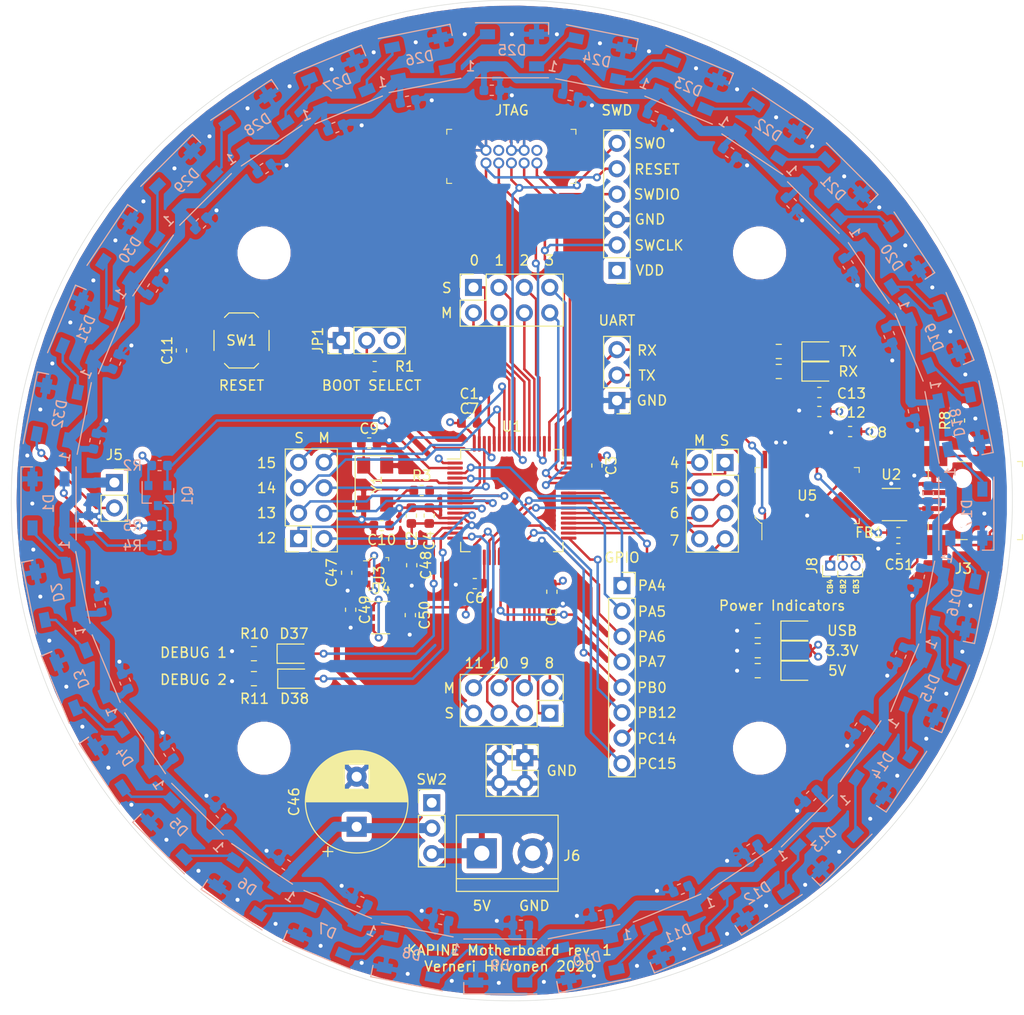
<source format=kicad_pcb>
(kicad_pcb (version 20171130) (host pcbnew "(5.1.5-0-10_14)")
  (layers (0 F.Cu signal) (1 VDD power) (2 GND power) (31 B.Cu signal) (34 B.Paste user) (35 F.Paste user) (36 B.SilkS user) (37 F.SilkS user) (38 B.Mask user) (39 F.Mask user) (44 Edge.Cuts user))
  (net 0 "")
  (net 1 GND)
  (net 2 VDD)
  (net 3 VDDA)
  (net 4 "Net-(C9-Pad1)")
  (net 5 "Net-(C10-Pad1)")
  (net 6 /RESET#)
  (net 7 +5V)
  (net 8 "Net-(D1-Pad2)")
  (net 9 "Net-(D1-Pad4)")
  (net 10 "Net-(D2-Pad2)")
  (net 11 "Net-(D3-Pad2)")
  (net 12 "Net-(D4-Pad2)")
  (net 13 "Net-(D31-Pad2)")
  (net 14 "Net-(D5-Pad2)")
  (net 15 "Net-(D10-Pad4)")
  (net 16 "Net-(D10-Pad2)")
  (net 17 "Net-(D11-Pad2)")
  (net 18 "Net-(D12-Pad2)")
  (net 19 "Net-(D13-Pad2)")
  (net 20 "Net-(D14-Pad2)")
  (net 21 "Net-(D15-Pad2)")
  (net 22 "Net-(D16-Pad2)")
  (net 23 "Net-(D17-Pad2)")
  (net 24 "Net-(D18-Pad2)")
  (net 25 "Net-(D19-Pad2)")
  (net 26 "Net-(D20-Pad2)")
  (net 27 "Net-(D21-Pad2)")
  (net 28 "Net-(D22-Pad2)")
  (net 29 "Net-(D23-Pad2)")
  (net 30 "Net-(D24-Pad2)")
  (net 31 "Net-(D25-Pad2)")
  (net 32 "Net-(D26-Pad2)")
  (net 33 "Net-(D27-Pad2)")
  (net 34 "Net-(D28-Pad2)")
  (net 35 "Net-(D32-Pad2)")
  (net 36 /DEBUG_1)
  (net 37 "Net-(D37-Pad1)")
  (net 38 /DEBUG_2)
  (net 39 "Net-(D38-Pad1)")
  (net 40 /JTAG_TDO)
  (net 41 /JTAG_TMS)
  (net 42 /JTAG_TCK)
  (net 43 /JTAG_TDI)
  (net 44 "Net-(J2-Pad7)")
  (net 45 "Net-(Q1-Pad3)")
  (net 46 /rgb/DIN)
  (net 47 "Net-(R1-Pad1)")
  (net 48 "Net-(R3-Pad1)")
  (net 49 /USART1_RX)
  (net 50 /USART1_TX)
  (net 51 "Net-(D6-Pad2)")
  (net 52 "Net-(D7-Pad2)")
  (net 53 "Net-(D8-Pad2)")
  (net 54 "Net-(D29-Pad2)")
  (net 55 "Net-(D30-Pad2)")
  (net 56 /rgb/5V_RGB)
  (net 57 "Net-(SW2-Pad1)")
  (net 58 "Net-(U3-Pad4)")
  (net 59 "Net-(U4-Pad4)")
  (net 60 /s14)
  (net 61 /s15)
  (net 62 /s0)
  (net 63 /s1)
  (net 64 /s2)
  (net 65 /s3)
  (net 66 /s4)
  (net 67 /s5)
  (net 68 /s6)
  (net 69 /s7)
  (net 70 /s8)
  (net 71 /s9)
  (net 72 /s10)
  (net 73 /s11)
  (net 74 /s12)
  (net 75 /s13)
  (net 76 "Net-(C8-Pad1)")
  (net 77 VCC)
  (net 78 VBUS)
  (net 79 "Net-(D33-Pad1)")
  (net 80 "Net-(D34-Pad1)")
  (net 81 "Net-(D35-Pad1)")
  (net 82 "Net-(D36-Pad1)")
  (net 83 "Net-(D39-Pad1)")
  (net 84 "Net-(J3-Pad4)")
  (net 85 "Net-(J3-Pad3)")
  (net 86 "Net-(J3-Pad2)")
  (net 87 "Net-(J3-PadSH)")
  (net 88 "Net-(J8-Pad3)")
  (net 89 "Net-(J8-Pad2)")
  (net 90 "Net-(J8-Pad1)")
  (net 91 /m3)
  (net 92 /m2)
  (net 93 /m1)
  (net 94 /m0)
  (net 95 /m7)
  (net 96 /m6)
  (net 97 /m5)
  (net 98 /m4)
  (net 99 /m11)
  (net 100 /m10)
  (net 101 /m9)
  (net 102 /m8)
  (net 103 /m15)
  (net 104 /m14)
  (net 105 /m13)
  (net 106 /m12)
  (net 107 "Net-(JP1-Pad2)")
  (net 108 "Net-(R9-Pad2)")
  (net 109 "Net-(R12-Pad2)")
  (net 110 /uart/USB_DM)
  (net 111 /uart/USB_DP)
  (net 112 "Net-(U5-Pad28)")
  (net 113 "Net-(U5-Pad27)")
  (net 114 "Net-(U5-Pad24)")
  (net 115 "Net-(U5-Pad19)")
  (net 116 "Net-(U5-Pad11)")
  (net 117 "Net-(U5-Pad10)")
  (net 118 "Net-(U5-Pad9)")
  (net 119 "Net-(U5-Pad8)")
  (net 120 "Net-(U5-Pad6)")
  (net 121 "Net-(U5-Pad3)")
  (net 122 "Net-(U5-Pad2)")
  (net 123 /PC15)
  (net 124 /PC14)
  (net 125 /PB12)
  (net 126 /PB0)
  (net 127 /PA7)
  (net 128 /PA6)
  (net 129 /PA5)
  (net 130 /PA4)
  (module Connector_PinSocket_2.54mm:PinSocket_1x08_P2.54mm_Vertical (layer F.Cu) (at 161 108.5)
    (fp_text reference J13 hide)
    (fp_text value GPIO)
    (pad 8 thru_hole oval (at 0 17.78) (size 1.7 1.7) (drill 1) (layers *.Cu *.Mask) (net 123 /PC15))
    (pad 7 thru_hole oval (at 0 15.24) (size 1.7 1.7) (drill 1) (layers *.Cu *.Mask) (net 124 /PC14))
    (pad 6 thru_hole oval (at 0 12.7) (size 1.7 1.7) (drill 1) (layers *.Cu *.Mask) (net 125 /PB12))
    (pad 5 thru_hole oval (at 0 10.16) (size 1.7 1.7) (drill 1) (layers *.Cu *.Mask) (net 126 /PB0))
    (pad 4 thru_hole oval (at 0 7.62) (size 1.7 1.7) (drill 1) (layers *.Cu *.Mask) (net 127 /PA7))
    (pad 3 thru_hole oval (at 0 5.08) (size 1.7 1.7) (drill 1) (layers *.Cu *.Mask) (net 128 /PA6))
    (pad 2 thru_hole oval (at 0 2.54) (size 1.7 1.7) (drill 1) (layers *.Cu *.Mask) (net 129 /PA5))
    (pad 1 thru_hole rect (at 0 0) (size 1.7 1.7) (drill 1) (layers *.Cu *.Mask) (net 130 /PA4))
  )
  (module digikey-footprints:SSOP-28_W5.30mm (layer F.Cu) (at 179.5 99.5)
    (fp_text reference U5 (at 0 0) (layer F.SilkS))
    (fp_text value FT232RL-REEL)
    (pad 28 smd rect (at -4.225 -3.6) (size 0.45 1.75) (layers F.Cu F.Paste F.Mask) (net 112 "Net-(U5-Pad28)"))
    (pad 27 smd rect (at -3.575 -3.6) (size 0.45 1.75) (layers F.Cu F.Paste F.Mask) (net 113 "Net-(U5-Pad27)"))
    (pad 26 smd rect (at -2.925 -3.6) (size 0.45 1.75) (layers F.Cu F.Paste F.Mask) (net 1 GND))
    (pad 25 smd rect (at -2.275 -3.6) (size 0.45 1.75) (layers F.Cu F.Paste F.Mask) (net 1 GND))
    (pad 24 smd rect (at -1.625 -3.6) (size 0.45 1.75) (layers F.Cu F.Paste F.Mask) (net 114 "Net-(U5-Pad24)"))
    (pad 23 smd rect (at -0.975 -3.6) (size 0.45 1.75) (layers F.Cu F.Paste F.Mask) (net 108 "Net-(R9-Pad2)"))
    (pad 22 smd rect (at -0.325 -3.6) (size 0.45 1.75) (layers F.Cu F.Paste F.Mask) (net 109 "Net-(R12-Pad2)"))
    (pad 21 smd rect (at 0.325 -3.6) (size 0.45 1.75) (layers F.Cu F.Paste F.Mask) (net 1 GND))
    (pad 20 smd rect (at 0.975 -3.6) (size 0.45 1.75) (layers F.Cu F.Paste F.Mask) (net 77 VCC))
    (pad 19 smd rect (at 1.625 -3.6) (size 0.45 1.75) (layers F.Cu F.Paste F.Mask) (net 115 "Net-(U5-Pad19)"))
    (pad 18 smd rect (at 2.275 -3.6) (size 0.45 1.75) (layers F.Cu F.Paste F.Mask) (net 1 GND))
    (pad 17 smd rect (at 2.925 -3.6) (size 0.45 1.75) (layers F.Cu F.Paste F.Mask) (net 76 "Net-(C8-Pad1)"))
    (pad 16 smd rect (at 3.575 -3.6) (size 0.45 1.75) (layers F.Cu F.Paste F.Mask) (net 110 /uart/USB_DM))
    (pad 15 smd rect (at 4.225 -3.6) (size 0.45 1.75) (layers F.Cu F.Paste F.Mask) (net 111 /uart/USB_DP))
    (pad 14 smd rect (at 4.225 3.6) (size 0.45 1.75) (layers F.Cu F.Paste F.Mask) (net 88 "Net-(J8-Pad3)"))
    (pad 13 smd rect (at 3.575 3.6) (size 0.45 1.75) (layers F.Cu F.Paste F.Mask) (net 89 "Net-(J8-Pad2)"))
    (pad 12 smd rect (at 2.925 3.6) (size 0.45 1.75) (layers F.Cu F.Paste F.Mask) (net 90 "Net-(J8-Pad1)"))
    (pad 11 smd rect (at 2.275 3.6) (size 0.45 1.75) (layers F.Cu F.Paste F.Mask) (net 116 "Net-(U5-Pad11)"))
    (pad 10 smd rect (at 1.625 3.6) (size 0.45 1.75) (layers F.Cu F.Paste F.Mask) (net 117 "Net-(U5-Pad10)"))
    (pad 9 smd rect (at 0.975 3.6) (size 0.45 1.75) (layers F.Cu F.Paste F.Mask) (net 118 "Net-(U5-Pad9)"))
    (pad 8 smd rect (at 0.325 3.6) (size 0.45 1.75) (layers F.Cu F.Paste F.Mask) (net 119 "Net-(U5-Pad8)"))
    (pad 7 smd rect (at -0.325 3.6) (size 0.45 1.75) (layers F.Cu F.Paste F.Mask) (net 1 GND))
    (pad 6 smd rect (at -0.975 3.6) (size 0.45 1.75) (layers F.Cu F.Paste F.Mask) (net 120 "Net-(U5-Pad6)"))
    (pad 5 smd rect (at -1.625 3.6) (size 0.45 1.75) (layers F.Cu F.Paste F.Mask) (net 50 /USART1_TX))
    (pad 4 smd rect (at -2.275 3.6) (size 0.45 1.75) (layers F.Cu F.Paste F.Mask) (net 76 "Net-(C8-Pad1)"))
    (pad 3 smd rect (at -2.925 3.6) (size 0.45 1.75) (layers F.Cu F.Paste F.Mask) (net 121 "Net-(U5-Pad3)"))
    (pad 2 smd rect (at -3.575 3.6) (size 0.45 1.75) (layers F.Cu F.Paste F.Mask) (net 122 "Net-(U5-Pad2)"))
    (pad 1 smd rect (at -4.225 3.6) (size 0.45 1.75) (layers F.Cu F.Paste F.Mask) (net 49 /USART1_RX))
  )
  (module Package_TO_SOT_SMD:SOT-23-6 (layer F.Cu) (at 187.9 100.4 180)
    (fp_text reference U2 (at 0 3) (layer F.SilkS))
    (fp_text value USBLC6-2SC6)
    (pad 5 smd rect (at 1.1 0 180) (size 1.06 0.65) (layers F.Cu F.Paste F.Mask) (net 78 VBUS))
    (pad 6 smd rect (at 1.1 -0.95 180) (size 1.06 0.65) (layers F.Cu F.Paste F.Mask) (net 110 /uart/USB_DM))
    (pad 4 smd rect (at 1.1 0.95 180) (size 1.06 0.65) (layers F.Cu F.Paste F.Mask) (net 111 /uart/USB_DP))
    (pad 3 smd rect (at -1.1 0.95 180) (size 1.06 0.65) (layers F.Cu F.Paste F.Mask) (net 85 "Net-(J3-Pad3)"))
    (pad 2 smd rect (at -1.1 0 180) (size 1.06 0.65) (layers F.Cu F.Paste F.Mask) (net 1 GND))
    (pad 1 smd rect (at -1.1 -0.95 180) (size 1.06 0.65) (layers F.Cu F.Paste F.Mask) (net 86 "Net-(J3-Pad2)"))
  )
  (module Button_Switch_SMD:SW_SPST_TL3342 (layer F.Cu) (at 123 84)
    (fp_text reference SW1 (at 0 0) (layer F.SilkS))
    (fp_text value SW_Push)
    (pad 2 smd rect (at 3.15 1.9) (size 1.7 1) (layers F.Cu F.Paste F.Mask) (net 6 /RESET#))
    (pad 2 smd rect (at -3.15 1.9) (size 1.7 1) (layers F.Cu F.Paste F.Mask) (net 6 /RESET#))
    (pad 1 smd rect (at 3.15 -1.9) (size 1.7 1) (layers F.Cu F.Paste F.Mask) (net 1 GND))
    (pad 1 smd rect (at -3.15 -1.9) (size 1.7 1) (layers F.Cu F.Paste F.Mask) (net 1 GND))
  )
  (module Resistor_SMD:R_0805_2012Metric (layer F.Cu) (at 174.5625 113 180)
    (fp_text reference R13 hide)
    (fp_text value 1k)
    (pad 2 smd roundrect (at 0.9375 0 180) (size 0.975 1.4) (layers F.Cu F.Paste F.Mask) (net 1 GND))
    (pad 1 smd roundrect (at -0.9375 0 180) (size 0.975 1.4) (layers F.Cu F.Paste F.Mask) (net 83 "Net-(D39-Pad1)"))
  )
  (module Resistor_SMD:R_0805_2012Metric (layer F.Cu) (at 176.6625 87.1 180)
    (fp_text reference R12 hide)
    (fp_text value 1k)
    (pad 2 smd roundrect (at 0.9375 0 180) (size 0.975 1.4) (layers F.Cu F.Paste F.Mask) (net 109 "Net-(R12-Pad2)"))
    (pad 1 smd roundrect (at -0.9375 0 180) (size 0.975 1.4) (layers F.Cu F.Paste F.Mask) (net 82 "Net-(D36-Pad1)"))
  )
  (module Resistor_SMD:R_0805_2012Metric (layer F.Cu) (at 176.6625 85.1 180)
    (fp_text reference R9 hide)
    (fp_text value 1k)
    (pad 2 smd roundrect (at 0.9375 0 180) (size 0.975 1.4) (layers F.Cu F.Paste F.Mask) (net 108 "Net-(R9-Pad2)"))
    (pad 1 smd roundrect (at -0.9375 0 180) (size 0.975 1.4) (layers F.Cu F.Paste F.Mask) (net 81 "Net-(D35-Pad1)"))
  )
  (module Resistor_SMD:R_0603_1608Metric (layer F.Cu) (at 194.7125 92 90)
    (fp_text reference R8 (at 0 -1.43 90) (layer F.SilkS))
    (fp_text value 0)
    (pad 2 smd roundrect (at 0.7875 0 90) (size 0.875 0.95) (layers F.Cu F.Paste F.Mask) (net 1 GND))
    (pad 1 smd roundrect (at -0.7875 0 90) (size 0.875 0.95) (layers F.Cu F.Paste F.Mask) (net 87 "Net-(J3-PadSH)"))
  )
  (module Resistor_SMD:R_0805_2012Metric (layer F.Cu) (at 174.5625 115 180)
    (fp_text reference R7 hide)
    (fp_text value TBD)
    (pad 2 smd roundrect (at 0.9375 0 180) (size 0.975 1.4) (layers F.Cu F.Paste F.Mask) (net 1 GND))
    (pad 1 smd roundrect (at -0.9375 0 180) (size 0.975 1.4) (layers F.Cu F.Paste F.Mask) (net 80 "Net-(D34-Pad1)"))
  )
  (module Resistor_SMD:R_0805_2012Metric (layer F.Cu) (at 174.5625 117 180)
    (fp_text reference R6 hide)
    (fp_text value TBD)
    (pad 2 smd roundrect (at 0.9375 0 180) (size 0.975 1.4) (layers F.Cu F.Paste F.Mask) (net 1 GND))
    (pad 1 smd roundrect (at -0.9375 0 180) (size 0.975 1.4) (layers F.Cu F.Paste F.Mask) (net 79 "Net-(D33-Pad1)"))
  )
  (module Resistor_SMD:R_0603_1608Metric (layer F.Cu) (at 136.3 86.6 180)
    (fp_text reference R1 (at -3 0) (layer F.SilkS))
    (fp_text value 10k)
    (pad 2 smd roundrect (at 0.7875 0 180) (size 0.875 0.95) (layers F.Cu F.Paste F.Mask) (net 107 "Net-(JP1-Pad2)"))
    (pad 1 smd roundrect (at -0.7875 0 180) (size 0.875 0.95) (layers F.Cu F.Paste F.Mask) (net 47 "Net-(R1-Pad1)"))
  )
  (module Connector_PinHeader_2.54mm:PinHeader_1x03_P2.54mm_Vertical (layer F.Cu) (at 132.96 84 90)
    (fp_text reference JP1 (at 0 -2.33 90) (layer F.SilkS))
    (fp_text value "boot select")
    (pad 3 thru_hole oval (at 0 5.08 90) (size 1.7 1.7) (drill 1) (layers *.Cu *.Mask) (net 2 VDD))
    (pad 2 thru_hole oval (at 0 2.54 90) (size 1.7 1.7) (drill 1) (layers *.Cu *.Mask) (net 107 "Net-(JP1-Pad2)"))
    (pad 1 thru_hole rect (at 0 0 90) (size 1.7 1.7) (drill 1) (layers *.Cu *.Mask) (net 1 GND))
  )
  (module Connector_PinSocket_2.54mm:PinSocket_2x04_P2.54mm_Vertical (layer F.Cu) (at 128.7 103.8 180)
    (fp_text reference J12 hide)
    (fp_text value stack[0..3])
    (pad 8 thru_hole oval (at -2.54 7.62 180) (size 1.7 1.7) (drill 1) (layers *.Cu *.Mask) (net 103 /m15))
    (pad 7 thru_hole oval (at 0 7.62 180) (size 1.7 1.7) (drill 1) (layers *.Cu *.Mask) (net 61 /s15))
    (pad 6 thru_hole oval (at -2.54 5.08 180) (size 1.7 1.7) (drill 1) (layers *.Cu *.Mask) (net 104 /m14))
    (pad 5 thru_hole oval (at 0 5.08 180) (size 1.7 1.7) (drill 1) (layers *.Cu *.Mask) (net 60 /s14))
    (pad 4 thru_hole oval (at -2.54 2.54 180) (size 1.7 1.7) (drill 1) (layers *.Cu *.Mask) (net 105 /m13))
    (pad 3 thru_hole oval (at 0 2.54 180) (size 1.7 1.7) (drill 1) (layers *.Cu *.Mask) (net 75 /s13))
    (pad 2 thru_hole oval (at -2.54 0 180) (size 1.7 1.7) (drill 1) (layers *.Cu *.Mask) (net 106 /m12))
    (pad 1 thru_hole rect (at 0 0 180) (size 1.7 1.7) (drill 1) (layers *.Cu *.Mask) (net 74 /s12))
  )
  (module Connector_PinSocket_2.54mm:PinSocket_2x04_P2.54mm_Vertical (layer F.Cu) (at 153.8 121.25 270)
    (fp_text reference J11 hide)
    (fp_text value stack[0..3])
    (pad 8 thru_hole oval (at -2.54 7.62 270) (size 1.7 1.7) (drill 1) (layers *.Cu *.Mask) (net 99 /m11))
    (pad 7 thru_hole oval (at 0 7.62 270) (size 1.7 1.7) (drill 1) (layers *.Cu *.Mask) (net 73 /s11))
    (pad 6 thru_hole oval (at -2.54 5.08 270) (size 1.7 1.7) (drill 1) (layers *.Cu *.Mask) (net 100 /m10))
    (pad 5 thru_hole oval (at 0 5.08 270) (size 1.7 1.7) (drill 1) (layers *.Cu *.Mask) (net 72 /s10))
    (pad 4 thru_hole oval (at -2.54 2.54 270) (size 1.7 1.7) (drill 1) (layers *.Cu *.Mask) (net 101 /m9))
    (pad 3 thru_hole oval (at 0 2.54 270) (size 1.7 1.7) (drill 1) (layers *.Cu *.Mask) (net 71 /s9))
    (pad 2 thru_hole oval (at -2.54 0 270) (size 1.7 1.7) (drill 1) (layers *.Cu *.Mask) (net 102 /m8))
    (pad 1 thru_hole rect (at 0 0 270) (size 1.7 1.7) (drill 1) (layers *.Cu *.Mask) (net 70 /s8))
  )
  (module Connector_PinSocket_2.54mm:PinSocket_2x04_P2.54mm_Vertical (layer F.Cu) (at 171.3 96.2)
    (fp_text reference J10 hide)
    (fp_text value stack[0..3])
    (pad 8 thru_hole oval (at -2.54 7.62) (size 1.7 1.7) (drill 1) (layers *.Cu *.Mask) (net 95 /m7))
    (pad 7 thru_hole oval (at 0 7.62) (size 1.7 1.7) (drill 1) (layers *.Cu *.Mask) (net 69 /s7))
    (pad 6 thru_hole oval (at -2.54 5.08) (size 1.7 1.7) (drill 1) (layers *.Cu *.Mask) (net 96 /m6))
    (pad 5 thru_hole oval (at 0 5.08) (size 1.7 1.7) (drill 1) (layers *.Cu *.Mask) (net 68 /s6))
    (pad 4 thru_hole oval (at -2.54 2.54) (size 1.7 1.7) (drill 1) (layers *.Cu *.Mask) (net 97 /m5))
    (pad 3 thru_hole oval (at 0 2.54) (size 1.7 1.7) (drill 1) (layers *.Cu *.Mask) (net 67 /s5))
    (pad 2 thru_hole oval (at -2.54 0) (size 1.7 1.7) (drill 1) (layers *.Cu *.Mask) (net 98 /m4))
    (pad 1 thru_hole rect (at 0 0) (size 1.7 1.7) (drill 1) (layers *.Cu *.Mask) (net 66 /s4))
  )
  (module Connector_PinSocket_2.54mm:PinSocket_2x04_P2.54mm_Vertical (layer F.Cu) (at 146.17 78.7 90)
    (fp_text reference J9 hide)
    (fp_text value stack[0..3])
    (pad 8 thru_hole oval (at -2.54 7.62 90) (size 1.7 1.7) (drill 1) (layers *.Cu *.Mask) (net 91 /m3))
    (pad 7 thru_hole oval (at 0 7.62 90) (size 1.7 1.7) (drill 1) (layers *.Cu *.Mask) (net 65 /s3))
    (pad 6 thru_hole oval (at -2.54 5.08 90) (size 1.7 1.7) (drill 1) (layers *.Cu *.Mask) (net 92 /m2))
    (pad 5 thru_hole oval (at 0 5.08 90) (size 1.7 1.7) (drill 1) (layers *.Cu *.Mask) (net 64 /s2))
    (pad 4 thru_hole oval (at -2.54 2.54 90) (size 1.7 1.7) (drill 1) (layers *.Cu *.Mask) (net 93 /m1))
    (pad 3 thru_hole oval (at 0 2.54 90) (size 1.7 1.7) (drill 1) (layers *.Cu *.Mask) (net 63 /s1))
    (pad 2 thru_hole oval (at -2.54 0 90) (size 1.7 1.7) (drill 1) (layers *.Cu *.Mask) (net 94 /m0))
    (pad 1 thru_hole rect (at 0 0 90) (size 1.7 1.7) (drill 1) (layers *.Cu *.Mask) (net 62 /s0))
  )
  (module Connector_PinHeader_1.27mm:PinHeader_1x03_P1.27mm_Vertical (layer F.Cu) (at 181.8 106.5 90)
    (fp_text reference J8 (at 0 -1.8 90) (layer F.SilkS))
    (fp_text value CBUS[2..4])
    (pad 3 thru_hole oval (at 0 2.54 90) (size 1 1) (drill 0.65) (layers *.Cu *.Mask) (net 88 "Net-(J8-Pad3)"))
    (pad 2 thru_hole oval (at 0 1.27 90) (size 1 1) (drill 0.65) (layers *.Cu *.Mask) (net 89 "Net-(J8-Pad2)"))
    (pad 1 thru_hole rect (at 0 0 90) (size 1 1) (drill 0.65) (layers *.Cu *.Mask) (net 90 "Net-(J8-Pad1)"))
  )
  (module Connector_PinHeader_2.54mm:PinHeader_1x03_P2.54mm_Vertical (layer F.Cu) (at 160.5 90 180)
    (fp_text reference J7 hide)
    (fp_text value "UART pins")
    (pad 3 thru_hole oval (at 0 5.08 180) (size 1.7 1.7) (drill 1) (layers *.Cu *.Mask) (net 49 /USART1_RX))
    (pad 2 thru_hole oval (at 0 2.54 180) (size 1.7 1.7) (drill 1) (layers *.Cu *.Mask) (net 50 /USART1_TX))
    (pad 1 thru_hole rect (at 0 0 180) (size 1.7 1.7) (drill 1) (layers *.Cu *.Mask) (net 1 GND))
  )
  (module digikey-footprints:USB_Mini_B_Female_690-005-299-043 (layer F.Cu) (at 195 100 180)
    (fp_text reference J3 (at -0.1 -6.8) (layer F.SilkS))
    (fp_text value 690-005-299-043)
    (pad "" np_thru_hole circle (at 0 -2.2 180) (size 0.9 0.9) (drill 0.9) (layers *.Cu *.Mask))
    (pad "" np_thru_hole circle (at 0 2.2 180) (size 0.9 0.9) (drill 0.9) (layers *.Cu *.Mask))
    (pad 5 smd rect (at 2.85 1.6 180) (size 2.3 0.5) (layers F.Cu F.Paste F.Mask) (net 1 GND))
    (pad 4 smd rect (at 2.85 0.8 180) (size 2.3 0.5) (layers F.Cu F.Paste F.Mask) (net 84 "Net-(J3-Pad4)"))
    (pad 3 smd rect (at 2.85 0 180) (size 2.3 0.5) (layers F.Cu F.Paste F.Mask) (net 85 "Net-(J3-Pad3)"))
    (pad 2 smd rect (at 2.85 -0.8 180) (size 2.3 0.5) (layers F.Cu F.Paste F.Mask) (net 86 "Net-(J3-Pad2)"))
    (pad 1 smd rect (at 2.85 -1.6 180) (size 2.3 0.5) (layers F.Cu F.Paste F.Mask) (net 78 VBUS))
    (pad SH smd rect (at 2.75 4.45 180) (size 2.5 2) (layers F.Cu F.Paste F.Mask) (net 87 "Net-(J3-PadSH)"))
    (pad SH smd rect (at 2.75 -4.45 180) (size 2.5 2) (layers F.Cu F.Paste F.Mask) (net 87 "Net-(J3-PadSH)"))
    (pad SH smd rect (at -2.75 -4.45 180) (size 2.5 2) (layers F.Cu F.Paste F.Mask) (net 87 "Net-(J3-PadSH)"))
    (pad SH smd rect (at -2.75 4.45 180) (size 2.5 2) (layers F.Cu F.Paste F.Mask) (net 87 "Net-(J3-PadSH)"))
  )
  (module Inductor_SMD:L_0603_1608Metric (layer F.Cu) (at 188.6125 103.2 180)
    (fp_text reference FB1 (at 2.9125 0) (layer F.SilkS))
    (fp_text value Ferrite_Bead)
    (pad 2 smd roundrect (at 0.7875 0 180) (size 0.875 0.95) (layers F.Cu F.Paste F.Mask) (net 77 VCC))
    (pad 1 smd roundrect (at -0.7875 0 180) (size 0.875 0.95) (layers F.Cu F.Paste F.Mask) (net 78 VBUS))
  )
  (module LED_SMD:LED_0805_2012Metric (layer F.Cu) (at 178.5625 113)
    (fp_text reference D39 hide)
    (fp_text value LED_USB)
    (pad 2 smd roundrect (at 0.9375 0) (size 0.975 1.4) (layers F.Cu F.Paste F.Mask) (net 78 VBUS))
    (pad 1 smd roundrect (at -0.9375 0) (size 0.975 1.4) (layers F.Cu F.Paste F.Mask) (net 83 "Net-(D39-Pad1)"))
  )
  (module LED_SMD:LED_0805_2012Metric (layer F.Cu) (at 180.6625 87.1)
    (fp_text reference D36 hide)
    (fp_text value LED_RX)
    (pad 2 smd roundrect (at 0.9375 0) (size 0.975 1.4) (layers F.Cu F.Paste F.Mask) (net 77 VCC))
    (pad 1 smd roundrect (at -0.9375 0) (size 0.975 1.4) (layers F.Cu F.Paste F.Mask) (net 82 "Net-(D36-Pad1)"))
  )
  (module LED_SMD:LED_0805_2012Metric (layer F.Cu) (at 180.6625 85.1)
    (fp_text reference D35 hide)
    (fp_text value LED_TX)
    (pad 2 smd roundrect (at 0.9375 0) (size 0.975 1.4) (layers F.Cu F.Paste F.Mask) (net 77 VCC))
    (pad 1 smd roundrect (at -0.9375 0) (size 0.975 1.4) (layers F.Cu F.Paste F.Mask) (net 81 "Net-(D35-Pad1)"))
  )
  (module LED_SMD:LED_0805_2012Metric (layer F.Cu) (at 178.5625 115)
    (fp_text reference D34 hide)
    (fp_text value LED_3V3)
    (pad 2 smd roundrect (at 0.9375 0) (size 0.975 1.4) (layers F.Cu F.Paste F.Mask) (net 2 VDD))
    (pad 1 smd roundrect (at -0.9375 0) (size 0.975 1.4) (layers F.Cu F.Paste F.Mask) (net 80 "Net-(D34-Pad1)"))
  )
  (module LED_SMD:LED_0805_2012Metric (layer F.Cu) (at 178.5625 117)
    (fp_text reference D33 hide)
    (fp_text value LED_5V)
    (pad 2 smd roundrect (at 0.9375 0) (size 0.975 1.4) (layers F.Cu F.Paste F.Mask) (net 7 +5V))
    (pad 1 smd roundrect (at -0.9375 0) (size 0.975 1.4) (layers F.Cu F.Paste F.Mask) (net 79 "Net-(D33-Pad1)"))
  )
  (module Capacitor_SMD:C_0603_1608Metric (layer F.Cu) (at 188.6 104.8 180)
    (fp_text reference C51 (at -0.0875 -1.6) (layer F.SilkS))
    (fp_text value 10n)
    (pad 2 smd roundrect (at 0.7875 0 180) (size 0.875 0.95) (layers F.Cu F.Paste F.Mask) (net 1 GND))
    (pad 1 smd roundrect (at -0.7875 0 180) (size 0.875 0.95) (layers F.Cu F.Paste F.Mask) (net 78 VBUS))
  )
  (module Capacitor_SMD:C_0603_1608Metric (layer F.Cu) (at 180.7125 89.2 180)
    (fp_text reference C13 (at -3.2125 -0.1) (layer F.SilkS))
    (fp_text value 100n)
    (pad 2 smd roundrect (at 0.7875 0 180) (size 0.875 0.95) (layers F.Cu F.Paste F.Mask) (net 1 GND))
    (pad 1 smd roundrect (at -0.7875 0 180) (size 0.875 0.95) (layers F.Cu F.Paste F.Mask) (net 77 VCC))
  )
  (module Capacitor_SMD:C_0603_1608Metric (layer F.Cu) (at 180.7125 91.1 180)
    (fp_text reference C12 (at -3.1875 -0.1) (layer F.SilkS))
    (fp_text value 4.7u)
    (pad 2 smd roundrect (at 0.7875 0 180) (size 0.875 0.95) (layers F.Cu F.Paste F.Mask) (net 1 GND))
    (pad 1 smd roundrect (at -0.7875 0 180) (size 0.875 0.95) (layers F.Cu F.Paste F.Mask) (net 77 VCC))
  )
  (module Capacitor_SMD:C_0603_1608Metric (layer F.Cu) (at 117 85 90)
    (fp_text reference C11 (at 0 -1.43 90) (layer F.SilkS))
    (fp_text value 100n)
    (pad 2 smd roundrect (at 0.7875 0 90) (size 0.875 0.95) (layers F.Cu F.Paste F.Mask) (net 1 GND))
    (pad 1 smd roundrect (at -0.7875 0 90) (size 0.875 0.95) (layers F.Cu F.Paste F.Mask) (net 6 /RESET#))
  )
  (module Capacitor_SMD:C_0603_1608Metric (layer F.Cu) (at 183.7875 93.1 180)
    (fp_text reference C8 (at -2.7125 -0.1) (layer F.SilkS))
    (fp_text value 100n)
    (pad 2 smd roundrect (at 0.7875 0 180) (size 0.875 0.95) (layers F.Cu F.Paste F.Mask) (net 1 GND))
    (pad 1 smd roundrect (at -0.7875 0 180) (size 0.875 0.95) (layers F.Cu F.Paste F.Mask) (net 76 "Net-(C8-Pad1)"))
  )
  (module Connector_PinSocket_2.54mm:PinSocket_1x02_P2.54mm_Vertical (layer F.Cu) (at 110.3 98.2)
    (fp_text reference J5 (at 0 -2.77) (layer F.SilkS))
    (fp_text value "RGB stack")
    (pad 2 thru_hole oval (at 0 2.54) (size 1.7 1.7) (drill 1) (layers *.Cu *.Mask) (net 35 "Net-(D32-Pad2)"))
    (pad 1 thru_hole rect (at 0 0) (size 1.7 1.7) (drill 1) (layers *.Cu *.Mask) (net 56 /rgb/5V_RGB))
  )
  (module Connector_PinHeader_2.54mm:PinHeader_1x06_P2.54mm_Vertical (layer F.Cu) (at 160.5 77 180)
    (fp_text reference J1 hide)
    (fp_text value "SWD holes")
    (pad 6 thru_hole oval (at 0 12.7 180) (size 1.7 1.7) (drill 1) (layers *.Cu *.Mask) (net 40 /JTAG_TDO))
    (pad 5 thru_hole oval (at 0 10.16 180) (size 1.7 1.7) (drill 1) (layers *.Cu *.Mask) (net 6 /RESET#))
    (pad 4 thru_hole oval (at 0 7.62 180) (size 1.7 1.7) (drill 1) (layers *.Cu *.Mask) (net 41 /JTAG_TMS))
    (pad 3 thru_hole oval (at 0 5.08 180) (size 1.7 1.7) (drill 1) (layers *.Cu *.Mask) (net 1 GND))
    (pad 2 thru_hole oval (at 0 2.54 180) (size 1.7 1.7) (drill 1) (layers *.Cu *.Mask) (net 42 /JTAG_TCK))
    (pad 1 thru_hole rect (at 0 0 180) (size 1.7 1.7) (drill 1) (layers *.Cu *.Mask) (net 2 VDD))
  )
  (module MountingHole:MountingHole_4.3mm_M4 (layer F.Cu) (at 174.748737 75.251263)
    (fp_text reference H4 hide)
    (fp_text value MountingHole)
    (pad 1 np_thru_hole circle (at 0 0) (size 4.3 4.3) (drill 4.3) (layers *.Cu *.Mask))
  )
  (module MountingHole:MountingHole_4.3mm_M4 (layer F.Cu) (at 125.251263 75.251263)
    (fp_text reference H3 hide)
    (fp_text value MountingHole)
    (pad 1 np_thru_hole circle (at 0 0) (size 4.3 4.3) (drill 4.3) (layers *.Cu *.Mask))
  )
  (module MountingHole:MountingHole_4.3mm_M4 (layer F.Cu) (at 125.251263 124.748737)
    (fp_text reference H2 hide)
    (fp_text value MountingHole)
    (pad 1 np_thru_hole circle (at 0 0) (size 4.3 4.3) (drill 4.3) (layers *.Cu *.Mask))
  )
  (module MountingHole:MountingHole_4.3mm_M4 (layer F.Cu) (at 174.748737 124.748737)
    (fp_text reference H1 hide)
    (fp_text value MountingHole)
    (pad 1 np_thru_hole circle (at 0 0) (size 4.3 4.3) (drill 4.3) (layers *.Cu *.Mask))
  )
  (module Package_TO_SOT_SMD:SOT-23-5 (layer F.Cu) (at 136.9 111.7)
    (fp_text reference U4 (at 0 -2.9) (layer F.SilkS))
    (fp_text value TLV75533PDBV)
    (pad 5 smd rect (at 1.1 -0.95) (size 1.06 0.65) (layers F.Cu F.Paste F.Mask) (net 2 VDD))
    (pad 4 smd rect (at 1.1 0.95) (size 1.06 0.65) (layers F.Cu F.Paste F.Mask) (net 59 "Net-(U4-Pad4)"))
    (pad 3 smd rect (at -1.1 0.95) (size 1.06 0.65) (layers F.Cu F.Paste F.Mask) (net 7 +5V))
    (pad 2 smd rect (at -1.1 0) (size 1.06 0.65) (layers F.Cu F.Paste F.Mask) (net 1 GND))
    (pad 1 smd rect (at -1.1 -0.95) (size 1.06 0.65) (layers F.Cu F.Paste F.Mask) (net 7 +5V))
  )
  (module digikey-footprints:SOT-753 (layer F.Cu) (at 136.7 107.35 270)
    (fp_text reference U3 (at 0.15 -0.05 90) (layer F.SilkS))
    (fp_text value LP5907MFX-3_3_NOPB)
    (pad 1 smd rect (at -0.95 1.35 270) (size 0.6 1.05) (layers F.Cu F.Paste F.Mask) (net 7 +5V))
    (pad 2 smd rect (at 0 1.35 270) (size 0.6 1.05) (layers F.Cu F.Paste F.Mask) (net 1 GND))
    (pad 3 smd rect (at 0.95 1.35 270) (size 0.6 1.05) (layers F.Cu F.Paste F.Mask) (net 7 +5V))
    (pad 4 smd rect (at 0.95 -1.35 270) (size 0.6 1.05) (layers F.Cu F.Paste F.Mask) (net 58 "Net-(U3-Pad4)"))
    (pad 5 smd rect (at -0.95 -1.35 270) (size 0.6 1.05) (layers F.Cu F.Paste F.Mask) (net 3 VDDA))
  )
  (module Connector_PinHeader_2.54mm:PinHeader_1x03_P2.54mm_Vertical (layer F.Cu) (at 142 130.2)
    (fp_text reference SW2 (at 0 -2.33) (layer F.SilkS))
    (fp_text value SW_SPDT)
    (pad 3 thru_hole oval (at 0 5.08) (size 1.7 1.7) (drill 1) (layers *.Cu *.Mask) (net 7 +5V))
    (pad 2 thru_hole oval (at 0 2.54) (size 1.7 1.7) (drill 1) (layers *.Cu *.Mask) (net 56 /rgb/5V_RGB))
    (pad 1 thru_hole rect (at 0 0) (size 1.7 1.7) (drill 1) (layers *.Cu *.Mask) (net 57 "Net-(SW2-Pad1)"))
  )
  (module TerminalBlock:TerminalBlock_bornier-2_P5.08mm (layer F.Cu) (at 147 135.25)
    (fp_text reference J6 (at 9 0.25) (layer F.SilkS))
    (fp_text value "5V power in")
    (pad 2 thru_hole circle (at 5.08 0) (size 3 3) (drill 1.52) (layers *.Cu *.Mask) (net 1 GND))
    (pad 1 thru_hole rect (at 0 0) (size 3 3) (drill 1.52) (layers *.Cu *.Mask) (net 7 +5V))
  )
  (module Capacitor_SMD:C_0603_1608Metric (layer F.Cu) (at 139.8625 111.45 270)
    (fp_text reference C50 (at 0 -1.43 90) (layer F.SilkS))
    (fp_text value 1u)
    (pad 2 smd roundrect (at 0.7875 0 270) (size 0.875 0.95) (layers F.Cu F.Paste F.Mask) (net 1 GND))
    (pad 1 smd roundrect (at -0.7875 0 270) (size 0.875 0.95) (layers F.Cu F.Paste F.Mask) (net 2 VDD))
  )
  (module Capacitor_SMD:C_0603_1608Metric (layer F.Cu) (at 133.9 110.9125 270)
    (fp_text reference C49 (at 0 -1.43 90) (layer F.SilkS))
    (fp_text value 1u)
    (pad 2 smd roundrect (at 0.7875 0 270) (size 0.875 0.95) (layers F.Cu F.Paste F.Mask) (net 1 GND))
    (pad 1 smd roundrect (at -0.7875 0 270) (size 0.875 0.95) (layers F.Cu F.Paste F.Mask) (net 7 +5V))
  )
  (module Capacitor_SMD:C_0603_1608Metric (layer F.Cu) (at 140 106.4625 270)
    (fp_text reference C48 (at 0 -1.43 90) (layer F.SilkS))
    (fp_text value 1u)
    (pad 2 smd roundrect (at 0.7875 0 270) (size 0.875 0.95) (layers F.Cu F.Paste F.Mask) (net 1 GND))
    (pad 1 smd roundrect (at -0.7875 0 270) (size 0.875 0.95) (layers F.Cu F.Paste F.Mask) (net 3 VDDA))
  )
  (module Capacitor_SMD:C_0603_1608Metric (layer F.Cu) (at 133.5 107.2125 270)
    (fp_text reference C47 (at 0 1.5 90) (layer F.SilkS))
    (fp_text value 1u)
    (pad 2 smd roundrect (at 0.7875 0 270) (size 0.875 0.95) (layers F.Cu F.Paste F.Mask) (net 1 GND))
    (pad 1 smd roundrect (at -0.7875 0 270) (size 0.875 0.95) (layers F.Cu F.Paste F.Mask) (net 7 +5V))
  )
  (module Capacitor_THT:CP_Radial_D10.0mm_P5.00mm (layer F.Cu) (at 134.5 132.6 90)
    (fp_text reference C46 (at 2.5 -6.25 90) (layer F.SilkS))
    (fp_text value 1000u)
    (pad 2 thru_hole circle (at 5 0 90) (size 2 2) (drill 1) (layers *.Cu *.Mask) (net 1 GND))
    (pad 1 thru_hole rect (at 0 0 90) (size 2 2) (drill 1) (layers *.Cu *.Mask) (net 56 /rgb/5V_RGB))
  )
  (module LED_SMD:LED_WS2812B_PLCC4_5.0x5.0mm_P3.2mm (layer B.Cu) (at 195.4 101.305595 270)
    (fp_text reference D17 (at 0 -0.055 90) (layer B.SilkS) (effects (justify mirror)))
    (fp_text value WS2812B)
    (fp_text user 1 (at -4.15 1.6 90) (layer B.SilkS) (effects (justify mirror)))
    (pad 1 smd rect (at -2.45 1.6 270) (size 1.5 1) (layers B.Cu B.Paste B.Mask) (net 56 /rgb/5V_RGB))
    (pad 2 smd rect (at -2.45 -1.6 270) (size 1.5 1) (layers B.Cu B.Paste B.Mask) (net 23 "Net-(D17-Pad2)"))
    (pad 4 smd rect (at 2.45 1.6 270) (size 1.5 1) (layers B.Cu B.Paste B.Mask) (net 22 "Net-(D16-Pad2)"))
    (pad 3 smd rect (at 2.45 -1.6 270) (size 1.5 1) (layers B.Cu B.Paste B.Mask) (net 1 GND))
  )
  (module Capacitor_SMD:C_0603_1608Metric (layer B.Cu) (at 191.599405 99.308095 270)
    (fp_text reference C19 hide)
    (fp_text value 100n)
    (pad 2 smd roundrect (at 0.7875 0 270) (size 0.875 0.95) (layers B.Cu B.Paste B.Mask) (net 1 GND))
    (pad 1 smd roundrect (at -0.7875 0 270) (size 0.875 0.95) (layers B.Cu B.Paste B.Mask) (net 56 /rgb/5V_RGB))
  )
  (module LED_SMD:LED_WS2812B_PLCC4_5.0x5.0mm_P3.2mm (layer B.Cu) (at 104.592374 91.260502 78.8)
    (fp_text reference D32 (at -0.02 0.24 78.8) (layer B.SilkS) (effects (justify mirror)))
    (fp_text value WS2812B)
    (fp_text user 1 (at -4.15 1.6 78.8) (layer B.SilkS) (effects (justify mirror)))
    (pad 1 smd rect (at -2.45 1.6 78.8) (size 1.5 1) (layers B.Cu B.Paste B.Mask) (net 56 /rgb/5V_RGB))
    (pad 2 smd rect (at -2.45 -1.6 78.8) (size 1.5 1) (layers B.Cu B.Paste B.Mask) (net 35 "Net-(D32-Pad2)"))
    (pad 4 smd rect (at 2.45 1.6 78.8) (size 1.5 1) (layers B.Cu B.Paste B.Mask) (net 13 "Net-(D31-Pad2)"))
    (pad 3 smd rect (at 2.45 -1.6 78.8) (size 1.5 1) (layers B.Cu B.Paste B.Mask) (net 1 GND))
  )
  (module LED_SMD:LED_WS2812B_PLCC4_5.0x5.0mm_P3.2mm (layer B.Cu) (at 107.561219 82.901214 67.5)
    (fp_text reference D31 (at 0 -0.14 67.5) (layer B.SilkS) (effects (justify mirror)))
    (fp_text value WS2812B)
    (fp_text user 1 (at -4.15 1.6 67.5) (layer B.SilkS) (effects (justify mirror)))
    (pad 1 smd rect (at -2.45 1.6 67.5) (size 1.5 1) (layers B.Cu B.Paste B.Mask) (net 56 /rgb/5V_RGB))
    (pad 2 smd rect (at -2.45 -1.6 67.5) (size 1.5 1) (layers B.Cu B.Paste B.Mask) (net 13 "Net-(D31-Pad2)"))
    (pad 4 smd rect (at 2.45 1.6 67.5) (size 1.5 1) (layers B.Cu B.Paste B.Mask) (net 55 "Net-(D30-Pad2)"))
    (pad 3 smd rect (at 2.45 -1.6 67.5) (size 1.5 1) (layers B.Cu B.Paste B.Mask) (net 1 GND))
  )
  (module LED_SMD:LED_WS2812B_PLCC4_5.0x5.0mm_P3.2mm (layer B.Cu) (at 111.878764 74.983571 56.3)
    (fp_text reference D30 (at 0 -0.02 56.3) (layer B.SilkS) (effects (justify mirror)))
    (fp_text value WS2812B)
    (fp_text user 1 (at -4.15 1.6 56.3) (layer B.SilkS) (effects (justify mirror)))
    (pad 1 smd rect (at -2.45 1.6 56.3) (size 1.5 1) (layers B.Cu B.Paste B.Mask) (net 56 /rgb/5V_RGB))
    (pad 2 smd rect (at -2.45 -1.6 56.3) (size 1.5 1) (layers B.Cu B.Paste B.Mask) (net 55 "Net-(D30-Pad2)"))
    (pad 4 smd rect (at 2.45 1.6 56.3) (size 1.5 1) (layers B.Cu B.Paste B.Mask) (net 54 "Net-(D29-Pad2)"))
    (pad 3 smd rect (at 2.45 -1.6 56.3) (size 1.5 1) (layers B.Cu B.Paste B.Mask) (net 1 GND))
  )
  (module LED_SMD:LED_WS2812B_PLCC4_5.0x5.0mm_P3.2mm (layer B.Cu) (at 117.459301 67.956519 45)
    (fp_text reference D29 (at 0 0.12 45) (layer B.SilkS) (effects (justify mirror)))
    (fp_text value WS2812B)
    (fp_text user 1 (at -4.15 1.6 45) (layer B.SilkS) (effects (justify mirror)))
    (pad 1 smd rect (at -2.45 1.6 45) (size 1.5 1) (layers B.Cu B.Paste B.Mask) (net 56 /rgb/5V_RGB))
    (pad 2 smd rect (at -2.45 -1.6 45) (size 1.5 1) (layers B.Cu B.Paste B.Mask) (net 54 "Net-(D29-Pad2)"))
    (pad 4 smd rect (at 2.45 1.6 45) (size 1.5 1) (layers B.Cu B.Paste B.Mask) (net 34 "Net-(D28-Pad2)"))
    (pad 3 smd rect (at 2.45 -1.6 45) (size 1.5 1) (layers B.Cu B.Paste B.Mask) (net 1 GND))
  )
  (module LED_SMD:LED_WS2812B_PLCC4_5.0x5.0mm_P3.2mm (layer B.Cu) (at 124.480878 62.242538 33.8)
    (fp_text reference D28 (at 0 0.24 33.8) (layer B.SilkS) (effects (justify mirror)))
    (fp_text value WS2812B)
    (fp_text user 1 (at -4.15 1.6 33.8) (layer B.SilkS) (effects (justify mirror)))
    (pad 1 smd rect (at -2.45 1.6 33.8) (size 1.5 1) (layers B.Cu B.Paste B.Mask) (net 56 /rgb/5V_RGB))
    (pad 2 smd rect (at -2.45 -1.6 33.8) (size 1.5 1) (layers B.Cu B.Paste B.Mask) (net 34 "Net-(D28-Pad2)"))
    (pad 4 smd rect (at 2.45 1.6 33.8) (size 1.5 1) (layers B.Cu B.Paste B.Mask) (net 33 "Net-(D27-Pad2)"))
    (pad 3 smd rect (at 2.45 -1.6 33.8) (size 1.5 1) (layers B.Cu B.Paste B.Mask) (net 1 GND))
  )
  (module LED_SMD:LED_WS2812B_PLCC4_5.0x5.0mm_P3.2mm (layer B.Cu) (at 132.648859 58.430002 22.5)
    (fp_text reference D27 (at 0 -0.14 22.5) (layer B.SilkS) (effects (justify mirror)))
    (fp_text value WS2812B)
    (fp_text user 1 (at -4.15 1.6 22.5) (layer B.SilkS) (effects (justify mirror)))
    (pad 1 smd rect (at -2.45 1.6 22.5) (size 1.5 1) (layers B.Cu B.Paste B.Mask) (net 56 /rgb/5V_RGB))
    (pad 2 smd rect (at -2.45 -1.6 22.5) (size 1.5 1) (layers B.Cu B.Paste B.Mask) (net 33 "Net-(D27-Pad2)"))
    (pad 4 smd rect (at 2.45 1.6 22.5) (size 1.5 1) (layers B.Cu B.Paste B.Mask) (net 32 "Net-(D26-Pad2)"))
    (pad 3 smd rect (at 2.45 -1.6 22.5) (size 1.5 1) (layers B.Cu B.Paste B.Mask) (net 1 GND))
  )
  (module LED_SMD:LED_WS2812B_PLCC4_5.0x5.0mm_P3.2mm (layer B.Cu) (at 140.781448 55.810206 11.3)
    (fp_text reference D26 (at 0 -0.02 11.3) (layer B.SilkS) (effects (justify mirror)))
    (fp_text value WS2812B)
    (fp_text user 1 (at -4.15 1.6 11.3) (layer B.SilkS) (effects (justify mirror)))
    (pad 1 smd rect (at -2.45 1.6 11.3) (size 1.5 1) (layers B.Cu B.Paste B.Mask) (net 56 /rgb/5V_RGB))
    (pad 2 smd rect (at -2.45 -1.6 11.3) (size 1.5 1) (layers B.Cu B.Paste B.Mask) (net 32 "Net-(D26-Pad2)"))
    (pad 4 smd rect (at 2.45 1.6 11.3) (size 1.5 1) (layers B.Cu B.Paste B.Mask) (net 31 "Net-(D25-Pad2)"))
    (pad 3 smd rect (at 2.45 -1.6 11.3) (size 1.5 1) (layers B.Cu B.Paste B.Mask) (net 1 GND))
  )
  (module LED_SMD:LED_WS2812B_PLCC4_5.0x5.0mm_P3.2mm (layer B.Cu) (at 150.02 55)
    (fp_text reference D25 (at 0 0) (layer B.SilkS) (effects (justify mirror)))
    (fp_text value WS2812B)
    (fp_text user 1 (at -4.15 1.6) (layer B.SilkS) (effects (justify mirror)))
    (pad 1 smd rect (at -2.45 1.6) (size 1.5 1) (layers B.Cu B.Paste B.Mask) (net 56 /rgb/5V_RGB))
    (pad 2 smd rect (at -2.45 -1.6) (size 1.5 1) (layers B.Cu B.Paste B.Mask) (net 31 "Net-(D25-Pad2)"))
    (pad 4 smd rect (at 2.45 1.6) (size 1.5 1) (layers B.Cu B.Paste B.Mask) (net 30 "Net-(D24-Pad2)"))
    (pad 3 smd rect (at 2.45 -1.6) (size 1.5 1) (layers B.Cu B.Paste B.Mask) (net 1 GND))
  )
  (module LED_SMD:LED_WS2812B_PLCC4_5.0x5.0mm_P3.2mm (layer B.Cu) (at 158.494749 55.849326 348.8)
    (fp_text reference D24 (at 0 0.12 168.8) (layer B.SilkS) (effects (justify mirror)))
    (fp_text value WS2812B)
    (fp_text user 1 (at -4.15 1.6 168.8) (layer B.SilkS) (effects (justify mirror)))
    (pad 1 smd rect (at -2.45 1.6 348.8) (size 1.5 1) (layers B.Cu B.Paste B.Mask) (net 56 /rgb/5V_RGB))
    (pad 2 smd rect (at -2.45 -1.6 348.8) (size 1.5 1) (layers B.Cu B.Paste B.Mask) (net 30 "Net-(D24-Pad2)"))
    (pad 4 smd rect (at 2.45 1.6 348.8) (size 1.5 1) (layers B.Cu B.Paste B.Mask) (net 29 "Net-(D23-Pad2)"))
    (pad 3 smd rect (at 2.45 -1.6 348.8) (size 1.5 1) (layers B.Cu B.Paste B.Mask) (net 1 GND))
  )
  (module LED_SMD:LED_WS2812B_PLCC4_5.0x5.0mm_P3.2mm (layer B.Cu) (at 167.708401 58.443777 337.5)
    (fp_text reference D23 (at 0 0.24 157.5) (layer B.SilkS) (effects (justify mirror)))
    (fp_text value WS2812B)
    (fp_text user 1 (at -4.15 1.6 157.5) (layer B.SilkS) (effects (justify mirror)))
    (pad 1 smd rect (at -2.45 1.6 337.5) (size 1.5 1) (layers B.Cu B.Paste B.Mask) (net 56 /rgb/5V_RGB))
    (pad 2 smd rect (at -2.45 -1.6 337.5) (size 1.5 1) (layers B.Cu B.Paste B.Mask) (net 29 "Net-(D23-Pad2)"))
    (pad 4 smd rect (at 2.45 1.6 337.5) (size 1.5 1) (layers B.Cu B.Paste B.Mask) (net 28 "Net-(D22-Pad2)"))
    (pad 3 smd rect (at 2.45 -1.6 337.5) (size 1.5 1) (layers B.Cu B.Paste B.Mask) (net 1 GND))
  )
  (module LED_SMD:LED_WS2812B_PLCC4_5.0x5.0mm_P3.2mm (layer B.Cu) (at 175.540043 63.096776 326.3)
    (fp_text reference D22 (at 0 -0.14 146.3) (layer B.SilkS) (effects (justify mirror)))
    (fp_text value WS2812B)
    (fp_text user 1 (at -4.15 1.6 146.3) (layer B.SilkS) (effects (justify mirror)))
    (pad 1 smd rect (at -2.45 1.6 326.3) (size 1.5 1) (layers B.Cu B.Paste B.Mask) (net 56 /rgb/5V_RGB))
    (pad 2 smd rect (at -2.45 -1.6 326.3) (size 1.5 1) (layers B.Cu B.Paste B.Mask) (net 28 "Net-(D22-Pad2)"))
    (pad 4 smd rect (at 2.45 1.6 326.3) (size 1.5 1) (layers B.Cu B.Paste B.Mask) (net 27 "Net-(D21-Pad2)"))
    (pad 3 smd rect (at 2.45 -1.6 326.3) (size 1.5 1) (layers B.Cu B.Paste B.Mask) (net 1 GND))
  )
  (module LED_SMD:LED_WS2812B_PLCC4_5.0x5.0mm_P3.2mm (layer B.Cu) (at 182.060889 68.776894 315)
    (fp_text reference D21 (at 0 -0.02 135) (layer B.SilkS) (effects (justify mirror)))
    (fp_text value WS2812B)
    (fp_text user 1 (at -4.15 1.6 135) (layer B.SilkS) (effects (justify mirror)))
    (pad 1 smd rect (at -2.45 1.6 315) (size 1.5 1) (layers B.Cu B.Paste B.Mask) (net 56 /rgb/5V_RGB))
    (pad 2 smd rect (at -2.45 -1.6 315) (size 1.5 1) (layers B.Cu B.Paste B.Mask) (net 27 "Net-(D21-Pad2)"))
    (pad 4 smd rect (at 2.45 1.6 315) (size 1.5 1) (layers B.Cu B.Paste B.Mask) (net 26 "Net-(D20-Pad2)"))
    (pad 3 smd rect (at 2.45 -1.6 315) (size 1.5 1) (layers B.Cu B.Paste B.Mask) (net 1 GND))
  )
  (module LED_SMD:LED_WS2812B_PLCC4_5.0x5.0mm_P3.2mm (layer B.Cu) (at 187.924649 75.725728 303.8)
    (fp_text reference D20 (at 0 0 123.8) (layer B.SilkS) (effects (justify mirror)))
    (fp_text value WS2812B)
    (fp_text user 1 (at -4.15 1.6 123.8) (layer B.SilkS) (effects (justify mirror)))
    (pad 1 smd rect (at -2.45 1.6 303.8) (size 1.5 1) (layers B.Cu B.Paste B.Mask) (net 56 /rgb/5V_RGB))
    (pad 2 smd rect (at -2.45 -1.6 303.8) (size 1.5 1) (layers B.Cu B.Paste B.Mask) (net 26 "Net-(D20-Pad2)"))
    (pad 4 smd rect (at 2.45 1.6 303.8) (size 1.5 1) (layers B.Cu B.Paste B.Mask) (net 25 "Net-(D19-Pad2)"))
    (pad 3 smd rect (at 2.45 -1.6 303.8) (size 1.5 1) (layers B.Cu B.Paste B.Mask) (net 1 GND))
  )
  (module LED_SMD:LED_WS2812B_PLCC4_5.0x5.0mm_P3.2mm (layer B.Cu) (at 192.227008 83.637205 292.5)
    (fp_text reference D19 (at 0 0.12 112.5) (layer B.SilkS) (effects (justify mirror)))
    (fp_text value WS2812B)
    (fp_text user 1 (at -4.15 1.6 112.5) (layer B.SilkS) (effects (justify mirror)))
    (pad 1 smd rect (at -2.45 1.6 292.5) (size 1.5 1) (layers B.Cu B.Paste B.Mask) (net 56 /rgb/5V_RGB))
    (pad 2 smd rect (at -2.45 -1.6 292.5) (size 1.5 1) (layers B.Cu B.Paste B.Mask) (net 25 "Net-(D19-Pad2)"))
    (pad 4 smd rect (at 2.45 1.6 292.5) (size 1.5 1) (layers B.Cu B.Paste B.Mask) (net 24 "Net-(D18-Pad2)"))
    (pad 3 smd rect (at 2.45 -1.6 292.5) (size 1.5 1) (layers B.Cu B.Paste B.Mask) (net 1 GND))
  )
  (module LED_SMD:LED_WS2812B_PLCC4_5.0x5.0mm_P3.2mm (layer B.Cu) (at 194.674179 92.15407 281.3)
    (fp_text reference D18 (at 0 0.24 101.3) (layer B.SilkS) (effects (justify mirror)))
    (fp_text value WS2812B)
    (fp_text user 1 (at -4.15 1.6 101.3) (layer B.SilkS) (effects (justify mirror)))
    (pad 1 smd rect (at -2.45 1.6 281.3) (size 1.5 1) (layers B.Cu B.Paste B.Mask) (net 56 /rgb/5V_RGB))
    (pad 2 smd rect (at -2.45 -1.6 281.3) (size 1.5 1) (layers B.Cu B.Paste B.Mask) (net 24 "Net-(D18-Pad2)"))
    (pad 4 smd rect (at 2.45 1.6 281.3) (size 1.5 1) (layers B.Cu B.Paste B.Mask) (net 23 "Net-(D17-Pad2)"))
    (pad 3 smd rect (at 2.45 -1.6 281.3) (size 1.5 1) (layers B.Cu B.Paste B.Mask) (net 1 GND))
  )
  (module LED_SMD:LED_WS2812B_PLCC4_5.0x5.0mm_P3.2mm (layer B.Cu) (at 194.228912 110.169248 258.8)
    (fp_text reference D16 (at 0 -0.02 78.8) (layer B.SilkS) (effects (justify mirror)))
    (fp_text value WS2812B)
    (fp_text user 1 (at -4.15 1.6 78.8) (layer B.SilkS) (effects (justify mirror)))
    (pad 1 smd rect (at -2.45 1.6 258.8) (size 1.5 1) (layers B.Cu B.Paste B.Mask) (net 56 /rgb/5V_RGB))
    (pad 2 smd rect (at -2.45 -1.6 258.8) (size 1.5 1) (layers B.Cu B.Paste B.Mask) (net 22 "Net-(D16-Pad2)"))
    (pad 4 smd rect (at 2.45 1.6 258.8) (size 1.5 1) (layers B.Cu B.Paste B.Mask) (net 21 "Net-(D15-Pad2)"))
    (pad 3 smd rect (at 2.45 -1.6 258.8) (size 1.5 1) (layers B.Cu B.Paste B.Mask) (net 1 GND))
  )
  (module LED_SMD:LED_WS2812B_PLCC4_5.0x5.0mm_P3.2mm (layer B.Cu) (at 191.792263 118.760574 247.5)
    (fp_text reference D15 (at 0 0 67.5) (layer B.SilkS) (effects (justify mirror)))
    (fp_text value WS2812B)
    (fp_text user 1 (at -4.15 1.6 67.5) (layer B.SilkS) (effects (justify mirror)))
    (pad 1 smd rect (at -2.45 1.6 247.5) (size 1.5 1) (layers B.Cu B.Paste B.Mask) (net 56 /rgb/5V_RGB))
    (pad 2 smd rect (at -2.45 -1.6 247.5) (size 1.5 1) (layers B.Cu B.Paste B.Mask) (net 21 "Net-(D15-Pad2)"))
    (pad 4 smd rect (at 2.45 1.6 247.5) (size 1.5 1) (layers B.Cu B.Paste B.Mask) (net 20 "Net-(D14-Pad2)"))
    (pad 3 smd rect (at 2.45 -1.6 247.5) (size 1.5 1) (layers B.Cu B.Paste B.Mask) (net 1 GND))
  )
  (module LED_SMD:LED_WS2812B_PLCC4_5.0x5.0mm_P3.2mm (layer B.Cu) (at 187.128283 126.570268 236.3)
    (fp_text reference D14 (at 0 0.12 56.3) (layer B.SilkS) (effects (justify mirror)))
    (fp_text value WS2812B)
    (fp_text user 1 (at -4.15 1.6 56.3) (layer B.SilkS) (effects (justify mirror)))
    (pad 1 smd rect (at -2.45 1.6 236.3) (size 1.5 1) (layers B.Cu B.Paste B.Mask) (net 56 /rgb/5V_RGB))
    (pad 2 smd rect (at -2.45 -1.6 236.3) (size 1.5 1) (layers B.Cu B.Paste B.Mask) (net 20 "Net-(D14-Pad2)"))
    (pad 4 smd rect (at 2.45 1.6 236.3) (size 1.5 1) (layers B.Cu B.Paste B.Mask) (net 19 "Net-(D13-Pad2)"))
    (pad 3 smd rect (at 2.45 -1.6 236.3) (size 1.5 1) (layers B.Cu B.Paste B.Mask) (net 1 GND))
  )
  (module LED_SMD:LED_WS2812B_PLCC4_5.0x5.0mm_P3.2mm (layer B.Cu) (at 181.451935 133.970907 225)
    (fp_text reference D13 (at 0.16 0.24 45) (layer B.SilkS) (effects (justify mirror)))
    (fp_text value WS2812B)
    (fp_text user 1 (at -4.15 1.6 45) (layer B.SilkS) (effects (justify mirror)))
    (pad 1 smd rect (at -2.45 1.6 225) (size 1.5 1) (layers B.Cu B.Paste B.Mask) (net 56 /rgb/5V_RGB))
    (pad 2 smd rect (at -2.45 -1.6 225) (size 1.5 1) (layers B.Cu B.Paste B.Mask) (net 19 "Net-(D13-Pad2)"))
    (pad 4 smd rect (at 2.45 1.6 225) (size 1.5 1) (layers B.Cu B.Paste B.Mask) (net 18 "Net-(D12-Pad2)"))
    (pad 3 smd rect (at 2.45 -1.6 225) (size 1.5 1) (layers B.Cu B.Paste B.Mask) (net 1 GND))
  )
  (module LED_SMD:LED_WS2812B_PLCC4_5.0x5.0mm_P3.2mm (layer B.Cu) (at 174.442236 139.114575 213.8)
    (fp_text reference D12 (at 0 -0.14 33.8) (layer B.SilkS) (effects (justify mirror)))
    (fp_text value WS2812B)
    (fp_text user 1 (at -4.15 1.6 33.8) (layer B.SilkS) (effects (justify mirror)))
    (pad 1 smd rect (at -2.45 1.6 213.8) (size 1.5 1) (layers B.Cu B.Paste B.Mask) (net 56 /rgb/5V_RGB))
    (pad 2 smd rect (at -2.45 -1.6 213.8) (size 1.5 1) (layers B.Cu B.Paste B.Mask) (net 18 "Net-(D12-Pad2)"))
    (pad 4 smd rect (at 2.45 1.6 213.8) (size 1.5 1) (layers B.Cu B.Paste B.Mask) (net 17 "Net-(D11-Pad2)"))
    (pad 3 smd rect (at 2.45 -1.6 213.8) (size 1.5 1) (layers B.Cu B.Paste B.Mask) (net 1 GND))
  )
  (module LED_SMD:LED_WS2812B_PLCC4_5.0x5.0mm_P3.2mm (layer B.Cu) (at 166.562912 143.270431 202.5)
    (fp_text reference D11 (at 0 -0.02 22.5) (layer B.SilkS) (effects (justify mirror)))
    (fp_text value WS2812B)
    (fp_text user 1 (at -4.15 1.6 22.5) (layer B.SilkS) (effects (justify mirror)))
    (pad 1 smd rect (at -2.45 1.6 202.5) (size 1.5 1) (layers B.Cu B.Paste B.Mask) (net 56 /rgb/5V_RGB))
    (pad 2 smd rect (at -2.45 -1.6 202.5) (size 1.5 1) (layers B.Cu B.Paste B.Mask) (net 17 "Net-(D11-Pad2)"))
    (pad 4 smd rect (at 2.45 1.6 202.5) (size 1.5 1) (layers B.Cu B.Paste B.Mask) (net 16 "Net-(D10-Pad2)"))
    (pad 3 smd rect (at 2.45 -1.6 202.5) (size 1.5 1) (layers B.Cu B.Paste B.Mask) (net 1 GND))
  )
  (module LED_SMD:LED_WS2812B_PLCC4_5.0x5.0mm_P3.2mm (layer B.Cu) (at 157.749321 145.7746 191.3)
    (fp_text reference D10 (at 0.24 0 11.3) (layer B.SilkS) (effects (justify mirror)))
    (fp_text value WS2812B)
    (fp_text user 1 (at -4.15 1.6 11.3) (layer B.SilkS) (effects (justify mirror)))
    (pad 1 smd rect (at -2.45 1.6 191.3) (size 1.5 1) (layers B.Cu B.Paste B.Mask) (net 56 /rgb/5V_RGB))
    (pad 2 smd rect (at -2.45 -1.6 191.3) (size 1.5 1) (layers B.Cu B.Paste B.Mask) (net 16 "Net-(D10-Pad2)"))
    (pad 4 smd rect (at 2.45 1.6 191.3) (size 1.5 1) (layers B.Cu B.Paste B.Mask) (net 15 "Net-(D10-Pad4)"))
    (pad 3 smd rect (at 2.45 -1.6 191.3) (size 1.5 1) (layers B.Cu B.Paste B.Mask) (net 1 GND))
  )
  (module LED_SMD:LED_WS2812B_PLCC4_5.0x5.0mm_P3.2mm (layer B.Cu) (at 148.84881 146.565 180)
    (fp_text reference D9 (at 0 0.12) (layer B.SilkS) (effects (justify mirror)))
    (fp_text value WS2812B)
    (fp_text user 1 (at -4.15 1.6) (layer B.SilkS) (effects (justify mirror)))
    (pad 1 smd rect (at -2.45 1.6 180) (size 1.5 1) (layers B.Cu B.Paste B.Mask) (net 56 /rgb/5V_RGB))
    (pad 2 smd rect (at -2.45 -1.6 180) (size 1.5 1) (layers B.Cu B.Paste B.Mask) (net 15 "Net-(D10-Pad4)"))
    (pad 4 smd rect (at 2.45 1.6 180) (size 1.5 1) (layers B.Cu B.Paste B.Mask) (net 53 "Net-(D8-Pad2)"))
    (pad 3 smd rect (at 2.45 -1.6 180) (size 1.5 1) (layers B.Cu B.Paste B.Mask) (net 1 GND))
  )
  (module LED_SMD:LED_WS2812B_PLCC4_5.0x5.0mm_P3.2mm (layer B.Cu) (at 140.022407 145.594531 168.8)
    (fp_text reference D8 (at 0.08 0.24 168.8) (layer B.SilkS) (effects (justify mirror)))
    (fp_text value WS2812B)
    (fp_text user 1 (at -4.15 1.6 168.8) (layer B.SilkS) (effects (justify mirror)))
    (pad 1 smd rect (at -2.45 1.6 168.8) (size 1.5 1) (layers B.Cu B.Paste B.Mask) (net 56 /rgb/5V_RGB))
    (pad 2 smd rect (at -2.45 -1.6 168.8) (size 1.5 1) (layers B.Cu B.Paste B.Mask) (net 53 "Net-(D8-Pad2)"))
    (pad 4 smd rect (at 2.45 1.6 168.8) (size 1.5 1) (layers B.Cu B.Paste B.Mask) (net 52 "Net-(D7-Pad2)"))
    (pad 3 smd rect (at 2.45 -1.6 168.8) (size 1.5 1) (layers B.Cu B.Paste B.Mask) (net 1 GND))
  )
  (module LED_SMD:LED_WS2812B_PLCC4_5.0x5.0mm_P3.2mm (layer B.Cu) (at 131.553119 142.895686 157.5)
    (fp_text reference D7 (at 0 -0.14 157.5) (layer B.SilkS) (effects (justify mirror)))
    (fp_text value WS2812B)
    (fp_text user 1 (at -4.15 1.6 157.5) (layer B.SilkS) (effects (justify mirror)))
    (pad 1 smd rect (at -2.45 1.6 157.5) (size 1.5 1) (layers B.Cu B.Paste B.Mask) (net 56 /rgb/5V_RGB))
    (pad 2 smd rect (at -2.45 -1.6 157.5) (size 1.5 1) (layers B.Cu B.Paste B.Mask) (net 52 "Net-(D7-Pad2)"))
    (pad 4 smd rect (at 2.45 1.6 157.5) (size 1.5 1) (layers B.Cu B.Paste B.Mask) (net 51 "Net-(D6-Pad2)"))
    (pad 3 smd rect (at 2.45 -1.6 157.5) (size 1.5 1) (layers B.Cu B.Paste B.Mask) (net 1 GND))
  )
  (module LED_SMD:LED_WS2812B_PLCC4_5.0x5.0mm_P3.2mm (layer B.Cu) (at 123.529928 138.596461 146.3)
    (fp_text reference D6 (at 0 0 146.3) (layer B.SilkS) (effects (justify mirror)))
    (fp_text value WS2812B)
    (fp_text user 1 (at -4.15 1.6 146.3) (layer B.SilkS) (effects (justify mirror)))
    (pad 1 smd rect (at -2.45 1.6 146.3) (size 1.5 1) (layers B.Cu B.Paste B.Mask) (net 56 /rgb/5V_RGB))
    (pad 2 smd rect (at -2.45 -1.6 146.3) (size 1.5 1) (layers B.Cu B.Paste B.Mask) (net 51 "Net-(D6-Pad2)"))
    (pad 4 smd rect (at 2.45 1.6 146.3) (size 1.5 1) (layers B.Cu B.Paste B.Mask) (net 14 "Net-(D5-Pad2)"))
    (pad 3 smd rect (at 2.45 -1.6 146.3) (size 1.5 1) (layers B.Cu B.Paste B.Mask) (net 1 GND))
  )
  (module LED_SMD:LED_WS2812B_PLCC4_5.0x5.0mm_P3.2mm (layer B.Cu) (at 116.658424 132.787604 135)
    (fp_text reference D5 (at 0.08 0.12 135) (layer B.SilkS) (effects (justify mirror)))
    (fp_text value WS2812B)
    (fp_text user 1 (at -4.15 1.6 135) (layer B.SilkS) (effects (justify mirror)))
    (pad 1 smd rect (at -2.45 1.6 135) (size 1.5 1) (layers B.Cu B.Paste B.Mask) (net 56 /rgb/5V_RGB))
    (pad 2 smd rect (at -2.45 -1.6 135) (size 1.5 1) (layers B.Cu B.Paste B.Mask) (net 14 "Net-(D5-Pad2)"))
    (pad 4 smd rect (at 2.45 1.6 135) (size 1.5 1) (layers B.Cu B.Paste B.Mask) (net 12 "Net-(D4-Pad2)"))
    (pad 3 smd rect (at 2.45 -1.6 135) (size 1.5 1) (layers B.Cu B.Paste B.Mask) (net 1 GND))
  )
  (module LED_SMD:LED_WS2812B_PLCC4_5.0x5.0mm_P3.2mm (layer B.Cu) (at 111.084443 125.786027 123.8)
    (fp_text reference D4 (at 0 0.24 123.8) (layer B.SilkS) (effects (justify mirror)))
    (fp_text value WS2812B)
    (fp_text user 1 (at -4.15 1.6 123.8) (layer B.SilkS) (effects (justify mirror)))
    (pad 1 smd rect (at -2.45 1.6 123.8) (size 1.5 1) (layers B.Cu B.Paste B.Mask) (net 56 /rgb/5V_RGB))
    (pad 2 smd rect (at -2.45 -1.6 123.8) (size 1.5 1) (layers B.Cu B.Paste B.Mask) (net 12 "Net-(D4-Pad2)"))
    (pad 4 smd rect (at 2.45 1.6 123.8) (size 1.5 1) (layers B.Cu B.Paste B.Mask) (net 11 "Net-(D3-Pad2)"))
    (pad 3 smd rect (at 2.45 -1.6 123.8) (size 1.5 1) (layers B.Cu B.Paste B.Mask) (net 1 GND))
  )
  (module LED_SMD:LED_WS2812B_PLCC4_5.0x5.0mm_P3.2mm (layer B.Cu) (at 106.937235 117.844834 112.5)
    (fp_text reference D3 (at 0 0 112.5) (layer B.SilkS) (effects (justify mirror)))
    (fp_text value WS2812B)
    (fp_text user 1 (at -4.15 1.6 112.5) (layer B.SilkS) (effects (justify mirror)))
    (pad 1 smd rect (at -2.45 1.6 112.5) (size 1.5 1) (layers B.Cu B.Paste B.Mask) (net 56 /rgb/5V_RGB))
    (pad 2 smd rect (at -2.45 -1.6 112.5) (size 1.5 1) (layers B.Cu B.Paste B.Mask) (net 11 "Net-(D3-Pad2)"))
    (pad 4 smd rect (at 2.45 1.6 112.5) (size 1.5 1) (layers B.Cu B.Paste B.Mask) (net 10 "Net-(D2-Pad2)"))
    (pad 3 smd rect (at 2.45 -1.6 112.5) (size 1.5 1) (layers B.Cu B.Paste B.Mask) (net 1 GND))
  )
  (module LED_SMD:LED_WS2812B_PLCC4_5.0x5.0mm_P3.2mm (layer B.Cu) (at 104.453468 109.219173 101.3)
    (fp_text reference D2 (at 0 0.12 101.3) (layer B.SilkS) (effects (justify mirror)))
    (fp_text value WS2812B)
    (fp_text user 1 (at -4.15 1.6 101.3) (layer B.SilkS) (effects (justify mirror)))
    (pad 1 smd rect (at -2.45 1.6 101.3) (size 1.5 1) (layers B.Cu B.Paste B.Mask) (net 56 /rgb/5V_RGB))
    (pad 2 smd rect (at -2.45 -1.6 101.3) (size 1.5 1) (layers B.Cu B.Paste B.Mask) (net 10 "Net-(D2-Pad2)"))
    (pad 4 smd rect (at 2.45 1.6 101.3) (size 1.5 1) (layers B.Cu B.Paste B.Mask) (net 8 "Net-(D1-Pad2)"))
    (pad 3 smd rect (at 2.45 -1.6 101.3) (size 1.5 1) (layers B.Cu B.Paste B.Mask) (net 1 GND))
  )
  (module LED_SMD:LED_WS2812B_PLCC4_5.0x5.0mm_P3.2mm (layer B.Cu) (at 103.721905 100.286905 90)
    (fp_text reference D1 (at 0 0 90) (layer B.SilkS) (effects (justify mirror)))
    (fp_text value WS2812B)
    (fp_text user 1 (at -4.15 1.6 90) (layer B.SilkS) (effects (justify mirror)))
    (pad 1 smd rect (at -2.45 1.6 90) (size 1.5 1) (layers B.Cu B.Paste B.Mask) (net 56 /rgb/5V_RGB))
    (pad 2 smd rect (at -2.45 -1.6 90) (size 1.5 1) (layers B.Cu B.Paste B.Mask) (net 8 "Net-(D1-Pad2)"))
    (pad 4 smd rect (at 2.45 1.6 90) (size 1.5 1) (layers B.Cu B.Paste B.Mask) (net 9 "Net-(D1-Pad4)"))
    (pad 3 smd rect (at 2.45 -1.6 90) (size 1.5 1) (layers B.Cu B.Paste B.Mask) (net 1 GND))
  )
  (module Crystal:Crystal_SMD_Abracon_ABM3C-4Pin_5.0x3.2mm (layer F.Cu) (at 136.35 98.4 270)
    (fp_text reference Y1 (at 0 -0.15 90) (layer F.SilkS))
    (fp_text value HSE)
    (pad 4 smd rect (at -1.9 -1.15 270) (size 1.6 1.3) (layers F.Cu F.Paste F.Mask) (net 1 GND))
    (pad 3 smd rect (at 1.9 -1.15 270) (size 1.6 1.3) (layers F.Cu F.Paste F.Mask) (net 5 "Net-(C10-Pad1)"))
    (pad 2 smd rect (at 1.9 1.15 270) (size 1.6 1.3) (layers F.Cu F.Paste F.Mask) (net 1 GND))
    (pad 1 smd rect (at -1.9 1.15 270) (size 1.6 1.3) (layers F.Cu F.Paste F.Mask) (net 4 "Net-(C9-Pad1)"))
  )
  (module Package_QFP:LQFP-64_10x10mm_P0.5mm (layer F.Cu) (at 150 100)
    (fp_text reference U1 (at 0 -7.4) (layer F.SilkS))
    (fp_text value STM32F303RETx)
    (pad 64 smd roundrect (at -3.75 -5.675) (size 0.3 1.55) (layers F.Cu F.Paste F.Mask) (net 2 VDD))
    (pad 63 smd roundrect (at -3.25 -5.675) (size 0.3 1.55) (layers F.Cu F.Paste F.Mask) (net 1 GND))
    (pad 62 smd roundrect (at -2.75 -5.675) (size 0.3 1.55) (layers F.Cu F.Paste F.Mask) (net 104 /m14))
    (pad 61 smd roundrect (at -2.25 -5.675) (size 0.3 1.55) (layers F.Cu F.Paste F.Mask) (net 60 /s14))
    (pad 60 smd roundrect (at -1.75 -5.675) (size 0.3 1.55) (layers F.Cu F.Paste F.Mask) (net 47 "Net-(R1-Pad1)"))
    (pad 59 smd roundrect (at -1.25 -5.675) (size 0.3 1.55) (layers F.Cu F.Paste F.Mask) (net 103 /m15))
    (pad 58 smd roundrect (at -0.75 -5.675) (size 0.3 1.55) (layers F.Cu F.Paste F.Mask) (net 61 /s15))
    (pad 57 smd roundrect (at -0.25 -5.675) (size 0.3 1.55) (layers F.Cu F.Paste F.Mask) (net 94 /m0))
    (pad 56 smd roundrect (at 0.25 -5.675) (size 0.3 1.55) (layers F.Cu F.Paste F.Mask) (net 62 /s0))
    (pad 55 smd roundrect (at 0.75 -5.675) (size 0.3 1.55) (layers F.Cu F.Paste F.Mask) (net 40 /JTAG_TDO))
    (pad 54 smd roundrect (at 1.25 -5.675) (size 0.3 1.55) (layers F.Cu F.Paste F.Mask) (net 93 /m1))
    (pad 53 smd roundrect (at 1.75 -5.675) (size 0.3 1.55) (layers F.Cu F.Paste F.Mask) (net 63 /s1))
    (pad 52 smd roundrect (at 2.25 -5.675) (size 0.3 1.55) (layers F.Cu F.Paste F.Mask) (net 92 /m2))
    (pad 51 smd roundrect (at 2.75 -5.675) (size 0.3 1.55) (layers F.Cu F.Paste F.Mask) (net 64 /s2))
    (pad 50 smd roundrect (at 3.25 -5.675) (size 0.3 1.55) (layers F.Cu F.Paste F.Mask) (net 43 /JTAG_TDI))
    (pad 49 smd roundrect (at 3.75 -5.675) (size 0.3 1.55) (layers F.Cu F.Paste F.Mask) (net 42 /JTAG_TCK))
    (pad 48 smd roundrect (at 5.675 -3.75) (size 1.55 0.3) (layers F.Cu F.Paste F.Mask) (net 2 VDD))
    (pad 47 smd roundrect (at 5.675 -3.25) (size 1.55 0.3) (layers F.Cu F.Paste F.Mask) (net 1 GND))
    (pad 46 smd roundrect (at 5.675 -2.75) (size 1.55 0.3) (layers F.Cu F.Paste F.Mask) (net 41 /JTAG_TMS))
    (pad 45 smd roundrect (at 5.675 -2.25) (size 1.55 0.3) (layers F.Cu F.Paste F.Mask) (net 91 /m3))
    (pad 44 smd roundrect (at 5.675 -1.75) (size 1.55 0.3) (layers F.Cu F.Paste F.Mask) (net 65 /s3))
    (pad 43 smd roundrect (at 5.675 -1.25) (size 1.55 0.3) (layers F.Cu F.Paste F.Mask) (net 49 /USART1_RX))
    (pad 42 smd roundrect (at 5.675 -0.75) (size 1.55 0.3) (layers F.Cu F.Paste F.Mask) (net 50 /USART1_TX))
    (pad 41 smd roundrect (at 5.675 -0.25) (size 1.55 0.3) (layers F.Cu F.Paste F.Mask) (net 98 /m4))
    (pad 40 smd roundrect (at 5.675 0.25) (size 1.55 0.3) (layers F.Cu F.Paste F.Mask) (net 66 /s4))
    (pad 39 smd roundrect (at 5.675 0.75) (size 1.55 0.3) (layers F.Cu F.Paste F.Mask) (net 97 /m5))
    (pad 38 smd roundrect (at 5.675 1.25) (size 1.55 0.3) (layers F.Cu F.Paste F.Mask) (net 67 /s5))
    (pad 37 smd roundrect (at 5.675 1.75) (size 1.55 0.3) (layers F.Cu F.Paste F.Mask) (net 96 /m6))
    (pad 36 smd roundrect (at 5.675 2.25) (size 1.55 0.3) (layers F.Cu F.Paste F.Mask) (net 68 /s6))
    (pad 35 smd roundrect (at 5.675 2.75) (size 1.55 0.3) (layers F.Cu F.Paste F.Mask) (net 95 /m7))
    (pad 34 smd roundrect (at 5.675 3.25) (size 1.55 0.3) (layers F.Cu F.Paste F.Mask) (net 69 /s7))
    (pad 33 smd roundrect (at 5.675 3.75) (size 1.55 0.3) (layers F.Cu F.Paste F.Mask) (net 125 /PB12))
    (pad 32 smd roundrect (at 3.75 5.675) (size 0.3 1.55) (layers F.Cu F.Paste F.Mask) (net 2 VDD))
    (pad 31 smd roundrect (at 3.25 5.675) (size 0.3 1.55) (layers F.Cu F.Paste F.Mask) (net 1 GND))
    (pad 30 smd roundrect (at 2.75 5.675) (size 0.3 1.55) (layers F.Cu F.Paste F.Mask) (net 102 /m8))
    (pad 29 smd roundrect (at 2.25 5.675) (size 0.3 1.55) (layers F.Cu F.Paste F.Mask) (net 70 /s8))
    (pad 28 smd roundrect (at 1.75 5.675) (size 0.3 1.55) (layers F.Cu F.Paste F.Mask) (net 101 /m9))
    (pad 27 smd roundrect (at 1.25 5.675) (size 0.3 1.55) (layers F.Cu F.Paste F.Mask) (net 71 /s9))
    (pad 26 smd roundrect (at 0.75 5.675) (size 0.3 1.55) (layers F.Cu F.Paste F.Mask) (net 126 /PB0))
    (pad 25 smd roundrect (at 0.25 5.675) (size 0.3 1.55) (layers F.Cu F.Paste F.Mask) (net 100 /m10))
    (pad 24 smd roundrect (at -0.25 5.675) (size 0.3 1.55) (layers F.Cu F.Paste F.Mask) (net 72 /s10))
    (pad 23 smd roundrect (at -0.75 5.675) (size 0.3 1.55) (layers F.Cu F.Paste F.Mask) (net 127 /PA7))
    (pad 22 smd roundrect (at -1.25 5.675) (size 0.3 1.55) (layers F.Cu F.Paste F.Mask) (net 128 /PA6))
    (pad 21 smd roundrect (at -1.75 5.675) (size 0.3 1.55) (layers F.Cu F.Paste F.Mask) (net 129 /PA5))
    (pad 20 smd roundrect (at -2.25 5.675) (size 0.3 1.55) (layers F.Cu F.Paste F.Mask) (net 130 /PA4))
    (pad 19 smd roundrect (at -2.75 5.675) (size 0.3 1.55) (layers F.Cu F.Paste F.Mask) (net 2 VDD))
    (pad 18 smd roundrect (at -3.25 5.675) (size 0.3 1.55) (layers F.Cu F.Paste F.Mask) (net 1 GND))
    (pad 17 smd roundrect (at -3.75 5.675) (size 0.3 1.55) (layers F.Cu F.Paste F.Mask) (net 99 /m11))
    (pad 16 smd roundrect (at -5.675 3.75) (size 1.55 0.3) (layers F.Cu F.Paste F.Mask) (net 73 /s11))
    (pad 15 smd roundrect (at -5.675 3.25) (size 1.55 0.3) (layers F.Cu F.Paste F.Mask) (net 38 /DEBUG_2))
    (pad 14 smd roundrect (at -5.675 2.75) (size 1.55 0.3) (layers F.Cu F.Paste F.Mask) (net 36 /DEBUG_1))
    (pad 13 smd roundrect (at -5.675 2.25) (size 1.55 0.3) (layers F.Cu F.Paste F.Mask) (net 3 VDDA))
    (pad 12 smd roundrect (at -5.675 1.75) (size 1.55 0.3) (layers F.Cu F.Paste F.Mask) (net 1 GND))
    (pad 11 smd roundrect (at -5.675 1.25) (size 1.55 0.3) (layers F.Cu F.Paste F.Mask) (net 106 /m12))
    (pad 10 smd roundrect (at -5.675 0.75) (size 1.55 0.3) (layers F.Cu F.Paste F.Mask) (net 74 /s12))
    (pad 9 smd roundrect (at -5.675 0.25) (size 1.55 0.3) (layers F.Cu F.Paste F.Mask) (net 105 /m13))
    (pad 8 smd roundrect (at -5.675 -0.25) (size 1.55 0.3) (layers F.Cu F.Paste F.Mask) (net 75 /s13))
    (pad 7 smd roundrect (at -5.675 -0.75) (size 1.55 0.3) (layers F.Cu F.Paste F.Mask) (net 6 /RESET#))
    (pad 6 smd roundrect (at -5.675 -1.25) (size 1.55 0.3) (layers F.Cu F.Paste F.Mask) (net 48 "Net-(R3-Pad1)"))
    (pad 5 smd roundrect (at -5.675 -1.75) (size 1.55 0.3) (layers F.Cu F.Paste F.Mask) (net 4 "Net-(C9-Pad1)"))
    (pad 4 smd roundrect (at -5.675 -2.25) (size 1.55 0.3) (layers F.Cu F.Paste F.Mask) (net 123 /PC15))
    (pad 3 smd roundrect (at -5.675 -2.75) (size 1.55 0.3) (layers F.Cu F.Paste F.Mask) (net 124 /PC14))
    (pad 2 smd roundrect (at -5.675 -3.25) (size 1.55 0.3) (layers F.Cu F.Paste F.Mask) (net 46 /rgb/DIN))
    (pad 1 smd roundrect (at -5.675 -3.75) (size 1.55 0.3) (layers F.Cu F.Paste F.Mask) (net 2 VDD))
  )
  (module Resistor_SMD:R_0805_2012Metric (layer F.Cu) (at 124.2375 117.8 180)
    (fp_text reference R11 (at -0.0625 -2) (layer F.SilkS))
    (fp_text value 1K)
    (pad 2 smd roundrect (at 0.9375 0 180) (size 0.975 1.4) (layers F.Cu F.Paste F.Mask) (net 1 GND))
    (pad 1 smd roundrect (at -0.9375 0 180) (size 0.975 1.4) (layers F.Cu F.Paste F.Mask) (net 39 "Net-(D38-Pad1)"))
  )
  (module Resistor_SMD:R_0805_2012Metric (layer F.Cu) (at 124.2375 115.3 180)
    (fp_text reference R10 (at -0.0625 2) (layer F.SilkS))
    (fp_text value 1K)
    (pad 2 smd roundrect (at 0.9375 0 180) (size 0.975 1.4) (layers F.Cu F.Paste F.Mask) (net 1 GND))
    (pad 1 smd roundrect (at -0.9375 0 180) (size 0.975 1.4) (layers F.Cu F.Paste F.Mask) (net 37 "Net-(D37-Pad1)"))
  )
  (module Resistor_SMD:R_0603_1608Metric (layer B.Cu) (at 114.8125 102.5)
    (fp_text reference R5 (at -2.7125 0) (layer B.SilkS) (effects (justify mirror)))
    (fp_text value 470)
    (pad 2 smd roundrect (at 0.7875 0) (size 0.875 0.95) (layers B.Cu B.Paste B.Mask) (net 45 "Net-(Q1-Pad3)"))
    (pad 1 smd roundrect (at -0.7875 0) (size 0.875 0.95) (layers B.Cu B.Paste B.Mask) (net 9 "Net-(D1-Pad4)"))
  )
  (module Resistor_SMD:R_0603_1608Metric (layer B.Cu) (at 114.8125 104.5)
    (fp_text reference R4 (at -2.7125 0) (layer B.SilkS) (effects (justify mirror)))
    (fp_text value 10k)
    (pad 2 smd roundrect (at 0.7875 0) (size 0.875 0.95) (layers B.Cu B.Paste B.Mask) (net 45 "Net-(Q1-Pad3)"))
    (pad 1 smd roundrect (at -0.7875 0) (size 0.875 0.95) (layers B.Cu B.Paste B.Mask) (net 56 /rgb/5V_RGB))
  )
  (module Resistor_SMD:R_0603_1608Metric (layer F.Cu) (at 141 99 180)
    (fp_text reference R3 (at 0 1.5) (layer F.SilkS))
    (fp_text value 390)
    (pad 2 smd roundrect (at 0.7875 0 180) (size 0.875 0.95) (layers F.Cu F.Paste F.Mask) (net 5 "Net-(C10-Pad1)"))
    (pad 1 smd roundrect (at -0.7875 0 180) (size 0.875 0.95) (layers F.Cu F.Paste F.Mask) (net 48 "Net-(R3-Pad1)"))
  )
  (module Resistor_SMD:R_0603_1608Metric (layer B.Cu) (at 114.8125 96.5)
    (fp_text reference R2 (at -2.7125 0) (layer B.SilkS) (effects (justify mirror)))
    (fp_text value 10k)
    (pad 2 smd roundrect (at 0.7875 0) (size 0.875 0.95) (layers B.Cu B.Paste B.Mask) (net 46 /rgb/DIN))
    (pad 1 smd roundrect (at -0.7875 0) (size 0.875 0.95) (layers B.Cu B.Paste B.Mask) (net 2 VDD))
  )
  (module Package_TO_SOT_SMD:SOT-23 (layer B.Cu) (at 114.65 99.5 270)
    (fp_text reference Q1 (at 0 -2.95 270) (layer B.SilkS) (effects (justify mirror)))
    (fp_text value BSS138)
    (pad 3 smd rect (at 1 0 270) (size 0.9 0.8) (layers B.Cu B.Paste B.Mask) (net 45 "Net-(Q1-Pad3)"))
    (pad 2 smd rect (at -1 -0.95 270) (size 0.9 0.8) (layers B.Cu B.Paste B.Mask) (net 46 /rgb/DIN))
    (pad 1 smd rect (at -1 0.95 270) (size 0.9 0.8) (layers B.Cu B.Paste B.Mask) (net 2 VDD))
  )
  (module Connector_PinSocket_2.54mm:PinSocket_2x02_P2.54mm_Vertical (layer F.Cu) (at 151.3 125.7)
    (fp_text reference J4 hide)
    (fp_text value STACK_GND)
    (pad 4 thru_hole oval (at -2.54 2.54) (size 1.7 1.7) (drill 1) (layers *.Cu *.Mask) (net 1 GND))
    (pad 3 thru_hole oval (at 0 2.54) (size 1.7 1.7) (drill 1) (layers *.Cu *.Mask) (net 1 GND))
    (pad 2 thru_hole oval (at -2.54 0) (size 1.7 1.7) (drill 1) (layers *.Cu *.Mask) (net 1 GND))
    (pad 1 thru_hole rect (at 0 0) (size 1.7 1.7) (drill 1) (layers *.Cu *.Mask) (net 1 GND))
  )
  (module digikey-footprints:PinHeader_2x5_P1.27mm_Drill.7mm (layer F.Cu) (at 152.5 65 180)
    (fp_text reference J2 hide)
    (fp_text value Conn_ARM_JTAG_SWD_10)
    (pad 10 thru_hole circle (at 5.08 -1.27 180) (size 1.1 1.1) (drill 0.7) (layers *.Cu *.Mask) (net 6 /RESET#))
    (pad 9 thru_hole circle (at 5.08 0 180) (size 1.1 1.1) (drill 0.7) (layers *.Cu *.Mask) (net 1 GND))
    (pad 8 thru_hole circle (at 3.81 -1.27 180) (size 1.1 1.1) (drill 0.7) (layers *.Cu *.Mask) (net 43 /JTAG_TDI))
    (pad 7 thru_hole circle (at 3.81 0 180) (size 1.1 1.1) (drill 0.7) (layers *.Cu *.Mask) (net 44 "Net-(J2-Pad7)"))
    (pad 6 thru_hole circle (at 2.54 -1.27 180) (size 1.1 1.1) (drill 0.7) (layers *.Cu *.Mask) (net 40 /JTAG_TDO))
    (pad 5 thru_hole circle (at 2.54 0 180) (size 1.1 1.1) (drill 0.7) (layers *.Cu *.Mask) (net 1 GND))
    (pad 4 thru_hole circle (at 1.27 -1.27 180) (size 1.1 1.1) (drill 0.7) (layers *.Cu *.Mask) (net 42 /JTAG_TCK))
    (pad 3 thru_hole circle (at 1.27 0 180) (size 1.1 1.1) (drill 0.7) (layers *.Cu *.Mask) (net 1 GND))
    (pad 2 thru_hole circle (at 0 -1.27 180) (size 1.1 1.1) (drill 0.7) (layers *.Cu *.Mask) (net 41 /JTAG_TMS))
    (pad 1 thru_hole circle (at 0 0 180) (size 1.1 1.1) (drill 0.7) (layers *.Cu *.Mask) (net 2 VDD))
  )
  (module LED_SMD:LED_0805_2012Metric (layer F.Cu) (at 128.3 117.8)
    (fp_text reference D38 (at 0 2) (layer F.SilkS))
    (fp_text value DEBUG_2)
    (pad 2 smd roundrect (at 0.9375 0) (size 0.975 1.4) (layers F.Cu F.Paste F.Mask) (net 38 /DEBUG_2))
    (pad 1 smd roundrect (at -0.9375 0) (size 0.975 1.4) (layers F.Cu F.Paste F.Mask) (net 39 "Net-(D38-Pad1)"))
  )
  (module LED_SMD:LED_0805_2012Metric (layer F.Cu) (at 128.2375 115.3)
    (fp_text reference D37 (at 0 -2) (layer F.SilkS))
    (fp_text value DEBUG_1)
    (pad 2 smd roundrect (at 0.9375 0) (size 0.975 1.4) (layers F.Cu F.Paste F.Mask) (net 36 /DEBUG_1))
    (pad 1 smd roundrect (at -0.9375 0) (size 0.975 1.4) (layers F.Cu F.Paste F.Mask) (net 37 "Net-(D37-Pad1)"))
  )
  (module Capacitor_SMD:C_0603_1608Metric (layer B.Cu) (at 179.905139 129.521438 225)
    (fp_text reference C45 hide)
    (fp_text value 100n)
    (pad 2 smd roundrect (at 0.7875 0 225) (size 0.875 0.95) (layers B.Cu B.Paste B.Mask) (net 1 GND))
    (pad 1 smd roundrect (at -0.7875 0 225) (size 0.875 0.95) (layers B.Cu B.Paste B.Mask) (net 56 /rgb/5V_RGB))
  )
  (module Capacitor_SMD:C_0603_1608Metric (layer B.Cu) (at 142.937848 141.849486 168.8)
    (fp_text reference C44 hide)
    (fp_text value 100n)
    (pad 2 smd roundrect (at 0.7875 0 168.8) (size 0.875 0.95) (layers B.Cu B.Paste B.Mask) (net 1 GND))
    (pad 1 smd roundrect (at -0.7875 0 168.8) (size 0.875 0.95) (layers B.Cu B.Paste B.Mask) (net 56 /rgb/5V_RGB))
  )
  (module Capacitor_SMD:C_0603_1608Metric (layer B.Cu) (at 115.753786 125.139162 123.8)
    (fp_text reference C43 hide)
    (fp_text value 100n)
    (pad 2 smd roundrect (at 0.7875 0 123.8) (size 0.875 0.95) (layers B.Cu B.Paste B.Mask) (net 1 GND))
    (pad 1 smd roundrect (at -0.7875 0 123.8) (size 0.875 0.95) (layers B.Cu B.Paste B.Mask) (net 56 /rgb/5V_RGB))
  )
  (module Capacitor_SMD:C_0603_1608Metric (layer B.Cu) (at 120.929349 131.231969 135)
    (fp_text reference C42 hide)
    (fp_text value 100n)
    (pad 2 smd roundrect (at 0.7875 0 135) (size 0.875 0.95) (layers B.Cu B.Paste B.Mask) (net 1 GND))
    (pad 1 smd roundrect (at -0.7875 0 135) (size 0.875 0.95) (layers B.Cu B.Paste B.Mask) (net 56 /rgb/5V_RGB))
  )
  (module Capacitor_SMD:C_0603_1608Metric (layer B.Cu) (at 155.842951 59.524244 348.8)
    (fp_text reference C41 hide)
    (fp_text value 100n)
    (pad 2 smd roundrect (at 0.7875 0 348.8) (size 0.875 0.95) (layers B.Cu B.Paste B.Mask) (net 1 GND))
    (pad 1 smd roundrect (at -0.7875 0 348.8) (size 0.875 0.95) (layers B.Cu B.Paste B.Mask) (net 56 /rgb/5V_RGB))
  )
  (module Capacitor_SMD:C_0603_1608Metric (layer B.Cu) (at 118.944225 72.298155 45)
    (fp_text reference C40 hide)
    (fp_text value 100n)
    (pad 2 smd roundrect (at 0.7875 0 45) (size 0.875 0.95) (layers B.Cu B.Paste B.Mask) (net 1 GND))
    (pad 1 smd roundrect (at -0.7875 0 45) (size 0.875 0.95) (layers B.Cu B.Paste B.Mask) (net 56 /rgb/5V_RGB))
  )
  (module Capacitor_SMD:C_0603_1608Metric (layer B.Cu) (at 148 59)
    (fp_text reference C39 hide)
    (fp_text value 100n)
    (pad 2 smd roundrect (at 0.7875 0) (size 0.875 0.95) (layers B.Cu B.Paste B.Mask) (net 1 GND))
    (pad 1 smd roundrect (at -0.7875 0) (size 0.875 0.95) (layers B.Cu B.Paste B.Mask) (net 56 /rgb/5V_RGB))
  )
  (module Capacitor_SMD:C_0603_1608Metric (layer B.Cu) (at 150.90131 142.445 180)
    (fp_text reference C38 hide)
    (fp_text value 100n)
    (pad 2 smd roundrect (at 0.7875 0 180) (size 0.875 0.95) (layers B.Cu B.Paste B.Mask) (net 1 GND))
    (pad 1 smd roundrect (at -0.7875 0 180) (size 0.875 0.95) (layers B.Cu B.Paste B.Mask) (net 56 /rgb/5V_RGB))
  )
  (module Capacitor_SMD:C_0603_1608Metric (layer B.Cu) (at 171.757314 65.213688 326.3)
    (fp_text reference C37 hide)
    (fp_text value 100n)
    (pad 2 smd roundrect (at 0.7875 0 326.3) (size 0.875 0.95) (layers B.Cu B.Paste B.Mask) (net 1 GND))
    (pad 1 smd roundrect (at -0.7875 0 326.3) (size 0.875 0.95) (layers B.Cu B.Paste B.Mask) (net 56 /rgb/5V_RGB))
  )
  (module Capacitor_SMD:C_0603_1608Metric (layer B.Cu) (at 127.456891 136.407463 146.3)
    (fp_text reference C36 hide)
    (fp_text value 100n)
    (pad 2 smd roundrect (at 0.7875 0 146.3) (size 0.875 0.95) (layers B.Cu B.Paste B.Mask) (net 1 GND))
    (pad 1 smd roundrect (at -0.7875 0 146.3) (size 0.875 0.95) (layers B.Cu B.Paste B.Mask) (net 56 /rgb/5V_RGB))
  )
  (module Capacitor_SMD:C_0603_1608Metric (layer B.Cu) (at 183.592425 76.444752 303.8)
    (fp_text reference C35 hide)
    (fp_text value 100n)
    (pad 2 smd roundrect (at 0.7875 0 303.8) (size 0.875 0.95) (layers B.Cu B.Paste B.Mask) (net 1 GND))
    (pad 1 smd roundrect (at -0.7875 0 303.8) (size 0.875 0.95) (layers B.Cu B.Paste B.Mask) (net 56 /rgb/5V_RGB))
  )
  (module Capacitor_SMD:C_0603_1608Metric (layer B.Cu) (at 184.795063 122.643279 236.3)
    (fp_text reference C34 hide)
    (fp_text value 100n)
    (pad 2 smd roundrect (at 0.7875 0 236.3) (size 0.875 0.95) (layers B.Cu B.Paste B.Mask) (net 1 GND))
    (pad 1 smd roundrect (at -0.7875 0 236.3) (size 0.875 0.95) (layers B.Cu B.Paste B.Mask) (net 56 /rgb/5V_RGB))
  )
  (module Capacitor_SMD:C_0603_1608Metric (layer B.Cu) (at 188.849674 115.412107 247.5)
    (fp_text reference C33 hide)
    (fp_text value 100n)
    (pad 2 smd roundrect (at 0.7875 0 247.5) (size 0.875 0.95) (layers B.Cu B.Paste B.Mask) (net 1 GND))
    (pad 1 smd roundrect (at -0.7875 0 247.5) (size 0.875 0.95) (layers B.Cu B.Paste B.Mask) (net 56 /rgb/5V_RGB))
  )
  (module Capacitor_SMD:C_0603_1608Metric (layer B.Cu) (at 187.696395 83.465419 292.5)
    (fp_text reference C32 hide)
    (fp_text value 100n)
    (pad 2 smd roundrect (at 0.7875 0 292.5) (size 0.875 0.95) (layers B.Cu B.Paste B.Mask) (net 1 GND))
    (pad 1 smd roundrect (at -0.7875 0 292.5) (size 0.875 0.95) (layers B.Cu B.Paste B.Mask) (net 56 /rgb/5V_RGB))
  )
  (module Capacitor_SMD:C_0603_1608Metric (layer B.Cu) (at 111.367506 118.087949 112.5)
    (fp_text reference C31 hide)
    (fp_text value 100n)
    (pad 2 smd roundrect (at 0.7875 0 112.5) (size 0.875 0.95) (layers B.Cu B.Paste B.Mask) (net 1 GND))
    (pad 1 smd roundrect (at -0.7875 0 112.5) (size 0.875 0.95) (layers B.Cu B.Paste B.Mask) (net 56 /rgb/5V_RGB))
  )
  (module Capacitor_SMD:C_0603_1608Metric (layer B.Cu) (at 173.890425 134.838887 213.8)
    (fp_text reference C30 hide)
    (fp_text value 100n)
    (pad 2 smd roundrect (at 0.7875 0 213.8) (size 0.875 0.95) (layers B.Cu B.Paste B.Mask) (net 1 GND))
    (pad 1 smd roundrect (at -0.7875 0 213.8) (size 0.875 0.95) (layers B.Cu B.Paste B.Mask) (net 56 /rgb/5V_RGB))
  )
  (module Capacitor_SMD:C_0603_1608Metric (layer B.Cu) (at 164.26809 61.608096 337.5)
    (fp_text reference C29 hide)
    (fp_text value 100n)
    (pad 2 smd roundrect (at 0.7875 0 337.5) (size 0.875 0.95) (layers B.Cu B.Paste B.Mask) (net 1 GND))
    (pad 1 smd roundrect (at -0.7875 0 337.5) (size 0.875 0.95) (layers B.Cu B.Paste B.Mask) (net 56 /rgb/5V_RGB))
  )
  (module Capacitor_SMD:C_0603_1608Metric (layer B.Cu) (at 108.885493 110.373104 101.3)
    (fp_text reference C28 hide)
    (fp_text value 100n)
    (pad 2 smd roundrect (at 0.7875 0 101.3) (size 0.875 0.95) (layers B.Cu B.Paste B.Mask) (net 1 GND))
    (pad 1 smd roundrect (at -0.7875 0 101.3) (size 0.875 0.95) (layers B.Cu B.Paste B.Mask) (net 56 /rgb/5V_RGB))
  )
  (module Capacitor_SMD:C_0603_1608Metric (layer B.Cu) (at 166.887591 138.828024 202.5)
    (fp_text reference C27 hide)
    (fp_text value 100n)
    (pad 2 smd roundrect (at 0.7875 0 202.5) (size 0.875 0.95) (layers B.Cu B.Paste B.Mask) (net 1 GND))
    (pad 1 smd roundrect (at -0.7875 0 202.5) (size 0.875 0.95) (layers B.Cu B.Paste B.Mask) (net 56 /rgb/5V_RGB))
  )
  (module Capacitor_SMD:C_0603_1608Metric (layer B.Cu) (at 158.899799 141.465637 191.3)
    (fp_text reference C26 hide)
    (fp_text value 100n)
    (pad 2 smd roundrect (at 0.7875 0 191.3) (size 0.875 0.95) (layers B.Cu B.Paste B.Mask) (net 1 GND))
    (pad 1 smd roundrect (at -0.7875 0 191.3) (size 0.875 0.95) (layers B.Cu B.Paste B.Mask) (net 56 /rgb/5V_RGB))
  )
  (module Capacitor_SMD:C_0603_1608Metric (layer B.Cu) (at 134.878036 140.094878 157.5)
    (fp_text reference C25 hide)
    (fp_text value 100n)
    (pad 2 smd roundrect (at 0.7875 0 157.5) (size 0.875 0.95) (layers B.Cu B.Paste B.Mask) (net 1 GND))
    (pad 1 smd roundrect (at -0.7875 0 157.5) (size 0.875 0.95) (layers B.Cu B.Paste B.Mask) (net 56 /rgb/5V_RGB))
  )
  (module Capacitor_SMD:C_0603_1608Metric (layer B.Cu) (at 190.697641 107.512761 258.8)
    (fp_text reference C24 hide)
    (fp_text value 100n)
    (pad 2 smd roundrect (at 0.7875 0 258.8) (size 0.875 0.95) (layers B.Cu B.Paste B.Mask) (net 1 GND))
    (pad 1 smd roundrect (at -0.7875 0 258.8) (size 0.875 0.95) (layers B.Cu B.Paste B.Mask) (net 56 /rgb/5V_RGB))
  )
  (module Capacitor_SMD:C_0603_1608Metric (layer B.Cu) (at 110.405079 86.122195 67.5)
    (fp_text reference C23 hide)
    (fp_text value 100n)
    (pad 2 smd roundrect (at 0.7875 0 67.5) (size 0.875 0.95) (layers B.Cu B.Paste B.Mask) (net 1 GND))
    (pad 1 smd roundrect (at -0.7875 0 67.5) (size 0.875 0.95) (layers B.Cu B.Paste B.Mask) (net 56 /rgb/5V_RGB))
  )
  (module Capacitor_SMD:C_0603_1608Metric (layer B.Cu) (at 125.271088 66.81592 33.8)
    (fp_text reference C22 hide)
    (fp_text value 100n)
    (pad 2 smd roundrect (at 0.7875 0 33.8) (size 0.875 0.95) (layers B.Cu B.Paste B.Mask) (net 1 GND))
    (pad 1 smd roundrect (at -0.7875 0 33.8) (size 0.875 0.95) (layers B.Cu B.Paste B.Mask) (net 56 /rgb/5V_RGB))
  )
  (module Capacitor_SMD:C_0603_1608Metric (layer B.Cu) (at 190.115173 90.977073 281.3)
    (fp_text reference C21 hide)
    (fp_text value 100n)
    (pad 2 smd roundrect (at 0.7875 0 281.3) (size 0.875 0.95) (layers B.Cu B.Paste B.Mask) (net 1 GND))
    (pad 1 smd roundrect (at -0.7875 0 281.3) (size 0.875 0.95) (layers B.Cu B.Paste B.Mask) (net 56 /rgb/5V_RGB))
  )
  (module Capacitor_SMD:C_0603_1608Metric (layer B.Cu) (at 177.945527 70.290102 315)
    (fp_text reference C20 hide)
    (fp_text value 100n)
    (pad 2 smd roundrect (at 0.7875 0 315) (size 0.875 0.95) (layers B.Cu B.Paste B.Mask) (net 1 GND))
    (pad 1 smd roundrect (at -0.7875 0 315) (size 0.875 0.95) (layers B.Cu B.Paste B.Mask) (net 56 /rgb/5V_RGB))
  )
  (module Capacitor_SMD:C_0603_1608Metric (layer B.Cu) (at 108.35927 94.065585 78.8)
    (fp_text reference C18 hide)
    (fp_text value 100n)
    (pad 2 smd roundrect (at 0.7875 0 78.8) (size 0.875 0.95) (layers B.Cu B.Paste B.Mask) (net 1 GND))
    (pad 1 smd roundrect (at -0.7875 0 78.8) (size 0.875 0.95) (layers B.Cu B.Paste B.Mask) (net 56 /rgb/5V_RGB))
  )
  (module Capacitor_SMD:C_0603_1608Metric (layer B.Cu) (at 107.721905 102.286905 90)
    (fp_text reference C17 hide)
    (fp_text value 100n)
    (pad 2 smd roundrect (at 0.7875 0 90) (size 0.875 0.95) (layers B.Cu B.Paste B.Mask) (net 1 GND))
    (pad 1 smd roundrect (at -0.7875 0 90) (size 0.875 0.95) (layers B.Cu B.Paste B.Mask) (net 56 /rgb/5V_RGB))
  )
  (module Capacitor_SMD:C_0603_1608Metric (layer B.Cu) (at 132.377575 62.720405 22.5)
    (fp_text reference C16 hide)
    (fp_text value 100n)
    (pad 2 smd roundrect (at 0.7875 0 22.5) (size 0.875 0.95) (layers B.Cu B.Paste B.Mask) (net 1 GND))
    (pad 1 smd roundrect (at -0.7875 0 22.5) (size 0.875 0.95) (layers B.Cu B.Paste B.Mask) (net 56 /rgb/5V_RGB))
  )
  (module Capacitor_SMD:C_0603_1608Metric (layer B.Cu) (at 114.139898 78.766325 56.3)
    (fp_text reference C15 hide)
    (fp_text value 100n)
    (pad 2 smd roundrect (at 0.7875 0 56.3) (size 0.875 0.95) (layers B.Cu B.Paste B.Mask) (net 1 GND))
    (pad 1 smd roundrect (at -0.7875 0 56.3) (size 0.875 0.95) (layers B.Cu B.Paste B.Mask) (net 56 /rgb/5V_RGB))
  )
  (module Capacitor_SMD:C_0603_1608Metric (layer B.Cu) (at 139.627052 60.099556 11.3)
    (fp_text reference C14 hide)
    (fp_text value 100n)
    (pad 2 smd roundrect (at 0.7875 0 11.3) (size 0.875 0.95) (layers B.Cu B.Paste B.Mask) (net 1 GND))
    (pad 1 smd roundrect (at -0.7875 0 11.3) (size 0.875 0.95) (layers B.Cu B.Paste B.Mask) (net 56 /rgb/5V_RGB))
  )
  (module Capacitor_SMD:C_0603_1608Metric (layer F.Cu) (at 137 102.5 180)
    (fp_text reference C10 (at 0 -1.43) (layer F.SilkS))
    (fp_text value 20p)
    (pad 2 smd roundrect (at 0.7875 0 180) (size 0.875 0.95) (layers F.Cu F.Paste F.Mask) (net 1 GND))
    (pad 1 smd roundrect (at -0.7875 0 180) (size 0.875 0.95) (layers F.Cu F.Paste F.Mask) (net 5 "Net-(C10-Pad1)"))
  )
  (module Capacitor_SMD:C_0603_1608Metric (layer F.Cu) (at 135.75 94.25)
    (fp_text reference C9 (at 0 -1.43) (layer F.SilkS))
    (fp_text value 20p)
    (pad 2 smd roundrect (at 0.7875 0) (size 0.875 0.95) (layers F.Cu F.Paste F.Mask) (net 1 GND))
    (pad 1 smd roundrect (at -0.7875 0) (size 0.875 0.95) (layers F.Cu F.Paste F.Mask) (net 4 "Net-(C9-Pad1)"))
  )
  (module Capacitor_SMD:C_0603_1608Metric (layer F.Cu) (at 145.75 92.25)
    (fp_text reference C7 (at 0 -1.43) (layer F.SilkS))
    (fp_text value 100n)
    (pad 2 smd roundrect (at 0.7875 0) (size 0.875 0.95) (layers F.Cu F.Paste F.Mask) (net 1 GND))
    (pad 1 smd roundrect (at -0.7875 0) (size 0.875 0.95) (layers F.Cu F.Paste F.Mask) (net 2 VDD))
  )
  (module Capacitor_SMD:C_0603_1608Metric (layer F.Cu) (at 146.3 108.3 180)
    (fp_text reference C6 (at 0 -1.43) (layer F.SilkS))
    (fp_text value 100n)
    (pad 2 smd roundrect (at 0.7875 0 180) (size 0.875 0.95) (layers F.Cu F.Paste F.Mask) (net 1 GND))
    (pad 1 smd roundrect (at -0.7875 0 180) (size 0.875 0.95) (layers F.Cu F.Paste F.Mask) (net 2 VDD))
  )
  (module Capacitor_SMD:C_0603_1608Metric (layer F.Cu) (at 154 109.1125 270)
    (fp_text reference C5 (at 2.4875 0 90) (layer F.SilkS))
    (fp_text value 100n)
    (pad 2 smd roundrect (at 0.7875 0 270) (size 0.875 0.95) (layers F.Cu F.Paste F.Mask) (net 1 GND))
    (pad 1 smd roundrect (at -0.7875 0 270) (size 0.875 0.95) (layers F.Cu F.Paste F.Mask) (net 2 VDD))
  )
  (module Capacitor_SMD:C_0603_1608Metric (layer F.Cu) (at 141.75 101.5 90)
    (fp_text reference C4 (at -2.5 0 90) (layer F.SilkS))
    (fp_text value 10n)
    (pad 2 smd roundrect (at 0.7875 0 90) (size 0.875 0.95) (layers F.Cu F.Paste F.Mask) (net 1 GND))
    (pad 1 smd roundrect (at -0.7875 0 90) (size 0.875 0.95) (layers F.Cu F.Paste F.Mask) (net 3 VDDA))
  )
  (module Capacitor_SMD:C_0603_1608Metric (layer F.Cu) (at 158.5 96.5 270)
    (fp_text reference C3 (at 0 -1.43 90) (layer F.SilkS))
    (fp_text value 100n)
    (pad 2 smd roundrect (at 0.7875 0 270) (size 0.875 0.95) (layers F.Cu F.Paste F.Mask) (net 1 GND))
    (pad 1 smd roundrect (at -0.7875 0 270) (size 0.875 0.95) (layers F.Cu F.Paste F.Mask) (net 2 VDD))
  )
  (module Capacitor_SMD:C_0603_1608Metric (layer F.Cu) (at 139.9625 101.5 90)
    (fp_text reference C2 (at -2.5 0.0375 90) (layer F.SilkS))
    (fp_text value 1u)
    (pad 2 smd roundrect (at 0.7875 0 90) (size 0.875 0.95) (layers F.Cu F.Paste F.Mask) (net 1 GND))
    (pad 1 smd roundrect (at -0.7875 0 90) (size 0.875 0.95) (layers F.Cu F.Paste F.Mask) (net 3 VDDA))
  )
  (module Capacitor_SMD:C_0603_1608Metric (layer F.Cu) (at 145.75 90.75)
    (fp_text reference C1 (at 0 -1.43) (layer F.SilkS))
    (fp_text value 4.7u)
    (pad 2 smd roundrect (at 0.7875 0) (size 0.875 0.95) (layers F.Cu F.Paste F.Mask) (net 1 GND))
    (pad 1 smd roundrect (at -0.7875 0) (size 0.875 0.95) (layers F.Cu F.Paste F.Mask) (net 2 VDD))
  )
  (gr_text GND (at 152.25 140.5) (layer F.SilkS) (effects (font (size 1 1))))
  (gr_text 5V (at 147 140.5) (layer F.SilkS) (effects (font (size 1 1))))
  (gr_text "KAPINE Motherboard rev. 1\nVerneri Hirvonen 2020" (at 149.75 145.75) (layer F.SilkS) (effects (font (size 1 1))))
  (gr_text 12 (at 125.5 103.75) (layer F.SilkS) (effects (font (size 1 1))))
  (gr_text 13 (at 125.5 101.25) (layer F.SilkS) (effects (font (size 1 1))))
  (gr_text 14 (at 125.5 98.75) (layer F.SilkS) (effects (font (size 1 1))))
  (gr_text 15 (at 125.5 96.25) (layer F.SilkS) (effects (font (size 1 1))))
  (gr_text M (at 131.25 93.75) (layer F.SilkS) (effects (font (size 1 1))))
  (gr_text S (at 128.75 93.75) (layer F.SilkS) (effects (font (size 1 1))))
  (gr_text 8 (at 153.75 116.25) (layer F.SilkS) (effects (font (size 1 1))))
  (gr_text 9 (at 151.25 116.25) (layer F.SilkS) (effects (font (size 1 1))))
  (gr_text 10 (at 148.75 116.25) (layer F.SilkS) (effects (font (size 1 1))))
  (gr_text 11 (at 146.25 116.25) (layer F.SilkS) (effects (font (size 1 1))))
  (gr_text S (at 143.75 121.25) (layer F.SilkS) (effects (font (size 1 1))))
  (gr_text M (at 143.75 118.75) (layer F.SilkS) (effects (font (size 1 1))))
  (gr_text 7 (at 166.25 104) (layer F.SilkS) (effects (font (size 1 1))))
  (gr_text 6 (at 166.25 101.25) (layer F.SilkS) (effects (font (size 1 1))))
  (gr_text 5 (at 166.25 98.75) (layer F.SilkS) (effects (font (size 1 1))))
  (gr_text 4 (at 166.25 96.25) (layer F.SilkS) (effects (font (size 1 1))))
  (gr_text S (at 171.25 94) (layer F.SilkS) (effects (font (size 1 1))))
  (gr_text M (at 168.75 94) (layer F.SilkS) (effects (font (size 1 1))))
  (gr_text 3 (at 153.75 76) (layer F.SilkS) (effects (font (size 1 1))))
  (gr_text 2 (at 151.25 76) (layer F.SilkS) (effects (font (size 1 1))))
  (gr_text 1 (at 148.75 76) (layer F.SilkS) (effects (font (size 1 1))))
  (gr_text 0 (at 146.25 76) (layer F.SilkS) (effects (font (size 1 1))))
  (gr_text M (at 143.5 81.25) (layer F.SilkS) (effects (font (size 1 1))))
  (gr_text S (at 143.5 78.75) (layer F.SilkS) (effects (font (size 1 1))))
  (gr_text CB4 (at 181.8 108.6 90) (layer F.SilkS) (effects (font (size 0.5 0.5) (thickness 0.125))))
  (gr_text CB2 (at 183.1 108.6 90) (layer F.SilkS) (effects (font (size 0.5 0.5) (thickness 0.125))))
  (gr_text CB3 (at 184.4 108.6 90) (layer F.SilkS) (effects (font (size 0.5 0.5) (thickness 0.125))))
  (gr_text GPIO (at 161 105.7) (layer F.SilkS) (effects (font (size 1 1))))
  (gr_text PC15 (at 164.5 126.3) (layer F.SilkS) (effects (font (size 1 1))))
  (gr_text PC14 (at 164.5 123.8) (layer F.SilkS) (effects (font (size 1 1))))
  (gr_text PB12 (at 164.5 121.2) (layer F.SilkS) (effects (font (size 1 1))))
  (gr_text PB0 (at 164 118.7) (layer F.SilkS) (effects (font (size 1 1))))
  (gr_text PA7 (at 164 116.1) (layer F.SilkS) (effects (font (size 1 1))))
  (gr_text PA6 (at 164 113.6) (layer F.SilkS) (effects (font (size 1 1))))
  (gr_text PA5 (at 164 111.1) (layer F.SilkS) (effects (font (size 1 1))))
  (gr_text PA4 (at 164 108.5) (layer F.SilkS) (effects (font (size 1 1))))
  (gr_text GND (at 155 127) (layer F.SilkS) (effects (font (size 1 1))))
  (gr_text RX (at 183.6 87.1) (layer F.SilkS) (effects (font (size 1 1))))
  (gr_text TX (at 183.6 85.1) (layer F.SilkS) (effects (font (size 1 1))))
  (gr_text "Power Indicators" (at 177 110.5) (layer F.SilkS) (effects (font (size 1 1))))
  (gr_text USB (at 183 113) (layer F.SilkS) (effects (font (size 1 1))))
  (gr_text 3.3V (at 183 115) (layer F.SilkS) (effects (font (size 1 1))))
  (gr_text 5V (at 182.5 117) (layer F.SilkS) (effects (font (size 1 1))))
  (gr_text UART (at 160.5 82) (layer F.SilkS) (effects (font (size 1 1))))
  (gr_text GND (at 164 90) (layer F.SilkS) (effects (font (size 1 1))))
  (gr_text RX (at 163.5 85) (layer F.SilkS) (effects (font (size 1 1))))
  (gr_text TX (at 163.5 87.5) (layer F.SilkS) (effects (font (size 1 1))))
  (gr_text "BOOT SELECT" (at 136 88.5) (layer F.SilkS) (effects (font (size 1 1))))
  (gr_text RESET (at 123 88.5) (layer F.SilkS) (effects (font (size 1 1))))
  (gr_text VDD (at 163.8 77) (layer F.SilkS) (effects (font (size 1 1))))
  (gr_text RESET (at 164.5 66.9) (layer F.SilkS) (effects (font (size 1 1))))
  (gr_text GND (at 163.8 71.9) (layer F.SilkS) (effects (font (size 1 1))))
  (gr_text SWO (at 163.8 64.3) (layer F.SilkS) (effects (font (size 1 1))))
  (gr_text SWDIO (at 164.5 69.4) (layer F.SilkS) (effects (font (size 1 1))))
  (gr_text SWCLK (at 164.7 74.5) (layer F.SilkS) (effects (font (size 1 1))))
  (gr_text SWD (at 160.5 61) (layer F.SilkS) (effects (font (size 1 1))))
  (gr_text JTAG (at 150 61) (layer F.SilkS) (effects (font (size 1 1))))
  (gr_text "DEBUG 2" (at 118.2 117.9) (layer F.SilkS) (effects (font (size 1 1))))
  (gr_text "DEBUG 1" (at 118.2 115.2) (layer F.SilkS) (effects (font (size 1 1))))
  (gr_circle (center 150 100) (end 200 100) (layer Edge.Cuts) (width 0.05))
  (segment (start 158.5 96.85) (end 158.5 97.2875) (width 0.25) (layer F.Cu) (net 1))
  (segment (start 155.77499 96.77499) (end 158.42499 96.77499) (width 0.25) (layer F.Cu) (net 1))
  (segment (start 158.42499 96.77499) (end 158.5 96.85) (width 0.25) (layer F.Cu) (net 1))
  (segment (start 155.75 96.75) (end 155.77499 96.77499) (width 0.25) (layer F.Cu) (net 1))
  (segment (start 155.675 96.75) (end 155.75 96.75) (width 0.25) (layer F.Cu) (net 1))
  (segment (start 158.975 97.2875) (end 159.1875 97.5) (width 0.25) (layer F.Cu) (net 1))
  (segment (start 158.5 97.2875) (end 158.975 97.2875) (width 0.25) (layer F.Cu) (net 1))
  (via (at 159.5 97.5) (size 0.8) (drill 0.4) (layers F.Cu B.Cu) (net 1))
  (segment (start 159.1875 97.5) (end 159.5 97.5) (width 0.25) (layer F.Cu) (net 1))
  (segment (start 146.75 92.4625) (end 146.5375 92.25) (width 0.25) (layer F.Cu) (net 1))
  (segment (start 146.75 94.325) (end 146.75 92.4625) (width 0.25) (layer F.Cu) (net 1))
  (segment (start 146.5375 92.25) (end 146.5375 90.75) (width 0.25) (layer F.Cu) (net 1))
  (via (at 122.05 118.05) (size 0.8) (drill 0.4) (layers F.Cu B.Cu) (net 1))
  (segment (start 122.3 117.8) (end 122.05 118.05) (width 0.25) (layer F.Cu) (net 1))
  (segment (start 123.3 117.8) (end 122.3 117.8) (width 0.25) (layer F.Cu) (net 1))
  (via (at 122.05 115.05) (size 0.8) (drill 0.4) (layers F.Cu B.Cu) (net 1))
  (segment (start 122.3 115.3) (end 122.05 115.05) (width 0.25) (layer F.Cu) (net 1))
  (segment (start 123.3 115.3) (end 122.3 115.3) (width 0.25) (layer F.Cu) (net 1))
  (segment (start 142.7875 101.75) (end 141.75 100.7125) (width 0.25) (layer F.Cu) (net 1))
  (segment (start 144.325 101.75) (end 142.7875 101.75) (width 0.25) (layer F.Cu) (net 1))
  (segment (start 141.75 100.7125) (end 139.9625 100.7125) (width 0.25) (layer F.Cu) (net 1))
  (via (at 138.762653 100.762653) (size 0.8) (drill 0.4) (layers F.Cu B.Cu) (net 1))
  (segment (start 138.812806 100.7125) (end 138.762653 100.762653) (width 0.25) (layer F.Cu) (net 1))
  (segment (start 139.9625 100.7125) (end 138.812806 100.7125) (width 0.25) (layer F.Cu) (net 1))
  (segment (start 146.5375 90.1625) (end 146.5375 90.75) (width 0.25) (layer F.Cu) (net 1))
  (segment (start 146.7 89.9) (end 146.7 90) (width 0.25) (layer F.Cu) (net 1))
  (segment (start 146.9 89.8) (end 146.7 89.9) (width 0.25) (layer F.Cu) (net 1))
  (segment (start 146.7 90) (end 146.5375 90.1625) (width 0.25) (layer F.Cu) (net 1))
  (via (at 146.9 89.8) (size 0.8) (drill 0.4) (layers F.Cu B.Cu) (net 1))
  (via (at 140 108.5) (size 0.8) (drill 0.4) (layers F.Cu B.Cu) (net 1))
  (segment (start 140 107.25) (end 140 108.5) (width 0.25) (layer F.Cu) (net 1))
  (via (at 109.5 92) (size 0.8) (drill 0.4) (layers F.Cu B.Cu) (net 1))
  (segment (start 108.51223 92.98777) (end 109.5 92) (width 0.25) (layer B.Cu) (net 1))
  (segment (start 108.51223 93.293083) (end 108.51223 92.98777) (width 0.25) (layer B.Cu) (net 1))
  (via (at 112 84.5) (size 0.8) (drill 0.4) (layers F.Cu B.Cu) (net 1))
  (segment (start 111.10536 85.39464) (end 112 84.5) (width 0.25) (layer B.Cu) (net 1))
  (segment (start 110.706442 85.39464) (end 111.10536 85.39464) (width 0.25) (layer B.Cu) (net 1))
  (via (at 115.5 77) (size 0.8) (drill 0.4) (layers F.Cu B.Cu) (net 1))
  (segment (start 114.576838 77.923162) (end 115.5 77) (width 0.25) (layer B.Cu) (net 1))
  (segment (start 114.576838 78.111161) (end 114.576838 77.923162) (width 0.25) (layer B.Cu) (net 1))
  (via (at 120.5 71) (size 0.8) (drill 0.4) (layers F.Cu B.Cu) (net 1))
  (segment (start 119.758692 71.741308) (end 120.5 71) (width 0.25) (layer B.Cu) (net 1))
  (segment (start 119.501072 71.741308) (end 119.758692 71.741308) (width 0.25) (layer B.Cu) (net 1))
  (via (at 127.5 66.5) (size 0.8) (drill 0.4) (layers F.Cu B.Cu) (net 1))
  (segment (start 127.377837 66.377837) (end 127.5 66.5) (width 0.25) (layer B.Cu) (net 1))
  (segment (start 125.925488 66.377837) (end 127.377837 66.377837) (width 0.25) (layer B.Cu) (net 1))
  (via (at 135 62.5) (size 0.8) (drill 0.4) (layers F.Cu B.Cu) (net 1))
  (segment (start 134.919042 62.419042) (end 135 62.5) (width 0.25) (layer B.Cu) (net 1))
  (segment (start 133.10513 62.419042) (end 134.919042 62.419042) (width 0.25) (layer B.Cu) (net 1))
  (via (at 142 60) (size 0.8) (drill 0.4) (layers F.Cu B.Cu) (net 1))
  (segment (start 141.945248 59.945248) (end 142 60) (width 0.25) (layer B.Cu) (net 1))
  (segment (start 140.399286 59.945248) (end 141.945248 59.945248) (width 0.25) (layer B.Cu) (net 1))
  (via (at 150 59.5) (size 0.8) (drill 0.4) (layers F.Cu B.Cu) (net 1))
  (segment (start 149.5 59) (end 150 59.5) (width 0.25) (layer B.Cu) (net 1))
  (segment (start 148.7875 59) (end 149.5 59) (width 0.25) (layer B.Cu) (net 1))
  (via (at 158 60.5) (size 0.8) (drill 0.4) (layers F.Cu B.Cu) (net 1))
  (segment (start 157.177204 59.677204) (end 158 60.5) (width 0.25) (layer B.Cu) (net 1))
  (segment (start 156.615453 59.677204) (end 157.177204 59.677204) (width 0.25) (layer B.Cu) (net 1))
  (via (at 166 63) (size 0.8) (drill 0.4) (layers F.Cu B.Cu) (net 1))
  (segment (start 164.995645 61.995645) (end 166 63) (width 0.25) (layer B.Cu) (net 1))
  (segment (start 164.995645 61.909459) (end 164.995645 61.995645) (width 0.25) (layer B.Cu) (net 1))
  (via (at 173.5 66.5) (size 0.8) (drill 0.4) (layers F.Cu B.Cu) (net 1))
  (segment (start 172.650628 65.650628) (end 173.5 66.5) (width 0.25) (layer B.Cu) (net 1))
  (segment (start 172.412478 65.650628) (end 172.650628 65.650628) (width 0.25) (layer B.Cu) (net 1))
  (via (at 179 72) (size 0.8) (drill 0.4) (layers F.Cu B.Cu) (net 1))
  (segment (start 178.502374 71.502374) (end 179 72) (width 0.25) (layer B.Cu) (net 1))
  (segment (start 178.502374 70.846949) (end 178.502374 71.502374) (width 0.25) (layer B.Cu) (net 1))
  (segment (start 184.030508 78.030508) (end 184.5 78.5) (width 0.25) (layer B.Cu) (net 1))
  (via (at 184.5 78.5) (size 0.8) (drill 0.4) (layers F.Cu B.Cu) (net 1))
  (segment (start 184.030508 77.099152) (end 184.030508 78.030508) (width 0.25) (layer B.Cu) (net 1))
  (via (at 188 86) (size 0.8) (drill 0.4) (layers F.Cu B.Cu) (net 1))
  (segment (start 187.997758 85.997758) (end 188 86) (width 0.25) (layer B.Cu) (net 1))
  (segment (start 187.997758 84.192974) (end 187.997758 85.997758) (width 0.25) (layer B.Cu) (net 1))
  (via (at 190.5 93) (size 0.8) (drill 0.4) (layers F.Cu B.Cu) (net 1))
  (segment (start 190.269481 92.769481) (end 190.5 93) (width 0.25) (layer B.Cu) (net 1))
  (segment (start 190.269481 91.749307) (end 190.269481 92.769481) (width 0.25) (layer B.Cu) (net 1))
  (via (at 190 109.5) (size 0.8) (drill 0.4) (layers F.Cu B.Cu) (net 1))
  (segment (start 190.544681 108.955319) (end 190 109.5) (width 0.25) (layer B.Cu) (net 1))
  (segment (start 190.544681 108.285263) (end 190.544681 108.955319) (width 0.25) (layer B.Cu) (net 1))
  (segment (start 188.548311 116.451689) (end 187.5 117.5) (width 0.25) (layer B.Cu) (net 1))
  (via (at 187.5 117.5) (size 0.8) (drill 0.4) (layers F.Cu B.Cu) (net 1))
  (segment (start 188.548311 116.139662) (end 188.548311 116.451689) (width 0.25) (layer B.Cu) (net 1))
  (via (at 183.5 124.5) (size 0.8) (drill 0.4) (layers F.Cu B.Cu) (net 1))
  (segment (start 184.358123 123.641877) (end 183.5 124.5) (width 0.25) (layer B.Cu) (net 1))
  (segment (start 184.358123 123.298443) (end 184.358123 123.641877) (width 0.25) (layer B.Cu) (net 1))
  (via (at 178.5 131) (size 0.8) (drill 0.4) (layers F.Cu B.Cu) (net 1))
  (segment (start 179.348292 130.151708) (end 178.5 131) (width 0.25) (layer B.Cu) (net 1))
  (segment (start 179.348292 130.078285) (end 179.348292 130.151708) (width 0.25) (layer B.Cu) (net 1))
  (via (at 171.5 136) (size 0.8) (drill 0.4) (layers F.Cu B.Cu) (net 1))
  (segment (start 172.22303 135.27697) (end 171.5 136) (width 0.25) (layer B.Cu) (net 1))
  (segment (start 173.236025 135.27697) (end 172.22303 135.27697) (width 0.25) (layer B.Cu) (net 1))
  (segment (start 164.629387 139.129387) (end 164.5 139) (width 0.25) (layer B.Cu) (net 1))
  (via (at 164.5 139) (size 0.8) (drill 0.4) (layers F.Cu B.Cu) (net 1))
  (segment (start 166.160036 139.129387) (end 164.629387 139.129387) (width 0.25) (layer B.Cu) (net 1))
  (via (at 156.5 141.5) (size 0.8) (drill 0.4) (layers F.Cu B.Cu) (net 1))
  (segment (start 156.619945 141.619945) (end 156.5 141.5) (width 0.25) (layer B.Cu) (net 1))
  (segment (start 158.127565 141.619945) (end 156.619945 141.619945) (width 0.25) (layer B.Cu) (net 1))
  (via (at 148.5 142) (size 0.8) (drill 0.4) (layers F.Cu B.Cu) (net 1))
  (segment (start 148.945 142.445) (end 148.5 142) (width 0.25) (layer B.Cu) (net 1))
  (segment (start 150.11381 142.445) (end 148.945 142.445) (width 0.25) (layer B.Cu) (net 1))
  (via (at 141 141) (size 0.8) (drill 0.4) (layers F.Cu B.Cu) (net 1))
  (segment (start 141.696526 141.696526) (end 141 141) (width 0.25) (layer B.Cu) (net 1))
  (segment (start 142.165346 141.696526) (end 141.696526 141.696526) (width 0.25) (layer B.Cu) (net 1))
  (via (at 133 138.5) (size 0.8) (drill 0.4) (layers F.Cu B.Cu) (net 1))
  (segment (start 134.150481 139.650481) (end 133 138.5) (width 0.25) (layer B.Cu) (net 1))
  (segment (start 134.150481 139.793515) (end 134.150481 139.650481) (width 0.25) (layer B.Cu) (net 1))
  (via (at 125.5 135) (size 0.8) (drill 0.4) (layers F.Cu B.Cu) (net 1))
  (segment (start 126.470523 135.970523) (end 125.5 135) (width 0.25) (layer B.Cu) (net 1))
  (segment (start 126.801727 135.970523) (end 126.470523 135.970523) (width 0.25) (layer B.Cu) (net 1))
  (via (at 119.5 129.5) (size 0.8) (drill 0.4) (layers F.Cu B.Cu) (net 1))
  (segment (start 120.372502 130.372502) (end 119.5 129.5) (width 0.25) (layer B.Cu) (net 1))
  (segment (start 120.372502 130.675122) (end 120.372502 130.372502) (width 0.25) (layer B.Cu) (net 1))
  (via (at 102.1 100.3) (size 0.8) (drill 0.4) (layers F.Cu B.Cu) (net 1))
  (via (at 102.9 109.6) (size 0.8) (drill 0.4) (layers F.Cu B.Cu) (net 1))
  (via (at 105.5 118.6) (size 0.8) (drill 0.4) (layers F.Cu B.Cu) (net 1))
  (via (at 109.7 126.7) (size 0.8) (drill 0.4) (layers F.Cu B.Cu) (net 1))
  (via (at 115.5 133.9) (size 0.8) (drill 0.4) (layers F.Cu B.Cu) (net 1))
  (via (at 122.6 139.9) (size 0.8) (drill 0.4) (layers F.Cu B.Cu) (net 1))
  (via (at 130.9 144.5) (size 0.8) (drill 0.4) (layers F.Cu B.Cu) (net 1))
  (via (at 139.6 147.3) (size 0.8) (drill 0.4) (layers F.Cu B.Cu) (net 1))
  (via (at 148.7 148.2) (size 0.8) (drill 0.4) (layers F.Cu B.Cu) (net 1))
  (via (at 158.2 147.5) (size 0.8) (drill 0.4) (layers F.Cu B.Cu) (net 1))
  (via (at 167.2 144.8) (size 0.8) (drill 0.4) (layers F.Cu B.Cu) (net 1))
  (via (at 175.4 140.5) (size 0.8) (drill 0.4) (layers F.Cu B.Cu) (net 1))
  (via (at 182.7 135.1) (size 0.8) (drill 0.4) (layers F.Cu B.Cu) (net 1))
  (via (at 188.5 127.5) (size 0.8) (drill 0.4) (layers F.Cu B.Cu) (net 1))
  (via (at 193.4 119.3) (size 0.8) (drill 0.4) (layers F.Cu B.Cu) (net 1))
  (via (at 195.8 110.5) (size 0.8) (drill 0.4) (layers F.Cu B.Cu) (net 1))
  (via (at 197.2 101.3) (size 0.8) (drill 0.4) (layers F.Cu B.Cu) (net 1))
  (via (at 196.3 91.8) (size 0.8) (drill 0.4) (layers F.Cu B.Cu) (net 1))
  (via (at 193.8 83.1) (size 0.8) (drill 0.4) (layers F.Cu B.Cu) (net 1))
  (via (at 189.3 74.5) (size 0.8) (drill 0.4) (layers F.Cu B.Cu) (net 1))
  (via (at 183.2 67.6) (size 0.8) (drill 0.4) (layers F.Cu B.Cu) (net 1))
  (via (at 176.4 61.7) (size 0.8) (drill 0.4) (layers F.Cu B.Cu) (net 1))
  (via (at 168.4 56.8) (size 0.8) (drill 0.4) (layers F.Cu B.Cu) (net 1))
  (via (at 158.8 54.3) (size 0.8) (drill 0.4) (layers F.Cu B.Cu) (net 1))
  (via (at 150 53.4) (size 0.8) (drill 0.4) (layers F.Cu B.Cu) (net 1))
  (via (at 140.4 54.2) (size 0.8) (drill 0.4) (layers F.Cu B.Cu) (net 1))
  (via (at 132 56.9) (size 0.8) (drill 0.4) (layers F.Cu B.Cu) (net 1))
  (via (at 123.6 60.8) (size 0.8) (drill 0.4) (layers F.Cu B.Cu) (net 1))
  (via (at 116.3 66.8) (size 0.8) (drill 0.4) (layers F.Cu B.Cu) (net 1))
  (via (at 110.4 74) (size 0.8) (drill 0.4) (layers F.Cu B.Cu) (net 1))
  (via (at 105.9 82.2) (size 0.8) (drill 0.4) (layers F.Cu B.Cu) (net 1))
  (via (at 102.9 90.9) (size 0.8) (drill 0.4) (layers F.Cu B.Cu) (net 1))
  (segment (start 115.315703 123.415703) (end 115.1 123.2) (width 0.25) (layer B.Cu) (net 1))
  (via (at 115.1 123.2) (size 0.8) (drill 0.4) (layers F.Cu B.Cu) (net 1))
  (segment (start 115.315703 124.484762) (end 115.315703 123.415703) (width 0.25) (layer B.Cu) (net 1))
  (segment (start 111.066143 116.366143) (end 110.8 116.1) (width 0.25) (layer B.Cu) (net 1))
  (via (at 110.8 116.1) (size 0.8) (drill 0.4) (layers F.Cu B.Cu) (net 1))
  (segment (start 111.066143 117.360394) (end 111.066143 116.366143) (width 0.25) (layer B.Cu) (net 1))
  (via (at 108.6 108.2) (size 0.8) (drill 0.4) (layers F.Cu B.Cu) (net 1))
  (segment (start 108.731185 108.331185) (end 108.6 108.2) (width 0.25) (layer B.Cu) (net 1))
  (segment (start 108.731185 109.60087) (end 108.731185 108.331185) (width 0.25) (layer B.Cu) (net 1))
  (segment (start 108.699405 101.499405) (end 108.8 101.6) (width 0.25) (layer B.Cu) (net 1))
  (via (at 108.8 101.6) (size 0.8) (drill 0.4) (layers F.Cu B.Cu) (net 1))
  (segment (start 107.721905 101.499405) (end 108.699405 101.499405) (width 0.25) (layer B.Cu) (net 1))
  (segment (start 133.9 111.7) (end 135.8 111.7) (width 0.6) (layer F.Cu) (net 1))
  (via (at 133.9 112.7) (size 0.8) (drill 0.4) (layers F.Cu B.Cu) (net 1))
  (segment (start 133.9 111.7) (end 133.9 112.7) (width 0.25) (layer F.Cu) (net 1))
  (segment (start 139.8625 113.3375) (end 139.8 113.4) (width 0.25) (layer F.Cu) (net 1))
  (via (at 139.8 113.4) (size 0.8) (drill 0.4) (layers F.Cu B.Cu) (net 1))
  (segment (start 139.8625 112.2375) (end 139.8625 113.3375) (width 0.25) (layer F.Cu) (net 1))
  (segment (start 147.42 65) (end 145.9 65) (width 0.25) (layer F.Cu) (net 1))
  (segment (start 147.42 65) (end 147.42 63.68) (width 0.25) (layer F.Cu) (net 1))
  (segment (start 151.23 65) (end 151.23 63.67) (width 0.25) (layer F.Cu) (net 1))
  (segment (start 149.96 64.222183) (end 149.9 64.162183) (width 0.25) (layer F.Cu) (net 1))
  (segment (start 149.96 65) (end 149.96 64.222183) (width 0.25) (layer F.Cu) (net 1))
  (segment (start 149.9 64.162183) (end 149.9 63.6) (width 0.25) (layer F.Cu) (net 1))
  (segment (start 151.23 65) (end 151.23 63.73) (width 0.25) (layer B.Cu) (net 1))
  (segment (start 149.96 65) (end 149.96 63.76) (width 0.25) (layer B.Cu) (net 1))
  (segment (start 151.23 65) (end 149.96 65) (width 0.25) (layer B.Cu) (net 1))
  (segment (start 147.42 65) (end 147.42 63.62) (width 0.25) (layer B.Cu) (net 1))
  (segment (start 147.42 65) (end 145.9 65) (width 0.25) (layer B.Cu) (net 1))
  (via (at 195 115.1) (size 0.8) (drill 0.4) (layers F.Cu B.Cu) (net 1))
  (via (at 191.4 123.8) (size 0.8) (drill 0.4) (layers F.Cu B.Cu) (net 1))
  (via (at 185.8 131.8) (size 0.8) (drill 0.4) (layers F.Cu B.Cu) (net 1))
  (via (at 179.3 138.4) (size 0.8) (drill 0.4) (layers F.Cu B.Cu) (net 1))
  (via (at 171.5 143.3) (size 0.8) (drill 0.4) (layers F.Cu B.Cu) (net 1))
  (via (at 162.5 146.5) (size 0.8) (drill 0.4) (layers F.Cu B.Cu) (net 1))
  (via (at 153.2 148.1) (size 0.8) (drill 0.4) (layers F.Cu B.Cu) (net 1))
  (via (at 144 148) (size 0.8) (drill 0.4) (layers F.Cu B.Cu) (net 1))
  (via (at 135 146.2) (size 0.8) (drill 0.4) (layers F.Cu B.Cu) (net 1))
  (via (at 126.4 142.3) (size 0.8) (drill 0.4) (layers F.Cu B.Cu) (net 1))
  (via (at 118.7 137) (size 0.8) (drill 0.4) (layers F.Cu B.Cu) (net 1))
  (via (at 112 130.4) (size 0.8) (drill 0.4) (layers F.Cu B.Cu) (net 1))
  (via (at 107.1 122.6) (size 0.8) (drill 0.4) (layers F.Cu B.Cu) (net 1))
  (via (at 103.8 114) (size 0.8) (drill 0.4) (layers F.Cu B.Cu) (net 1))
  (via (at 102.2 104.9) (size 0.8) (drill 0.4) (layers F.Cu B.Cu) (net 1))
  (via (at 101.6 95.5) (size 0.8) (drill 0.4) (layers F.Cu B.Cu) (net 1))
  (via (at 104.1 86.3) (size 0.8) (drill 0.4) (layers F.Cu B.Cu) (net 1))
  (via (at 108.2 78) (size 0.8) (drill 0.4) (layers F.Cu B.Cu) (net 1))
  (via (at 113.2 70.1) (size 0.8) (drill 0.4) (layers F.Cu B.Cu) (net 1))
  (via (at 119.8 63.6) (size 0.8) (drill 0.4) (layers F.Cu B.Cu) (net 1))
  (via (at 127.8 58.6) (size 0.8) (drill 0.4) (layers F.Cu B.Cu) (net 1))
  (via (at 136.2 55.2) (size 0.8) (drill 0.4) (layers F.Cu B.Cu) (net 1))
  (via (at 145.3 53.4) (size 0.8) (drill 0.4) (layers F.Cu B.Cu) (net 1))
  (via (at 154.5 53.4) (size 0.8) (drill 0.4) (layers F.Cu B.Cu) (net 1))
  (via (at 163.7 55.1) (size 0.8) (drill 0.4) (layers F.Cu B.Cu) (net 1))
  (via (at 172.5 58.9) (size 0.8) (drill 0.4) (layers F.Cu B.Cu) (net 1))
  (via (at 180 64.6) (size 0.8) (drill 0.4) (layers F.Cu B.Cu) (net 1))
  (via (at 186.7 70.7) (size 0.8) (drill 0.4) (layers F.Cu B.Cu) (net 1))
  (via (at 192 78.7) (size 0.8) (drill 0.4) (layers F.Cu B.Cu) (net 1))
  (via (at 195.3 87.4) (size 0.8) (drill 0.4) (layers F.Cu B.Cu) (net 1))
  (via (at 155.1 110.3) (size 0.8) (drill 0.4) (layers F.Cu B.Cu) (net 1))
  (segment (start 154.7 109.9) (end 155.1 110.3) (width 0.25) (layer F.Cu) (net 1))
  (segment (start 154 109.9) (end 154.7 109.9) (width 0.25) (layer F.Cu) (net 1))
  (segment (start 146.75 106.45) (end 146.75 105.675) (width 0.25) (layer F.Cu) (net 1))
  (segment (start 146.75 106.85) (end 146.75 106.45) (width 0.25) (layer F.Cu) (net 1))
  (segment (start 145.5125 108.0875) (end 146.75 106.85) (width 0.25) (layer F.Cu) (net 1))
  (segment (start 145.5125 108.3) (end 145.5125 108.0875) (width 0.25) (layer F.Cu) (net 1))
  (via (at 144.4 108.4) (size 0.8) (drill 0.4) (layers F.Cu B.Cu) (net 1))
  (segment (start 144.5 108.3) (end 144.4 108.4) (width 0.25) (layer F.Cu) (net 1))
  (segment (start 145.5125 108.3) (end 144.5 108.3) (width 0.25) (layer F.Cu) (net 1))
  (via (at 135 101.899989) (size 0.8) (drill 0.4) (layers F.Cu B.Cu) (net 1))
  (segment (start 136.2125 102.5) (end 135.600011 102.5) (width 0.25) (layer F.Cu) (net 1))
  (segment (start 135.600011 102.5) (end 135 101.899989) (width 0.25) (layer F.Cu) (net 1))
  (segment (start 136.5375 94.25) (end 137.47499 94.25) (width 0.25) (layer F.Cu) (net 1))
  (via (at 137.75 93.97499) (size 0.8) (drill 0.4) (layers F.Cu B.Cu) (net 1))
  (segment (start 137.47499 94.25) (end 137.75 93.97499) (width 0.25) (layer F.Cu) (net 1))
  (via (at 172.5 117) (size 0.8) (drill 0.4) (layers F.Cu B.Cu) (net 1))
  (segment (start 173.625 117) (end 172.5 117) (width 0.25) (layer F.Cu) (net 1))
  (via (at 172.5 115) (size 0.8) (drill 0.4) (layers F.Cu B.Cu) (net 1))
  (segment (start 173.625 115) (end 172.5 115) (width 0.25) (layer F.Cu) (net 1))
  (via (at 172.5 113) (size 0.8) (drill 0.4) (layers F.Cu B.Cu) (net 1))
  (segment (start 173.625 113) (end 172.5 113) (width 0.25) (layer F.Cu) (net 1))
  (segment (start 195.7125 91.2125) (end 196.3 91.8) (width 0.25) (layer F.Cu) (net 1))
  (segment (start 194.7125 91.2125) (end 195.7125 91.2125) (width 0.25) (layer F.Cu) (net 1))
  (via (at 179.5 101.5) (size 0.8) (drill 0.4) (layers F.Cu B.Cu) (net 1))
  (segment (start 179.175 101.825) (end 179.5 101.5) (width 0.25) (layer F.Cu) (net 1))
  (segment (start 179.175 103.1) (end 179.175 101.825) (width 0.25) (layer F.Cu) (net 1))
  (segment (start 179.825 91.2) (end 179.925 91.1) (width 0.25) (layer F.Cu) (net 1))
  (segment (start 179.825 95.9) (end 179.825 91.2) (width 0.25) (layer F.Cu) (net 1))
  (segment (start 179.925 91.1) (end 179.925 89.2) (width 0.25) (layer F.Cu) (net 1))
  (segment (start 178.8 91.1) (end 178.7 91) (width 0.25) (layer F.Cu) (net 1))
  (via (at 178.7 91) (size 0.8) (drill 0.4) (layers F.Cu B.Cu) (net 1))
  (segment (start 179.925 91.1) (end 178.8 91.1) (width 0.25) (layer F.Cu) (net 1))
  (segment (start 181.775 94.8) (end 181.775 95.9) (width 0.25) (layer F.Cu) (net 1))
  (segment (start 183 93.575) (end 181.775 94.8) (width 0.25) (layer F.Cu) (net 1))
  (segment (start 183 93.1) (end 183 93.575) (width 0.25) (layer F.Cu) (net 1))
  (via (at 181.9 93.2) (size 0.8) (drill 0.4) (layers F.Cu B.Cu) (net 1))
  (segment (start 182 93.1) (end 181.9 93.2) (width 0.25) (layer F.Cu) (net 1))
  (segment (start 183 93.1) (end 182 93.1) (width 0.25) (layer F.Cu) (net 1))
  (via (at 190.2 97.5) (size 0.8) (drill 0.4) (layers F.Cu B.Cu) (net 1))
  (segment (start 190.2 99.17119) (end 190.2 97.5) (width 0.25) (layer B.Cu) (net 1))
  (segment (start 191.124405 100.095595) (end 190.2 99.17119) (width 0.25) (layer B.Cu) (net 1))
  (segment (start 191.599405 100.095595) (end 191.124405 100.095595) (width 0.25) (layer B.Cu) (net 1))
  (segment (start 190.2 97.5) (end 190.2 98.1) (width 0.25) (layer F.Cu) (net 1))
  (segment (start 190.5 98.4) (end 192.15 98.4) (width 0.25) (layer F.Cu) (net 1))
  (segment (start 190.2 98.1) (end 190.5 98.4) (width 0.25) (layer F.Cu) (net 1))
  (segment (start 187.9 98.865685) (end 187.9 98.3) (width 0.25) (layer F.Cu) (net 1))
  (segment (start 187.9 100.08) (end 187.9 98.865685) (width 0.25) (layer F.Cu) (net 1))
  (segment (start 188.22 100.4) (end 187.9 100.08) (width 0.25) (layer F.Cu) (net 1))
  (segment (start 189 100.4) (end 188.22 100.4) (width 0.25) (layer F.Cu) (net 1))
  (via (at 187.9 98.3) (size 0.8) (drill 0.4) (layers F.Cu B.Cu) (net 1))
  (via (at 186.6 104.8) (size 0.8) (drill 0.4) (layers F.Cu B.Cu) (net 1))
  (segment (start 187.8125 104.8) (end 186.6 104.8) (width 0.25) (layer F.Cu) (net 1))
  (via (at 176.4 94.2) (size 0.8) (drill 0.4) (layers F.Cu B.Cu) (net 1))
  (segment (start 176.575 94.375) (end 176.4 94.2) (width 0.25) (layer F.Cu) (net 1))
  (segment (start 176.575 95.9) (end 176.575 94.375) (width 0.25) (layer F.Cu) (net 1))
  (via (at 177.3 94.2) (size 0.8) (drill 0.4) (layers F.Cu B.Cu) (net 1))
  (segment (start 177.225 94.275) (end 177.3 94.2) (width 0.25) (layer F.Cu) (net 1))
  (segment (start 177.225 95.9) (end 177.225 94.275) (width 0.25) (layer F.Cu) (net 1))
  (segment (start 134.15 107.35) (end 135.35 107.35) (width 0.25) (layer F.Cu) (net 1))
  (segment (start 133.5 108) (end 134.15 107.35) (width 0.25) (layer F.Cu) (net 1))
  (segment (start 133.5 108.9) (end 133.6 109) (width 0.25) (layer F.Cu) (net 1))
  (via (at 133.6 109) (size 0.8) (drill 0.4) (layers F.Cu B.Cu) (net 1))
  (segment (start 133.5 108) (end 133.5 108.9) (width 0.25) (layer F.Cu) (net 1))
  (segment (start 153.25 104.25) (end 153 104) (width 0.25) (layer F.Cu) (net 1))
  (via (at 153 104) (size 0.8) (drill 0.4) (layers F.Cu B.Cu) (net 1))
  (segment (start 153.25 105.675) (end 153.25 104.25) (width 0.25) (layer F.Cu) (net 1))
  (segment (start 145.220531 101.75) (end 145.545353 102.074822) (width 0.25) (layer F.Cu) (net 1))
  (segment (start 144.325 101.75) (end 145.220531 101.75) (width 0.25) (layer F.Cu) (net 1))
  (segment (start 145.598539 102.074822) (end 145.998538 102.474821) (width 0.25) (layer F.Cu) (net 1))
  (via (at 145.998538 102.474821) (size 0.8) (drill 0.4) (layers F.Cu B.Cu) (net 1))
  (segment (start 145.545353 102.074822) (end 145.598539 102.074822) (width 0.25) (layer F.Cu) (net 1))
  (segment (start 113.7 96.825) (end 114.025 96.5) (width 0.25) (layer B.Cu) (net 2))
  (segment (start 113.7 98.5) (end 113.7 96.825) (width 0.25) (layer B.Cu) (net 2))
  (segment (start 158.5 96.15) (end 158.5 95.7125) (width 0.25) (layer F.Cu) (net 2))
  (segment (start 158.4 96.25) (end 158.5 96.15) (width 0.25) (layer F.Cu) (net 2))
  (segment (start 155.675 96.25) (end 158.4 96.25) (width 0.25) (layer F.Cu) (net 2))
  (segment (start 159.2875 95.7125) (end 159.5 95.5) (width 0.25) (layer F.Cu) (net 2))
  (via (at 159.5 95.5) (size 0.8) (drill 0.4) (layers F.Cu B.Cu) (net 2))
  (segment (start 158.5 95.7125) (end 159.2875 95.7125) (width 0.25) (layer F.Cu) (net 2))
  (segment (start 146.25 93.5375) (end 144.9625 92.25) (width 0.25) (layer F.Cu) (net 2))
  (segment (start 146.25 94.325) (end 146.25 93.5375) (width 0.25) (layer F.Cu) (net 2))
  (segment (start 144.9625 92.25) (end 144.9625 90.75) (width 0.25) (layer F.Cu) (net 2))
  (via (at 113.1 95.5) (size 0.8) (drill 0.4) (layers F.Cu B.Cu) (net 2))
  (segment (start 114.025 96.425) (end 113.1 95.5) (width 0.25) (layer B.Cu) (net 2))
  (segment (start 114.025 96.5) (end 114.025 96.425) (width 0.25) (layer B.Cu) (net 2))
  (segment (start 139.775 110.75) (end 139.8625 110.6625) (width 0.25) (layer F.Cu) (net 2))
  (segment (start 138 110.75) (end 139.775 110.75) (width 0.25) (layer F.Cu) (net 2))
  (segment (start 153.75 108.075) (end 154 108.325) (width 0.25) (layer F.Cu) (net 2))
  (segment (start 153.75 105.675) (end 153.75 108.075) (width 0.25) (layer F.Cu) (net 2))
  (via (at 155.1 108) (size 0.8) (drill 0.4) (layers F.Cu B.Cu) (net 2))
  (segment (start 154.775 108.325) (end 155.1 108) (width 0.25) (layer F.Cu) (net 2))
  (segment (start 154 108.325) (end 154.775 108.325) (width 0.25) (layer F.Cu) (net 2))
  (segment (start 147.25 108.1375) (end 147.0875 108.3) (width 0.25) (layer F.Cu) (net 2))
  (segment (start 147.25 105.675) (end 147.25 108.1375) (width 0.25) (layer F.Cu) (net 2))
  (segment (start 147.0875 108.3) (end 147.0875 108.8875) (width 0.25) (layer F.Cu) (net 2))
  (segment (start 147.0875 109.0125) (end 147.0875 108.3) (width 0.25) (layer F.Cu) (net 2))
  (segment (start 145.4375 110.6625) (end 147.0875 109.0125) (width 0.25) (layer F.Cu) (net 2))
  (segment (start 139.8625 110.6625) (end 145.4375 110.6625) (width 0.25) (layer F.Cu) (net 2))
  (segment (start 143.92532 92.25) (end 143.83766 92.16234) (width 0.25) (layer F.Cu) (net 2))
  (via (at 143.83766 92.16234) (size 0.8) (drill 0.4) (layers F.Cu B.Cu) (net 2))
  (segment (start 144.9625 92.25) (end 143.92532 92.25) (width 0.25) (layer F.Cu) (net 2))
  (segment (start 180 115) (end 179.5 115) (width 0.25) (layer F.Cu) (net 2))
  (segment (start 180.6 115.6) (end 180 115) (width 0.25) (layer F.Cu) (net 2))
  (via (at 180.6 115.6) (size 0.8) (drill 0.4) (layers F.Cu B.Cu) (net 2))
  (segment (start 179.9 115) (end 179.5 115) (width 0.25) (layer F.Cu) (net 2))
  (segment (start 180.6 114.4) (end 179.9 115) (width 0.25) (layer F.Cu) (net 2))
  (via (at 180.6 114.4) (size 0.8) (drill 0.4) (layers F.Cu B.Cu) (net 2))
  (via (at 145.4 111.4) (size 0.8) (drill 0.4) (layers F.Cu B.Cu) (net 2))
  (segment (start 145.4375 111.3625) (end 145.4 111.4) (width 0.25) (layer F.Cu) (net 2))
  (segment (start 145.4375 110.6625) (end 145.4375 111.3625) (width 0.25) (layer F.Cu) (net 2))
  (via (at 142.7 95.8) (size 0.8) (drill 0.4) (layers F.Cu B.Cu) (net 2))
  (segment (start 143.15 96.25) (end 142.7 95.8) (width 0.25) (layer F.Cu) (net 2))
  (segment (start 144.325 96.25) (end 143.15 96.25) (width 0.25) (layer F.Cu) (net 2))
  (segment (start 141.7875 102.25) (end 141.75 102.2875) (width 0.25) (layer F.Cu) (net 3))
  (segment (start 144.325 102.25) (end 141.7875 102.25) (width 0.25) (layer F.Cu) (net 3))
  (segment (start 141.75 102.2875) (end 139.9625 102.2875) (width 0.25) (layer F.Cu) (net 3))
  (segment (start 138.05 105.85) (end 138.05 106.4) (width 0.25) (layer F.Cu) (net 3))
  (segment (start 138.225 105.675) (end 138.05 105.85) (width 0.25) (layer F.Cu) (net 3))
  (segment (start 140 105.675) (end 138.225 105.675) (width 0.25) (layer F.Cu) (net 3))
  (segment (start 140 102.325) (end 139.9625 102.2875) (width 0.25) (layer F.Cu) (net 3))
  (segment (start 140 105.675) (end 140 102.325) (width 0.25) (layer F.Cu) (net 3))
  (segment (start 142.5 98) (end 136.5 98) (width 0.25) (layer F.Cu) (net 4))
  (segment (start 142.75 98.25) (end 142.5 98) (width 0.25) (layer F.Cu) (net 4))
  (segment (start 135.2 96.7) (end 135.2 96.5) (width 0.25) (layer F.Cu) (net 4))
  (segment (start 136.5 98) (end 135.2 96.7) (width 0.25) (layer F.Cu) (net 4))
  (segment (start 144.325 98.25) (end 142.75 98.25) (width 0.25) (layer F.Cu) (net 4))
  (segment (start 135.2 94.4875) (end 134.9625 94.25) (width 0.25) (layer F.Cu) (net 4))
  (segment (start 135.2 96.5) (end 135.2 94.4875) (width 0.25) (layer F.Cu) (net 4))
  (segment (start 139.5 99) (end 140.2125 99) (width 0.25) (layer F.Cu) (net 5))
  (segment (start 138.2 100.3) (end 139.5 99) (width 0.25) (layer F.Cu) (net 5))
  (segment (start 137.5 100.3) (end 138.2 100.3) (width 0.25) (layer F.Cu) (net 5))
  (segment (start 137.7875 100.5875) (end 137.5 100.3) (width 0.25) (layer F.Cu) (net 5))
  (segment (start 137.7875 102.5) (end 137.7875 100.5875) (width 0.25) (layer F.Cu) (net 5))
  (segment (start 126.15 85.9) (end 119.85 85.9) (width 0.25) (layer F.Cu) (net 6))
  (segment (start 117.1125 85.9) (end 117 85.7875) (width 0.25) (layer F.Cu) (net 6))
  (segment (start 119.85 85.9) (end 117.1125 85.9) (width 0.25) (layer F.Cu) (net 6))
  (segment (start 147.42 66.27) (end 147.42 71.68) (width 0.25) (layer F.Cu) (net 6))
  (segment (start 147.42 71.68) (end 137.8 81.3) (width 0.25) (layer F.Cu) (net 6))
  (segment (start 126.15 85.15) (end 126.15 85.9) (width 0.25) (layer F.Cu) (net 6))
  (segment (start 130 81.3) (end 126.15 85.15) (width 0.25) (layer F.Cu) (net 6))
  (segment (start 137.8 81.3) (end 130 81.3) (width 0.25) (layer F.Cu) (net 6))
  (segment (start 159.36 66.84) (end 158.5 67.7) (width 0.25) (layer F.Cu) (net 6))
  (via (at 158.5 67.7) (size 0.8) (drill 0.4) (layers F.Cu B.Cu) (net 6))
  (segment (start 160.5 66.84) (end 159.36 66.84) (width 0.25) (layer F.Cu) (net 6))
  (via (at 147.42 66.27) (size 0.8) (drill 0.4) (layers F.Cu B.Cu) (net 6))
  (segment (start 147.42 66.82) (end 147.42 66.27) (width 0.25) (layer B.Cu) (net 6))
  (segment (start 148.3 67.7) (end 147.42 66.82) (width 0.25) (layer B.Cu) (net 6))
  (segment (start 158.5 67.7) (end 148.3 67.7) (width 0.25) (layer B.Cu) (net 6))
  (segment (start 146.8 96.351996) (end 146.8 98.2) (width 0.25) (layer F.Cu) (net 6))
  (segment (start 133.473004 85.9) (end 142.348002 94.774998) (width 0.25) (layer F.Cu) (net 6))
  (segment (start 126.15 85.9) (end 133.473004 85.9) (width 0.25) (layer F.Cu) (net 6))
  (segment (start 145.1 99.25) (end 144.325 99.25) (width 0.25) (layer F.Cu) (net 6))
  (segment (start 145.223002 94.774998) (end 146.8 96.351996) (width 0.25) (layer F.Cu) (net 6))
  (segment (start 142.348002 94.774998) (end 145.223002 94.774998) (width 0.25) (layer F.Cu) (net 6))
  (segment (start 146.8 98.2) (end 145.75 99.25) (width 0.25) (layer F.Cu) (net 6))
  (segment (start 145.75 99.25) (end 145.1 99.25) (width 0.25) (layer F.Cu) (net 6))
  (segment (start 133.429259 110.125) (end 132.52499 111.029269) (width 0.6) (layer F.Cu) (net 7))
  (segment (start 133.9 110.125) (end 133.429259 110.125) (width 0.6) (layer F.Cu) (net 7))
  (segment (start 132.52499 111.029269) (end 132.52499 116.82499) (width 0.6) (layer F.Cu) (net 7))
  (segment (start 146.97 135.28) (end 147 135.25) (width 1) (layer F.Cu) (net 7))
  (via (at 136.7 113.7) (size 0.8) (drill 0.4) (layers F.Cu B.Cu) (net 7))
  (segment (start 136.7 109.9) (end 136.7 113.7) (width 0.25) (layer B.Cu) (net 7))
  (segment (start 135.8 110.75) (end 134.525 110.75) (width 0.6) (layer F.Cu) (net 7))
  (segment (start 136.7 113.55) (end 135.8 112.65) (width 0.25) (layer F.Cu) (net 7))
  (via (at 136.7 109.9) (size 0.8) (drill 0.4) (layers F.Cu B.Cu) (net 7))
  (segment (start 135.85 110.75) (end 136.7 109.9) (width 0.25) (layer F.Cu) (net 7))
  (segment (start 134.525 110.75) (end 133.9 110.125) (width 0.6) (layer F.Cu) (net 7))
  (segment (start 135.8 110.75) (end 135.85 110.75) (width 0.25) (layer F.Cu) (net 7))
  (segment (start 136.7 113.7) (end 136.7 113.55) (width 0.25) (layer F.Cu) (net 7))
  (segment (start 147 131.3) (end 147 135.25) (width 0.6) (layer F.Cu) (net 7))
  (segment (start 132.52499 116.82499) (end 147 131.3) (width 0.6) (layer F.Cu) (net 7))
  (segment (start 135.35 106.4) (end 136.25 105.5) (width 0.25) (layer F.Cu) (net 7))
  (via (at 136.25 105.5) (size 0.8) (drill 0.4) (layers F.Cu B.Cu) (net 7))
  (segment (start 136.05 109) (end 135.35 108.3) (width 0.25) (layer F.Cu) (net 7))
  (segment (start 136.25 109) (end 136.05 109) (width 0.25) (layer F.Cu) (net 7))
  (via (at 136.25 109) (size 0.8) (drill 0.4) (layers F.Cu B.Cu) (net 7))
  (segment (start 136.25 105.5) (end 136.25 109) (width 0.25) (layer B.Cu) (net 7))
  (segment (start 147 131.3) (end 146.1 130.4) (width 0.25) (layer F.Cu) (net 7))
  (segment (start 142.03 135.25) (end 142 135.28) (width 1) (layer B.Cu) (net 7))
  (segment (start 147 135.25) (end 142.03 135.25) (width 1) (layer B.Cu) (net 7))
  (segment (start 132.52499 107.22499) (end 132.52499 116.82499) (width 0.6) (layer F.Cu) (net 7))
  (segment (start 132.5 107.2) (end 132.52499 107.22499) (width 0.6) (layer F.Cu) (net 7))
  (segment (start 132.52499 106.92501) (end 132.52499 107.22499) (width 0.6) (layer F.Cu) (net 7))
  (segment (start 133.025 106.425) (end 132.52499 106.92501) (width 0.6) (layer F.Cu) (net 7))
  (segment (start 133.5 106.425) (end 133.025 106.425) (width 0.6) (layer F.Cu) (net 7))
  (segment (start 135.325 106.425) (end 135.35 106.4) (width 0.6) (layer F.Cu) (net 7))
  (segment (start 133.5 106.425) (end 135.325 106.425) (width 0.6) (layer F.Cu) (net 7))
  (segment (start 159.2 131.3) (end 147 131.3) (width 0.25) (layer F.Cu) (net 7))
  (segment (start 160.45 131.3) (end 159.2 131.3) (width 0.25) (layer F.Cu) (net 7))
  (segment (start 172.75 119) (end 160.45 131.3) (width 0.25) (layer F.Cu) (net 7))
  (segment (start 177.5 119) (end 172.75 119) (width 0.25) (layer F.Cu) (net 7))
  (segment (start 179.5 117) (end 177.5 119) (width 0.25) (layer F.Cu) (net 7))
  (segment (start 105.542383 105.738327) (end 105.542383 106.503153) (width 0.25) (layer B.Cu) (net 8))
  (segment (start 104.738327 105.738327) (end 105.542383 105.738327) (width 0.25) (layer B.Cu) (net 8))
  (segment (start 102.121905 103.121905) (end 104.738327 105.738327) (width 0.25) (layer B.Cu) (net 8))
  (segment (start 102.121905 102.736905) (end 102.121905 103.121905) (width 0.25) (layer B.Cu) (net 8))
  (via (at 112.75 102.5) (size 0.8) (drill 0.4) (layers F.Cu B.Cu) (net 9))
  (segment (start 114.025 102.5) (end 112.75 102.5) (width 0.25) (layer B.Cu) (net 9))
  (via (at 105.25 99.25) (size 0.8) (drill 0.4) (layers F.Cu B.Cu) (net 9))
  (segment (start 105.25 97.90881) (end 105.321905 97.836905) (width 0.25) (layer B.Cu) (net 9))
  (segment (start 105.25 99.25) (end 105.25 97.90881) (width 0.25) (layer B.Cu) (net 9))
  (segment (start 105.25 99.45) (end 105.25 99.25) (width 0.25) (layer F.Cu) (net 9))
  (segment (start 108.3 102.5) (end 105.25 99.45) (width 0.25) (layer F.Cu) (net 9))
  (segment (start 112.75 102.5) (end 108.3 102.5) (width 0.25) (layer F.Cu) (net 9))
  (segment (start 107.469036 114.969036) (end 107.477868 114.969036) (width 0.25) (layer B.Cu) (net 10))
  (segment (start 104.435193 111.935193) (end 107.469036 114.969036) (width 0.25) (layer B.Cu) (net 10))
  (segment (start 103.364553 111.935193) (end 104.435193 111.935193) (width 0.25) (layer B.Cu) (net 10))
  (segment (start 109.360042 122.860042) (end 111.051094 122.860042) (width 0.25) (layer B.Cu) (net 11))
  (segment (start 107.220632 120.720632) (end 109.360042 122.860042) (width 0.25) (layer B.Cu) (net 11))
  (segment (start 106.396602 120.720632) (end 107.220632 120.720632) (width 0.25) (layer B.Cu) (net 11))
  (segment (start 115.733561 129.6) (end 116.057383 129.923822) (width 0.25) (layer B.Cu) (net 12))
  (segment (start 112.00578 129.6) (end 115.733561 129.6) (width 0.25) (layer B.Cu) (net 12))
  (segment (start 111.117792 128.712012) (end 112.00578 129.6) (width 0.25) (layer B.Cu) (net 12))
  (segment (start 105.145437 86.145437) (end 105.145437 84.552425) (width 0.25) (layer B.Cu) (net 13))
  (segment (start 106.637776 87.637776) (end 105.145437 86.145437) (width 0.25) (layer B.Cu) (net 13))
  (segment (start 106.637776 89.167937) (end 106.637776 87.637776) (width 0.25) (layer B.Cu) (net 13))
  (segment (start 121.838578 135.365153) (end 122.379391 135.905966) (width 0.25) (layer B.Cu) (net 14))
  (segment (start 117.410851 135.5) (end 121.703731 135.5) (width 0.25) (layer B.Cu) (net 14))
  (segment (start 121.703731 135.5) (end 121.838578 135.365153) (width 0.25) (layer B.Cu) (net 14))
  (segment (start 117.259465 135.651386) (end 117.410851 135.5) (width 0.25) (layer B.Cu) (net 14))
  (segment (start 154.268475 144.685685) (end 155.033301 144.685685) (width 0.25) (layer B.Cu) (net 15))
  (segment (start 154.268475 145.231525) (end 154.268475 144.685685) (width 0.25) (layer B.Cu) (net 15))
  (segment (start 151.335 148.165) (end 154.268475 145.231525) (width 0.25) (layer B.Cu) (net 15))
  (segment (start 151.29881 148.165) (end 151.335 148.165) (width 0.25) (layer B.Cu) (net 15))
  (segment (start 163.687114 143.312886) (end 163.687114 142.729798) (width 0.25) (layer B.Cu) (net 16))
  (segment (start 160.465341 146.534659) (end 163.687114 143.312886) (width 0.25) (layer B.Cu) (net 16))
  (segment (start 160.465341 146.863515) (end 160.465341 146.534659) (width 0.25) (layer B.Cu) (net 16))
  (segment (start 171.516251 140.483749) (end 171.516251 139.147924) (width 0.25) (layer B.Cu) (net 17))
  (segment (start 169.43871 142.56129) (end 171.516251 140.483749) (width 0.25) (layer B.Cu) (net 17))
  (segment (start 169.43871 143.811064) (end 169.43871 142.56129) (width 0.25) (layer B.Cu) (net 17))
  (segment (start 178.588153 135.911847) (end 178.588153 134.571948) (width 0.25) (layer B.Cu) (net 18))
  (segment (start 177.368221 137.131779) (end 178.588153 135.911847) (width 0.25) (layer B.Cu) (net 18))
  (segment (start 177.368221 139.081226) (end 177.368221 137.131779) (width 0.25) (layer B.Cu) (net 18))
  (segment (start 184.315717 127.842876) (end 184.437788 127.720805) (width 0.25) (layer B.Cu) (net 19))
  (segment (start 184.315717 133.369866) (end 184.315717 127.842876) (width 0.25) (layer B.Cu) (net 19))
  (segment (start 189.376481 124.977434) (end 189.376481 120.411785) (width 0.25) (layer B.Cu) (net 20))
  (segment (start 189.818778 125.419731) (end 189.376481 124.977434) (width 0.25) (layer B.Cu) (net 20))
  (segment (start 193.5 113.578303) (end 192.18351 112.261813) (width 0.25) (layer B.Cu) (net 21))
  (segment (start 193.5 116.401318) (end 193.5 113.578303) (width 0.25) (layer B.Cu) (net 21))
  (segment (start 194.208045 117.109363) (end 193.5 116.401318) (width 0.25) (layer B.Cu) (net 21))
  (segment (start 196.274314 107.312122) (end 196.274314 108.076683) (width 0.25) (layer B.Cu) (net 22))
  (segment (start 196.274314 106.974314) (end 196.274314 107.312122) (width 0.25) (layer B.Cu) (net 22))
  (segment (start 193.8 104.5) (end 196.274314 106.974314) (width 0.25) (layer B.Cu) (net 22))
  (segment (start 193.8 103.755595) (end 193.8 104.5) (width 0.25) (layer B.Cu) (net 22))
  (segment (start 193.77009 94.87009) (end 193.585264 94.87009) (width 0.25) (layer B.Cu) (net 23))
  (segment (start 197 98.1) (end 193.77009 94.87009) (width 0.25) (layer B.Cu) (net 23))
  (segment (start 197 98.855595) (end 197 98.1) (width 0.25) (layer B.Cu) (net 23))
  (segment (start 192.013003 86.513003) (end 191.686375 86.513003) (width 0.25) (layer B.Cu) (net 24))
  (segment (start 194.93805 89.43805) (end 192.013003 86.513003) (width 0.25) (layer B.Cu) (net 24))
  (segment (start 195.763094 89.43805) (end 194.93805 89.43805) (width 0.25) (layer B.Cu) (net 24))
  (segment (start 189.651713 78.651713) (end 187.957998 78.651713) (width 0.25) (layer B.Cu) (net 25))
  (segment (start 191.761407 80.761407) (end 189.651713 78.651713) (width 0.25) (layer B.Cu) (net 25))
  (segment (start 192.767641 80.761407) (end 191.761407 80.761407) (width 0.25) (layer B.Cu) (net 25))
  (segment (start 186.732233 71.640676) (end 182.66193 71.640676) (width 0.25) (layer B.Cu) (net 26))
  (segment (start 187.8913 72.799743) (end 186.732233 71.640676) (width 0.25) (layer B.Cu) (net 26))
  (segment (start 176.816421 65.913112) (end 176.69058 65.787271) (width 0.25) (layer B.Cu) (net 27))
  (segment (start 181.459848 65.913112) (end 176.816421 65.913112) (width 0.25) (layer B.Cu) (net 27))
  (segment (start 173.936228 60.859559) (end 169.359612 60.859559) (width 0.25) (layer B.Cu) (net 28))
  (segment (start 174.389506 60.406281) (end 173.936228 60.859559) (width 0.25) (layer B.Cu) (net 28))
  (segment (start 163.972005 56.027995) (end 162.105272 57.894728) (width 0.25) (layer B.Cu) (net 29))
  (segment (start 162.105272 57.894728) (end 160.587314 57.894728) (width 0.25) (layer B.Cu) (net 29))
  (segment (start 166.05719 56.027995) (end 163.972005 56.027995) (width 0.25) (layer B.Cu) (net 29))
  (segment (start 152.9 56.6) (end 152.47 56.6) (width 0.25) (layer B.Cu) (net 30))
  (segment (start 155.696076 53.803924) (end 152.9 56.6) (width 0.25) (layer B.Cu) (net 30))
  (segment (start 156.402184 53.803924) (end 155.696076 53.803924) (width 0.25) (layer B.Cu) (net 30))
  (segment (start 144.262294 56.237706) (end 144.262294 56.899121) (width 0.25) (layer B.Cu) (net 31))
  (segment (start 144.262294 56.899121) (end 143.497468 56.899121) (width 0.25) (layer B.Cu) (net 31))
  (segment (start 147.1 53.4) (end 144.262294 56.237706) (width 0.25) (layer B.Cu) (net 31))
  (segment (start 147.57 53.4) (end 147.1 53.4) (width 0.25) (layer B.Cu) (net 31))
  (segment (start 138.065428 55.434572) (end 135.524657 57.975343) (width 0.25) (layer B.Cu) (net 32))
  (segment (start 135.524657 57.975343) (end 135.524657 58.970635) (width 0.25) (layer B.Cu) (net 32))
  (segment (start 138.065428 54.721291) (end 138.065428 55.434572) (width 0.25) (layer B.Cu) (net 32))
  (segment (start 127.406863 61.093137) (end 127.406863 62.209189) (width 0.25) (layer B.Cu) (net 33))
  (segment (start 129.773061 58.726939) (end 127.406863 61.093137) (width 0.25) (layer B.Cu) (net 33))
  (segment (start 129.773061 57.889369) (end 129.773061 58.726939) (width 0.25) (layer B.Cu) (net 33))
  (segment (start 121 66.678561) (end 120.323083 67.355478) (width 0.25) (layer B.Cu) (net 34))
  (segment (start 121 62.83078) (end 121 66.678561) (width 0.25) (layer B.Cu) (net 34))
  (segment (start 121.554893 62.275887) (end 121 62.83078) (width 0.25) (layer B.Cu) (net 34))
  (segment (start 102.546972 94.796972) (end 103 95.25) (width 0.25) (layer B.Cu) (net 35))
  (via (at 103 95.25) (size 0.8) (drill 0.4) (layers F.Cu B.Cu) (net 35))
  (segment (start 102.546972 93.353067) (end 102.546972 94.796972) (width 0.25) (layer B.Cu) (net 35))
  (segment (start 103 95.25) (end 108.5 100.75) (width 0.25) (layer F.Cu) (net 35))
  (segment (start 108.51 100.74) (end 108.5 100.75) (width 0.25) (layer F.Cu) (net 35))
  (segment (start 110.3 100.74) (end 108.51 100.74) (width 0.25) (layer F.Cu) (net 35))
  (via (at 142.2 108.3) (size 0.8) (drill 0.4) (layers F.Cu B.Cu) (net 36))
  (segment (start 142.2 108.3) (end 142.2 113.5) (width 0.25) (layer B.Cu) (net 36))
  (segment (start 140.4 115.3) (end 131.2 115.3) (width 0.25) (layer B.Cu) (net 36))
  (via (at 131.2 115.3) (size 0.8) (drill 0.4) (layers F.Cu B.Cu) (net 36))
  (segment (start 142.2 113.5) (end 140.4 115.3) (width 0.25) (layer B.Cu) (net 36))
  (segment (start 131.2 115.3) (end 129.175 115.3) (width 0.25) (layer F.Cu) (net 36))
  (segment (start 142.2 103.6) (end 142.2 108.3) (width 0.25) (layer F.Cu) (net 36))
  (segment (start 143.05 102.75) (end 142.2 103.6) (width 0.25) (layer F.Cu) (net 36))
  (segment (start 144.325 102.75) (end 143.05 102.75) (width 0.25) (layer F.Cu) (net 36))
  (segment (start 127.3 115.3) (end 125.175 115.3) (width 0.25) (layer F.Cu) (net 37))
  (via (at 143.1 105.2) (size 0.8) (drill 0.4) (layers F.Cu B.Cu) (net 38))
  (segment (start 131.2 117.8) (end 129.2375 117.8) (width 0.25) (layer F.Cu) (net 38))
  (segment (start 143.1 114.8) (end 143.1 105.2) (width 0.25) (layer B.Cu) (net 38))
  (segment (start 140.1 117.8) (end 143.1 114.8) (width 0.25) (layer B.Cu) (net 38))
  (segment (start 131.2 117.8) (end 140.1 117.8) (width 0.25) (layer B.Cu) (net 38))
  (via (at 131.2 117.8) (size 0.8) (drill 0.4) (layers F.Cu B.Cu) (net 38))
  (segment (start 142.9 105) (end 143.1 105.2) (width 0.25) (layer F.Cu) (net 38))
  (segment (start 142.9 103.7) (end 142.9 105) (width 0.25) (layer F.Cu) (net 38))
  (segment (start 143.35 103.25) (end 142.9 103.7) (width 0.25) (layer F.Cu) (net 38))
  (segment (start 144.325 103.25) (end 143.35 103.25) (width 0.25) (layer F.Cu) (net 38))
  (segment (start 127.3625 117.8) (end 125.175 117.8) (width 0.25) (layer F.Cu) (net 39))
  (segment (start 149.96 66.27) (end 149.96 67.96) (width 0.25) (layer F.Cu) (net 40))
  (segment (start 149.96 67.96) (end 150.75 68.75) (width 0.25) (layer F.Cu) (net 40))
  (via (at 156.5 68.5) (size 0.8) (drill 0.4) (layers F.Cu B.Cu) (net 40))
  (segment (start 156.5 68.3) (end 156.5 68.5) (width 0.25) (layer F.Cu) (net 40))
  (segment (start 160.5 64.3) (end 156.5 68.3) (width 0.25) (layer F.Cu) (net 40))
  (via (at 150.75 68.75) (size 0.8) (drill 0.4) (layers F.Cu B.Cu) (net 40))
  (via (at 151.1 95.95) (size 0.8) (drill 0.4) (layers F.Cu B.Cu) (net 40))
  (segment (start 150.75 95.6) (end 151.1 95.95) (width 0.25) (layer F.Cu) (net 40))
  (segment (start 150.75 94.325) (end 150.75 95.6) (width 0.25) (layer F.Cu) (net 40))
  (segment (start 150.074999 69.425001) (end 150.75 68.75) (width 0.25) (layer B.Cu) (net 40))
  (segment (start 150.074999 94.924999) (end 150.074999 69.425001) (width 0.25) (layer B.Cu) (net 40))
  (segment (start 151.1 95.95) (end 150.074999 94.924999) (width 0.25) (layer B.Cu) (net 40))
  (segment (start 150.8 68.7) (end 150.75 68.75) (width 0.25) (layer B.Cu) (net 40))
  (segment (start 156.3 68.7) (end 150.8 68.7) (width 0.25) (layer B.Cu) (net 40))
  (segment (start 156.5 68.5) (end 156.3 68.7) (width 0.25) (layer B.Cu) (net 40))
  (segment (start 154.5 69.5) (end 154.5 75.7) (width 0.25) (layer F.Cu) (net 41))
  (segment (start 152.5 67.5) (end 154.5 69.5) (width 0.25) (layer F.Cu) (net 41))
  (segment (start 152.5 66.27) (end 152.5 67.5) (width 0.25) (layer F.Cu) (net 41))
  (segment (start 154.5 69.7) (end 154.5 75.7) (width 0.25) (layer F.Cu) (net 41))
  (segment (start 154.82 69.38) (end 154.5 69.7) (width 0.25) (layer F.Cu) (net 41))
  (segment (start 160.5 69.38) (end 154.82 69.38) (width 0.25) (layer F.Cu) (net 41))
  (segment (start 155.80001 77.00001) (end 154.5 75.7) (width 0.25) (layer F.Cu) (net 41))
  (segment (start 154.4 92.368205) (end 155.80001 90.968195) (width 0.25) (layer F.Cu) (net 41))
  (segment (start 154.4 96.815702) (end 154.4 92.368205) (width 0.25) (layer F.Cu) (net 41))
  (segment (start 154.834298 97.25) (end 154.4 96.815702) (width 0.25) (layer F.Cu) (net 41))
  (segment (start 155.80001 90.968195) (end 155.80001 77.00001) (width 0.25) (layer F.Cu) (net 41))
  (segment (start 155.675 97.25) (end 154.834298 97.25) (width 0.25) (layer F.Cu) (net 41))
  (via (at 153.300002 75) (size 0.8) (drill 0.4) (layers F.Cu B.Cu) (net 42))
  (segment (start 151.23 67.73) (end 153.300002 69.800002) (width 0.25) (layer F.Cu) (net 42))
  (segment (start 160.5 74.46) (end 153.840002 74.46) (width 0.25) (layer B.Cu) (net 42))
  (segment (start 153.840002 74.46) (end 153.300002 75) (width 0.25) (layer B.Cu) (net 42))
  (segment (start 151.23 66.27) (end 151.23 67.73) (width 0.25) (layer F.Cu) (net 42))
  (segment (start 153.300002 69.800002) (end 153.300002 74.434315) (width 0.25) (layer F.Cu) (net 42))
  (segment (start 153.300002 74.434315) (end 153.300002 75) (width 0.25) (layer F.Cu) (net 42))
  (segment (start 153.300002 75.900002) (end 153.300002 75) (width 0.25) (layer F.Cu) (net 42))
  (segment (start 155.2 77.8) (end 153.300002 75.900002) (width 0.25) (layer F.Cu) (net 42))
  (segment (start 155.2 90.7) (end 155.2 77.8) (width 0.25) (layer F.Cu) (net 42))
  (segment (start 153.75 92.15) (end 155.2 90.7) (width 0.25) (layer F.Cu) (net 42))
  (segment (start 153.75 94.325) (end 153.75 92.15) (width 0.25) (layer F.Cu) (net 42))
  (via (at 153.1 96) (size 0.8) (drill 0.4) (layers F.Cu B.Cu) (net 43))
  (segment (start 153.25 95.85) (end 153.1 96) (width 0.25) (layer F.Cu) (net 43))
  (segment (start 153.25 94.325) (end 153.25 95.85) (width 0.25) (layer F.Cu) (net 43))
  (segment (start 152.614999 76.514999) (end 152.4 76.3) (width 0.25) (layer B.Cu) (net 43))
  (via (at 152.4 76.3) (size 0.8) (drill 0.4) (layers F.Cu B.Cu) (net 43))
  (segment (start 152.614999 95.514999) (end 152.614999 76.514999) (width 0.25) (layer B.Cu) (net 43))
  (segment (start 153.1 96) (end 152.614999 95.514999) (width 0.25) (layer B.Cu) (net 43))
  (segment (start 152.4 72) (end 152.4 76.3) (width 0.25) (layer F.Cu) (net 43))
  (segment (start 148.7 68.3) (end 152.4 72) (width 0.25) (layer F.Cu) (net 43))
  (segment (start 148.7 66.28) (end 148.7 68.3) (width 0.25) (layer F.Cu) (net 43))
  (segment (start 148.69 66.27) (end 148.7 66.28) (width 0.25) (layer F.Cu) (net 43))
  (segment (start 115.3 100.5) (end 114.65 100.5) (width 0.25) (layer B.Cu) (net 45))
  (segment (start 115.6 100.8) (end 115.3 100.5) (width 0.25) (layer B.Cu) (net 45))
  (segment (start 115.6 102.5) (end 115.6 100.8) (width 0.25) (layer B.Cu) (net 45))
  (segment (start 115.6 102.5) (end 115.6 104.5) (width 0.25) (layer B.Cu) (net 45))
  (via (at 137 92) (size 0.8) (drill 0.4) (layers F.Cu B.Cu) (net 46))
  (segment (start 120.5375 92) (end 137 92) (width 0.25) (layer B.Cu) (net 46))
  (segment (start 116.0375 96.5) (end 120.5375 92) (width 0.25) (layer B.Cu) (net 46))
  (segment (start 115.6 96.5) (end 116.0375 96.5) (width 0.25) (layer B.Cu) (net 46))
  (segment (start 115.6 96.5) (end 115.6 98.5) (width 0.25) (layer B.Cu) (net 46))
  (segment (start 141.725 96.75) (end 143.55 96.75) (width 0.25) (layer F.Cu) (net 46))
  (segment (start 137 92.025) (end 141.725 96.75) (width 0.25) (layer F.Cu) (net 46))
  (segment (start 143.55 96.75) (end 144.325 96.75) (width 0.25) (layer F.Cu) (net 46))
  (segment (start 137 92) (end 137 92.025) (width 0.25) (layer F.Cu) (net 46))
  (segment (start 148.22501 94.30001) (end 148.25 94.325) (width 0.25) (layer F.Cu) (net 47))
  (segment (start 148.22501 92.72501) (end 148.22501 94.30001) (width 0.25) (layer F.Cu) (net 47))
  (segment (start 147.7 92.2) (end 148.22501 92.72501) (width 0.25) (layer F.Cu) (net 47))
  (segment (start 147.7 89.1) (end 147.7 92.2) (width 0.25) (layer F.Cu) (net 47))
  (segment (start 145.2 86.6) (end 147.7 89.1) (width 0.25) (layer F.Cu) (net 47))
  (segment (start 137.0875 86.6) (end 145.2 86.6) (width 0.25) (layer F.Cu) (net 47))
  (segment (start 143.55 98.75) (end 144.325 98.75) (width 0.25) (layer F.Cu) (net 48))
  (segment (start 142.0375 98.75) (end 143.55 98.75) (width 0.25) (layer F.Cu) (net 48))
  (segment (start 141.7875 99) (end 142.0375 98.75) (width 0.25) (layer F.Cu) (net 48))
  (segment (start 156.45 98.75) (end 155.675 98.75) (width 0.25) (layer F.Cu) (net 49))
  (segment (start 159.75 98.75) (end 156.45 98.75) (width 0.25) (layer F.Cu) (net 49))
  (segment (start 160.699999 97.800001) (end 159.75 98.75) (width 0.25) (layer F.Cu) (net 49))
  (segment (start 158.5 86.92) (end 158.5 91.43641) (width 0.25) (layer F.Cu) (net 49))
  (segment (start 160.699999 93.636409) (end 160.699999 97.800001) (width 0.25) (layer F.Cu) (net 49))
  (segment (start 160.5 84.92) (end 158.5 86.92) (width 0.25) (layer F.Cu) (net 49))
  (segment (start 158.5 91.43641) (end 160.699999 93.636409) (width 0.25) (layer F.Cu) (net 49))
  (via (at 174 94.5) (size 0.8) (drill 0.4) (layers F.Cu B.Cu) (net 49))
  (segment (start 164.42 84.92) (end 174 94.5) (width 0.25) (layer F.Cu) (net 49))
  (segment (start 160.5 84.92) (end 164.42 84.92) (width 0.25) (layer F.Cu) (net 49))
  (via (at 175 101) (size 0.8) (drill 0.4) (layers F.Cu B.Cu) (net 49))
  (segment (start 175 95.5) (end 175 101) (width 0.25) (layer B.Cu) (net 49))
  (segment (start 174 94.5) (end 175 95.5) (width 0.25) (layer B.Cu) (net 49))
  (segment (start 175.275 101.275) (end 175 101) (width 0.25) (layer F.Cu) (net 49))
  (segment (start 175.275 103.1) (end 175.275 101.275) (width 0.25) (layer F.Cu) (net 49))
  (segment (start 155.69999 99.22501) (end 155.675 99.25) (width 0.25) (layer F.Cu) (net 50))
  (segment (start 158.950011 91.250011) (end 158.950011 89.009989) (width 0.25) (layer F.Cu) (net 50))
  (segment (start 155.675 99.25) (end 159.886411 99.25) (width 0.25) (layer F.Cu) (net 50))
  (segment (start 158.950011 89.009989) (end 159.650001 88.309999) (width 0.25) (layer F.Cu) (net 50))
  (segment (start 159.886411 99.25) (end 161.15001 97.986401) (width 0.25) (layer F.Cu) (net 50))
  (segment (start 159.650001 88.309999) (end 160.5 87.46) (width 0.25) (layer F.Cu) (net 50))
  (segment (start 161.15001 97.986401) (end 161.15001 93.450009) (width 0.25) (layer F.Cu) (net 50))
  (segment (start 161.15001 93.450009) (end 158.950011 91.250011) (width 0.25) (layer F.Cu) (net 50))
  (segment (start 164.845002 87.46) (end 160.5 87.46) (width 0.25) (layer F.Cu) (net 50))
  (segment (start 177 105.5) (end 174.8 105.5) (width 0.25) (layer F.Cu) (net 50))
  (segment (start 174.8 105.5) (end 173.8 104.5) (width 0.25) (layer F.Cu) (net 50))
  (segment (start 173.8 104.5) (end 173.8 96.414998) (width 0.25) (layer F.Cu) (net 50))
  (segment (start 173.8 96.414998) (end 164.845002 87.46) (width 0.25) (layer F.Cu) (net 50))
  (segment (start 177.875 104.625) (end 177 105.5) (width 0.25) (layer F.Cu) (net 50))
  (segment (start 177.875 103.1) (end 177.875 104.625) (width 0.25) (layer F.Cu) (net 50))
  (segment (start 129.881812 140.5) (end 129.901908 140.479904) (width 0.25) (layer B.Cu) (net 51))
  (segment (start 125.467421 140.5) (end 129.881812 140.5) (width 0.25) (layer B.Cu) (net 51))
  (segment (start 124.680465 141.286956) (end 125.467421 140.5) (width 0.25) (layer B.Cu) (net 51))
  (segment (start 136.950871 143.549129) (end 137.929842 143.549129) (width 0.25) (layer B.Cu) (net 52))
  (segment (start 135.188532 145.311468) (end 136.950871 143.549129) (width 0.25) (layer B.Cu) (net 52))
  (segment (start 133.20433 145.311468) (end 135.188532 145.311468) (width 0.25) (layer B.Cu) (net 52))
  (segment (start 145.535 144.965) (end 146.39881 144.965) (width 0.25) (layer B.Cu) (net 53))
  (segment (start 142.860067 147.639933) (end 145.535 144.965) (width 0.25) (layer B.Cu) (net 53))
  (segment (start 142.114972 147.639933) (end 142.860067 147.639933) (width 0.25) (layer B.Cu) (net 53))
  (segment (start 114.595519 73.806774) (end 114.569259 73.833034) (width 0.25) (layer B.Cu) (net 54))
  (segment (start 114.595519 68.55756) (end 114.595519 73.806774) (width 0.25) (layer B.Cu) (net 54))
  (segment (start 109.5 76.445839) (end 109.188269 76.134108) (width 0.25) (layer B.Cu) (net 55))
  (segment (start 109.5 80.773002) (end 109.5 76.445839) (width 0.25) (layer B.Cu) (net 55))
  (segment (start 109.977001 81.250003) (end 109.5 80.773002) (width 0.25) (layer B.Cu) (net 55))
  (segment (start 106.549498 94.838087) (end 105.686028 93.974617) (width 0.6) (layer B.Cu) (net 56))
  (segment (start 108.20631 94.838087) (end 106.549498 94.838087) (width 0.6) (layer B.Cu) (net 56))
  (segment (start 109.17459 86.84975) (end 108.101852 85.777012) (width 0.6) (layer B.Cu) (net 56))
  (segment (start 110.103716 86.84975) (end 109.17459 86.84975) (width 0.6) (layer B.Cu) (net 56))
  (segment (start 113.362401 79.421489) (end 111.850522 77.90961) (width 0.6) (layer B.Cu) (net 56))
  (segment (start 113.702958 79.421489) (end 113.362401 79.421489) (width 0.6) (layer B.Cu) (net 56))
  (segment (start 118.387378 72.349419) (end 116.85826 70.820301) (width 0.6) (layer B.Cu) (net 56))
  (segment (start 118.387378 72.855002) (end 118.387378 72.349419) (width 0.6) (layer B.Cu) (net 56))
  (segment (start 123.335039 65.585039) (end 123.335039 64.935037) (width 0.6) (layer B.Cu) (net 56))
  (segment (start 124.616688 66.866688) (end 123.335039 65.585039) (width 0.6) (layer B.Cu) (net 56))
  (segment (start 124.616688 67.254003) (end 124.616688 66.866688) (width 0.6) (layer B.Cu) (net 56))
  (segment (start 131.25 61.098136) (end 130.997648 60.845784) (width 0.6) (layer B.Cu) (net 56))
  (segment (start 131.65002 62.40002) (end 131.25 62) (width 0.6) (layer B.Cu) (net 56))
  (segment (start 131.25 62) (end 131.25 61.098136) (width 0.6) (layer B.Cu) (net 56))
  (segment (start 131.65002 63.021768) (end 131.65002 62.40002) (width 0.6) (layer B.Cu) (net 56))
  (segment (start 138.854818 58.02162) (end 138.692456 57.859258) (width 0.6) (layer B.Cu) (net 56))
  (segment (start 138.854818 60.253864) (end 138.854818 58.02162) (width 0.6) (layer B.Cu) (net 56))
  (segment (start 147.2125 56.9575) (end 147.57 56.6) (width 0.6) (layer B.Cu) (net 56))
  (segment (start 147.2125 59) (end 147.2125 56.9575) (width 0.6) (layer B.Cu) (net 56))
  (segment (start 155.25 57.473614) (end 155.780634 56.94298) (width 0.6) (layer B.Cu) (net 56))
  (segment (start 155.25 59.191733) (end 155.25 57.473614) (width 0.6) (layer B.Cu) (net 56))
  (segment (start 155.070449 59.371284) (end 155.25 59.191733) (width 0.6) (layer B.Cu) (net 56))
  (segment (start 164.848193 59) (end 164.832603 58.98441) (width 0.6) (layer B.Cu) (net 56))
  (segment (start 165 59) (end 164.848193 59) (width 0.6) (layer B.Cu) (net 56))
  (segment (start 165 59.25) (end 165 59) (width 0.6) (layer B.Cu) (net 56))
  (segment (start 163.540535 60.709465) (end 165 59.25) (width 0.6) (layer B.Cu) (net 56))
  (segment (start 163.540535 61.306733) (end 163.540535 60.709465) (width 0.6) (layer B.Cu) (net 56))
  (segment (start 171.10215 64.580388) (end 172.614004 63.068534) (width 0.6) (layer B.Cu) (net 56))
  (segment (start 171.10215 64.776748) (end 171.10215 64.580388) (width 0.6) (layer B.Cu) (net 56))
  (segment (start 177.639705 69.733255) (end 179.197107 68.175853) (width 0.6) (layer B.Cu) (net 56))
  (segment (start 177.38868 69.733255) (end 177.639705 69.733255) (width 0.6) (layer B.Cu) (net 56))
  (segment (start 184.670111 74.579889) (end 185.23215 74.579889) (width 0.6) (layer B.Cu) (net 56))
  (segment (start 183.459648 75.790352) (end 184.670111 74.579889) (width 0.6) (layer B.Cu) (net 56))
  (segment (start 183.154342 75.790352) (end 183.459648 75.790352) (width 0.6) (layer B.Cu) (net 56))
  (segment (start 187.882896 82.25) (end 189.54722 82.25) (width 0.6) (layer B.Cu) (net 56))
  (segment (start 189.54722 82.25) (end 189.811226 81.985994) (width 0.6) (layer B.Cu) (net 56))
  (segment (start 187.395032 82.737864) (end 187.882896 82.25) (width 0.6) (layer B.Cu) (net 56))
  (segment (start 192.485366 90.204839) (end 192.625127 90.065078) (width 0.6) (layer B.Cu) (net 56))
  (segment (start 189.960865 90.204839) (end 192.485366 90.204839) (width 0.6) (layer B.Cu) (net 56))
  (segment (start 193.609405 98.520595) (end 193.944405 98.855595) (width 0.6) (layer B.Cu) (net 56))
  (segment (start 191.599405 98.520595) (end 193.609405 98.520595) (width 0.6) (layer B.Cu) (net 56))
  (segment (start 190.051406 114.684552) (end 191.25163 115.884776) (width 0.6) (layer B.Cu) (net 56))
  (segment (start 189.151037 114.684552) (end 190.051406 114.684552) (width 0.6) (layer B.Cu) (net 56))
  (segment (start 185.500411 121.988115) (end 187.156525 123.644229) (width 0.6) (layer B.Cu) (net 56))
  (segment (start 185.232003 121.988115) (end 185.500411 121.988115) (width 0.6) (layer B.Cu) (net 56))
  (segment (start 180.461986 129.211986) (end 182.052976 130.802976) (width 0.6) (layer B.Cu) (net 56))
  (segment (start 182.052976 130.802976) (end 182.052976 131.107125) (width 0.6) (layer B.Cu) (net 56))
  (segment (start 180.461986 128.964591) (end 180.461986 129.211986) (width 0.6) (layer B.Cu) (net 56))
  (segment (start 175.588075 135.838075) (end 175.588075 136.422076) (width 0.6) (layer B.Cu) (net 56))
  (segment (start 174.544825 134.794825) (end 175.588075 135.838075) (width 0.6) (layer B.Cu) (net 56))
  (segment (start 174.544825 134.400804) (end 174.544825 134.794825) (width 0.6) (layer B.Cu) (net 56))
  (segment (start 168 140.640526) (end 168.214123 140.854649) (width 0.6) (layer B.Cu) (net 56))
  (segment (start 168 138.911515) (end 168 140.640526) (width 0.6) (layer B.Cu) (net 56))
  (segment (start 167.615146 138.526661) (end 168 138.911515) (width 0.6) (layer B.Cu) (net 56))
  (segment (start 159.672033 143.559268) (end 159.838313 143.725548) (width 0.6) (layer B.Cu) (net 56))
  (segment (start 151.75 142.50619) (end 151.68881 142.445) (width 0.6) (layer B.Cu) (net 56))
  (segment (start 151.75 144.51381) (end 151.75 142.50619) (width 0.6) (layer B.Cu) (net 56))
  (segment (start 151.29881 144.965) (end 151.75 144.51381) (width 0.6) (layer B.Cu) (net 56))
  (segment (start 143.5 142.212796) (end 143.71035 142.002446) (width 0.6) (layer B.Cu) (net 56))
  (segment (start 142.736522 144.263478) (end 143.5 143.5) (width 0.6) (layer B.Cu) (net 56))
  (segment (start 143.5 143.5) (end 143.5 142.212796) (width 0.6) (layer B.Cu) (net 56))
  (segment (start 142.736522 144.500877) (end 142.736522 144.263478) (width 0.6) (layer B.Cu) (net 56))
  (segment (start 135.605591 140.645325) (end 135.605591 140.396241) (width 0.6) (layer B.Cu) (net 56))
  (segment (start 134.428917 141.821999) (end 135.605591 140.645325) (width 0.6) (layer B.Cu) (net 56))
  (segment (start 134.428917 142.355053) (end 134.428917 141.821999) (width 0.6) (layer B.Cu) (net 56))
  (segment (start 115.053565 126.931866) (end 116.191869 125.793562) (width 0.6) (layer B.Cu) (net 56))
  (segment (start 113.776942 126.931866) (end 115.053565 126.931866) (width 0.6) (layer B.Cu) (net 56))
  (segment (start 110.988328 119.496045) (end 111.668869 118.815504) (width 0.6) (layer B.Cu) (net 56))
  (segment (start 109.353017 119.496045) (end 110.988328 119.496045) (width 0.6) (layer B.Cu) (net 56))
  (segment (start 108.876974 111.308165) (end 109.039801 111.145338) (width 0.6) (layer B.Cu) (net 56))
  (segment (start 106.50252 111.308165) (end 108.876974 111.308165) (width 0.6) (layer B.Cu) (net 56))
  (segment (start 107.6475 103) (end 107.721905 103.074405) (width 0.6) (layer B.Cu) (net 56))
  (segment (start 105.585 103) (end 107.6475 103) (width 0.6) (layer B.Cu) (net 56))
  (segment (start 105.321905 102.736905) (end 105.585 103) (width 0.6) (layer B.Cu) (net 56))
  (segment (start 159.672033 141.311329) (end 159.672033 143.559268) (width 0.6) (layer B.Cu) (net 56))
  (segment (start 106.521906 94.810495) (end 106.111491 94.40008) (width 1) (layer B.Cu) (net 56))
  (segment (start 106.111491 94.40008) (end 105.686028 93.974617) (width 1) (layer B.Cu) (net 56))
  (segment (start 106.521906 99.606096) (end 106.521906 94.810495) (width 1) (layer B.Cu) (net 56))
  (segment (start 105.321905 100.806097) (end 106.521906 99.606096) (width 1) (layer B.Cu) (net 56))
  (segment (start 105.321905 102.736905) (end 105.321905 100.806097) (width 1) (layer B.Cu) (net 56))
  (segment (start 108.101852 91.558793) (end 108.101852 85.777012) (width 1) (layer B.Cu) (net 56))
  (segment (start 105.686028 93.974617) (end 108.101852 91.558793) (width 1) (layer B.Cu) (net 56))
  (segment (start 111.850522 82.028342) (end 111.850522 77.90961) (width 1) (layer B.Cu) (net 56))
  (segment (start 108.101852 85.777012) (end 111.850522 82.028342) (width 1) (layer B.Cu) (net 56))
  (segment (start 116.85826 71.527407) (end 116.85826 70.820301) (width 1) (layer B.Cu) (net 56))
  (segment (start 116.85826 73.435231) (end 116.85826 71.527407) (width 1) (layer B.Cu) (net 56))
  (segment (start 112.383881 77.90961) (end 116.85826 73.435231) (width 1) (layer B.Cu) (net 56))
  (segment (start 111.850522 77.90961) (end 112.383881 77.90961) (width 1) (layer B.Cu) (net 56))
  (segment (start 123.335039 65.536732) (end 123.335039 64.935037) (width 1) (layer B.Cu) (net 56))
  (segment (start 123.335039 66.040594) (end 123.335039 65.536732) (width 1) (layer B.Cu) (net 56))
  (segment (start 119.085662 70.289971) (end 123.335039 66.040594) (width 1) (layer B.Cu) (net 56))
  (segment (start 117.38859 70.289971) (end 119.085662 70.289971) (width 1) (layer B.Cu) (net 56))
  (segment (start 116.85826 70.820301) (end 117.38859 70.289971) (width 1) (layer B.Cu) (net 56))
  (segment (start 126.908395 64.935037) (end 130.997648 60.845784) (width 1) (layer B.Cu) (net 56))
  (segment (start 123.335039 64.935037) (end 126.908395 64.935037) (width 1) (layer B.Cu) (net 56))
  (segment (start 135.70593 60.845784) (end 138.692456 57.859258) (width 1) (layer B.Cu) (net 56))
  (segment (start 130.997648 60.845784) (end 135.70593 60.845784) (width 1) (layer B.Cu) (net 56))
  (segment (start 146.75 56.75) (end 147.42 56.75) (width 1) (layer B.Cu) (net 56))
  (segment (start 147.42 56.75) (end 147.57 56.6) (width 1) (layer B.Cu) (net 56))
  (segment (start 145.215775 58.284225) (end 146.75 56.75) (width 1) (layer B.Cu) (net 56))
  (segment (start 139.117423 58.284225) (end 145.215775 58.284225) (width 1) (layer B.Cu) (net 56))
  (segment (start 138.692456 57.859258) (end 139.117423 58.284225) (width 1) (layer B.Cu) (net 56))
  (segment (start 155.355171 57.368443) (end 155.780634 56.94298) (width 1) (layer B.Cu) (net 56))
  (segment (start 154.923613 57.800001) (end 155.355171 57.368443) (width 1) (layer B.Cu) (net 56))
  (segment (start 150.520001 57.800001) (end 154.923613 57.800001) (width 1) (layer B.Cu) (net 56))
  (segment (start 149.32 56.6) (end 150.520001 57.800001) (width 1) (layer B.Cu) (net 56))
  (segment (start 147.57 56.6) (end 149.32 56.6) (width 1) (layer B.Cu) (net 56))
  (segment (start 164.44992 59.367093) (end 164.832603 58.98441) (width 1) (layer B.Cu) (net 56))
  (segment (start 158.969308 59.367093) (end 164.44992 59.367093) (width 1) (layer B.Cu) (net 56))
  (segment (start 156.545195 56.94298) (end 158.969308 59.367093) (width 1) (layer B.Cu) (net 56))
  (segment (start 155.780634 56.94298) (end 156.545195 56.94298) (width 1) (layer B.Cu) (net 56))
  (segment (start 168.916727 63.068534) (end 172.614004 63.068534) (width 1) (layer B.Cu) (net 56))
  (segment (start 164.832603 58.98441) (end 168.916727 63.068534) (width 1) (layer B.Cu) (net 56))
  (segment (start 178.490001 68.175853) (end 179.197107 68.175853) (width 1) (layer B.Cu) (net 56))
  (segment (start 172.614004 63.601893) (end 177.187964 68.175853) (width 1) (layer B.Cu) (net 56))
  (segment (start 177.187964 68.175853) (end 178.490001 68.175853) (width 1) (layer B.Cu) (net 56))
  (segment (start 172.614004 63.068534) (end 172.614004 63.601893) (width 1) (layer B.Cu) (net 56))
  (segment (start 184.630455 74.579889) (end 185.23215 74.579889) (width 1) (layer B.Cu) (net 56))
  (segment (start 183.904071 74.579889) (end 184.630455 74.579889) (width 1) (layer B.Cu) (net 56))
  (segment (start 179.197107 69.872925) (end 183.904071 74.579889) (width 1) (layer B.Cu) (net 56))
  (segment (start 179.197107 68.175853) (end 179.197107 69.872925) (width 1) (layer B.Cu) (net 56))
  (segment (start 185.772776 78.488739) (end 189.270031 81.985994) (width 1) (layer B.Cu) (net 56))
  (segment (start 185.772776 75.120515) (end 185.772776 78.488739) (width 1) (layer B.Cu) (net 56))
  (segment (start 189.270031 81.985994) (end 189.811226 81.985994) (width 1) (layer B.Cu) (net 56))
  (segment (start 185.23215 74.579889) (end 185.772776 75.120515) (width 1) (layer B.Cu) (net 56))
  (segment (start 189.811226 90.0552) (end 189.960865 90.204839) (width 1) (layer B.Cu) (net 56))
  (segment (start 189.811226 81.985994) (end 189.811226 90.0552) (width 1) (layer B.Cu) (net 56))
  (segment (start 190.847347 115.480493) (end 190.868947 115.502093) (width 1) (layer B.Cu) (net 56))
  (segment (start 190.847347 110.507605) (end 190.847347 115.480493) (width 1) (layer B.Cu) (net 56))
  (segment (start 190.868947 115.502093) (end 191.25163 115.884776) (width 1) (layer B.Cu) (net 56))
  (segment (start 193.135258 108.219694) (end 190.847347 110.507605) (width 1) (layer B.Cu) (net 56))
  (segment (start 187.156525 119.979881) (end 187.156525 123.644229) (width 1) (layer B.Cu) (net 56))
  (segment (start 191.25163 115.884776) (end 187.156525 119.979881) (width 1) (layer B.Cu) (net 56))
  (segment (start 182.052976 130.400019) (end 182.052976 131.107125) (width 1) (layer B.Cu) (net 56))
  (segment (start 182.052976 128.146784) (end 182.052976 130.400019) (width 1) (layer B.Cu) (net 56))
  (segment (start 186.555531 123.644229) (end 182.052976 128.146784) (width 1) (layer B.Cu) (net 56))
  (segment (start 187.156525 123.644229) (end 186.555531 123.644229) (width 1) (layer B.Cu) (net 56))
  (segment (start 175.588075 135.820381) (end 175.588075 136.422076) (width 1) (layer B.Cu) (net 56))
  (segment (start 181.522646 131.637455) (end 179.771001 131.637455) (width 1) (layer B.Cu) (net 56))
  (segment (start 179.771001 131.637455) (end 175.588075 135.820381) (width 1) (layer B.Cu) (net 56))
  (segment (start 182.052976 131.107125) (end 181.522646 131.637455) (width 1) (layer B.Cu) (net 56))
  (segment (start 168.214123 140.313454) (end 168.214123 140.854649) (width 1) (layer B.Cu) (net 56))
  (segment (start 170.912377 137.6152) (end 168.214123 140.313454) (width 1) (layer B.Cu) (net 56))
  (segment (start 174.394951 137.6152) (end 170.912377 137.6152) (width 1) (layer B.Cu) (net 56))
  (segment (start 175.588075 136.422076) (end 174.394951 137.6152) (width 1) (layer B.Cu) (net 56))
  (segment (start 159.838313 143.215664) (end 159.838313 143.725548) (width 1) (layer B.Cu) (net 56))
  (segment (start 162.582011 140.471966) (end 159.838313 143.215664) (width 1) (layer B.Cu) (net 56))
  (segment (start 167.83144 140.471966) (end 162.582011 140.471966) (width 1) (layer B.Cu) (net 56))
  (segment (start 168.214123 140.854649) (end 167.83144 140.471966) (width 1) (layer B.Cu) (net 56))
  (segment (start 151.33381 145) (end 151.29881 144.965) (width 1) (layer B.Cu) (net 56))
  (segment (start 152.25 145) (end 151.33381 145) (width 1) (layer B.Cu) (net 56))
  (segment (start 153.901592 143.348408) (end 152.25 145) (width 1) (layer B.Cu) (net 56))
  (segment (start 159.461173 143.348408) (end 153.901592 143.348408) (width 1) (layer B.Cu) (net 56))
  (segment (start 159.838313 143.725548) (end 159.461173 143.348408) (width 1) (layer B.Cu) (net 56))
  (segment (start 143.161985 144.075414) (end 142.736522 144.500877) (width 1) (layer B.Cu) (net 56))
  (segment (start 143.4724 143.764999) (end 143.161985 144.075414) (width 1) (layer B.Cu) (net 56))
  (segment (start 148.348809 143.764999) (end 143.4724 143.764999) (width 1) (layer B.Cu) (net 56))
  (segment (start 149.54881 144.965) (end 148.348809 143.764999) (width 1) (layer B.Cu) (net 56))
  (segment (start 151.29881 144.965) (end 149.54881 144.965) (width 1) (layer B.Cu) (net 56))
  (segment (start 134.8116 141.97237) (end 134.428917 142.355053) (width 1) (layer B.Cu) (net 56))
  (segment (start 139.443454 141.97237) (end 134.8116 141.97237) (width 1) (layer B.Cu) (net 56))
  (segment (start 141.971961 144.500877) (end 139.443454 141.97237) (width 1) (layer B.Cu) (net 56))
  (segment (start 142.736522 144.500877) (end 141.971961 144.500877) (width 1) (layer B.Cu) (net 56))
  (segment (start 130.698567 138.624703) (end 126.455967 138.624703) (width 1) (layer B.Cu) (net 56))
  (segment (start 134.428917 142.355053) (end 130.698567 138.624703) (width 1) (layer B.Cu) (net 56))
  (segment (start 121.820903 133.388645) (end 120.229312 133.388645) (width 1) (layer B.Cu) (net 56))
  (segment (start 126.455967 138.023709) (end 121.820903 133.388645) (width 1) (layer B.Cu) (net 56))
  (segment (start 120.229312 133.388645) (end 119.522206 133.388645) (width 1) (layer B.Cu) (net 56))
  (segment (start 126.455967 138.624703) (end 126.455967 138.023709) (width 1) (layer B.Cu) (net 56))
  (segment (start 114.378637 126.931866) (end 113.776942 126.931866) (width 1) (layer B.Cu) (net 56))
  (segment (start 118.991876 131.161243) (end 114.762499 126.931866) (width 1) (layer B.Cu) (net 56))
  (segment (start 118.991876 132.858315) (end 118.991876 131.161243) (width 1) (layer B.Cu) (net 56))
  (segment (start 114.762499 126.931866) (end 114.378637 126.931866) (width 1) (layer B.Cu) (net 56))
  (segment (start 119.522206 133.388645) (end 118.991876 132.858315) (width 1) (layer B.Cu) (net 56))
  (segment (start 109.894212 119.496045) (end 109.353017 119.496045) (width 1) (layer B.Cu) (net 56))
  (segment (start 113.776942 123.378775) (end 109.894212 119.496045) (width 1) (layer B.Cu) (net 56))
  (segment (start 113.776942 126.931866) (end 113.776942 123.378775) (width 1) (layer B.Cu) (net 56))
  (segment (start 109.353017 114.158662) (end 106.50252 111.308165) (width 1) (layer B.Cu) (net 56))
  (segment (start 109.353017 119.496045) (end 109.353017 114.158662) (width 1) (layer B.Cu) (net 56))
  (segment (start 105.25 102.80881) (end 105.321905 102.736905) (width 1) (layer B.Cu) (net 56))
  (segment (start 105.25 103.5) (end 105.25 102.80881) (width 1) (layer B.Cu) (net 56))
  (segment (start 106.927487 105.177487) (end 105.25 103.5) (width 1) (layer B.Cu) (net 56))
  (segment (start 106.927487 110.883198) (end 106.927487 105.177487) (width 1) (layer B.Cu) (net 56))
  (segment (start 106.50252 111.308165) (end 106.927487 110.883198) (width 1) (layer B.Cu) (net 56))
  (segment (start 108.4 98.21) (end 108.36 98.25) (width 1) (layer B.Cu) (net 56))
  (segment (start 108.36 98.25) (end 106.521906 98.25) (width 1) (layer B.Cu) (net 56))
  (segment (start 119.522206 133.388645) (end 119.886367 133.388645) (width 0.6) (layer B.Cu) (net 56))
  (segment (start 119.886367 133.388645) (end 121.486196 131.788816) (width 0.6) (layer B.Cu) (net 56))
  (segment (start 128.112055 136.968615) (end 126.455967 138.624703) (width 1) (layer B.Cu) (net 56))
  (segment (start 128.112055 136.844403) (end 128.112055 136.968615) (width 1) (layer B.Cu) (net 56))
  (segment (start 134.64 132.74) (end 134.5 132.6) (width 1) (layer B.Cu) (net 56))
  (segment (start 142 132.74) (end 134.64 132.74) (width 1) (layer B.Cu) (net 56))
  (segment (start 132.356458 132.6) (end 128.112055 136.844403) (width 1) (layer B.Cu) (net 56))
  (segment (start 134.5 132.6) (end 132.356458 132.6) (width 1) (layer B.Cu) (net 56))
  (segment (start 108.41 98.2) (end 108.36 98.25) (width 1) (layer B.Cu) (net 56))
  (segment (start 110.3 98.2) (end 108.41 98.2) (width 1) (layer B.Cu) (net 56))
  (segment (start 109.6225 104.5) (end 113.5875 104.5) (width 0.25) (layer B.Cu) (net 56))
  (segment (start 108.196905 103.074405) (end 109.6225 104.5) (width 0.25) (layer B.Cu) (net 56))
  (segment (start 113.5875 104.5) (end 114.025 104.5) (width 0.25) (layer B.Cu) (net 56))
  (segment (start 107.721905 103.074405) (end 108.196905 103.074405) (width 0.25) (layer B.Cu) (net 56))
  (segment (start 193.944405 98.444405) (end 193.944405 98.855595) (width 1) (layer B.Cu) (net 56))
  (segment (start 192.20016 96.70016) (end 193.944405 98.444405) (width 1) (layer B.Cu) (net 56))
  (segment (start 192.20016 90.490045) (end 192.20016 96.70016) (width 1) (layer B.Cu) (net 56))
  (segment (start 192.625127 90.065078) (end 192.20016 90.490045) (width 1) (layer B.Cu) (net 56))
  (segment (start 193.944405 100.855595) (end 192.5 102.3) (width 1) (layer B.Cu) (net 56))
  (segment (start 193.944405 98.855595) (end 193.944405 100.855595) (width 1) (layer B.Cu) (net 56))
  (segment (start 192.5 102.3) (end 192.5 106.819875) (width 1) (layer B.Cu) (net 56))
  (segment (start 192.5 106.819875) (end 193.135258 107.455133) (width 1) (layer B.Cu) (net 56))
  (segment (start 191.414439 106.819875) (end 192.5 106.819875) (width 0.6) (layer B.Cu) (net 56))
  (segment (start 191.334823 106.740259) (end 191.414439 106.819875) (width 0.6) (layer B.Cu) (net 56))
  (segment (start 190.850601 106.740259) (end 191.334823 106.740259) (width 0.6) (layer B.Cu) (net 56))
  (segment (start 147.75 94.325) (end 147.75 95.47499) (width 0.25) (layer F.Cu) (net 60))
  (via (at 147.97501 95.7) (size 0.8) (drill 0.4) (layers F.Cu B.Cu) (net 60))
  (segment (start 147.75 95.47499) (end 147.97501 95.7) (width 0.25) (layer F.Cu) (net 60))
  (segment (start 142.4 94.9) (end 147.17501 94.9) (width 0.25) (layer B.Cu) (net 60))
  (segment (start 141.4 95.9) (end 142.4 94.9) (width 0.25) (layer B.Cu) (net 60))
  (segment (start 133.4 95.9) (end 141.4 95.9) (width 0.25) (layer B.Cu) (net 60))
  (segment (start 129.48 98.72) (end 130.7 97.5) (width 0.25) (layer B.Cu) (net 60))
  (segment (start 130.7 97.5) (end 131.8 97.5) (width 0.25) (layer B.Cu) (net 60))
  (segment (start 128.7 98.72) (end 129.48 98.72) (width 0.25) (layer B.Cu) (net 60))
  (segment (start 147.17501 94.9) (end 147.97501 95.7) (width 0.25) (layer B.Cu) (net 60))
  (segment (start 131.8 97.5) (end 133.4 95.9) (width 0.25) (layer B.Cu) (net 60))
  (via (at 149.025 88.6) (size 0.8) (drill 0.4) (layers F.Cu B.Cu) (net 61))
  (segment (start 149.25 88.825) (end 149.025 88.6) (width 0.25) (layer F.Cu) (net 61))
  (segment (start 149.25 94.325) (end 149.25 88.825) (width 0.25) (layer F.Cu) (net 61))
  (segment (start 129.08 95.8) (end 128.7 96.18) (width 0.25) (layer B.Cu) (net 61))
  (segment (start 149.025 88.6) (end 149.025 89.165685) (width 0.25) (layer B.Cu) (net 61))
  (segment (start 139.2 94.8) (end 130.08 94.8) (width 0.25) (layer B.Cu) (net 61))
  (segment (start 140.3 93.7) (end 139.2 94.8) (width 0.25) (layer B.Cu) (net 61))
  (segment (start 149.025 89.165685) (end 144.490685 93.7) (width 0.25) (layer B.Cu) (net 61))
  (segment (start 130.08 94.8) (end 129.08 95.8) (width 0.25) (layer B.Cu) (net 61))
  (segment (start 144.490685 93.7) (end 140.3 93.7) (width 0.25) (layer B.Cu) (net 61))
  (segment (start 149.899967 87.4592) (end 149.899967 87.449967) (width 0.25) (layer F.Cu) (net 62))
  (segment (start 150.25 87.809233) (end 149.899967 87.4592) (width 0.25) (layer F.Cu) (net 62))
  (segment (start 147.27 78.7) (end 146.17 78.7) (width 0.25) (layer F.Cu) (net 62))
  (segment (start 150.25 94.325) (end 150.25 87.809233) (width 0.25) (layer F.Cu) (net 62))
  (segment (start 147.345001 84.895001) (end 147.345001 78.775001) (width 0.25) (layer F.Cu) (net 62))
  (segment (start 149.899967 87.449967) (end 147.345001 84.895001) (width 0.25) (layer F.Cu) (net 62))
  (segment (start 147.345001 78.775001) (end 147.27 78.7) (width 0.25) (layer F.Cu) (net 62))
  (segment (start 149.885001 79.875001) (end 149.559999 79.549999) (width 0.25) (layer F.Cu) (net 63))
  (segment (start 151.75 88) (end 149.885001 86.135001) (width 0.25) (layer F.Cu) (net 63))
  (segment (start 151.75 94.325) (end 151.75 88) (width 0.25) (layer F.Cu) (net 63))
  (segment (start 149.559999 79.549999) (end 148.71 78.7) (width 0.25) (layer F.Cu) (net 63))
  (segment (start 149.885001 86.135001) (end 149.885001 79.875001) (width 0.25) (layer F.Cu) (net 63))
  (segment (start 152.75 94.325) (end 152.75 87.727177) (width 0.25) (layer F.Cu) (net 64))
  (segment (start 152.75 87.727177) (end 152.425001 87.402178) (width 0.25) (layer F.Cu) (net 64))
  (segment (start 152.425001 79.875001) (end 152.099999 79.549999) (width 0.25) (layer F.Cu) (net 64))
  (segment (start 152.099999 79.549999) (end 151.25 78.7) (width 0.25) (layer F.Cu) (net 64))
  (segment (start 152.425001 87.402178) (end 152.425001 79.875001) (width 0.25) (layer F.Cu) (net 64))
  (via (at 153.4 98.45) (size 0.8) (drill 0.4) (layers F.Cu B.Cu) (net 65))
  (segment (start 153.6 98.25) (end 153.4 98.45) (width 0.25) (layer F.Cu) (net 65))
  (segment (start 155.675 98.25) (end 153.6 98.25) (width 0.25) (layer F.Cu) (net 65))
  (segment (start 154.639999 79.549999) (end 153.79 78.7) (width 0.25) (layer B.Cu) (net 65))
  (segment (start 155.35 80.26) (end 154.639999 79.549999) (width 0.25) (layer B.Cu) (net 65))
  (segment (start 155.35 96.5) (end 155.35 80.26) (width 0.25) (layer B.Cu) (net 65))
  (segment (start 153.4 98.45) (end 155.35 96.5) (width 0.25) (layer B.Cu) (net 65))
  (segment (start 163.027179 100.25) (end 165.902178 97.375001) (width 0.25) (layer F.Cu) (net 66))
  (segment (start 171.3 97.3) (end 171.3 96.2) (width 0.25) (layer F.Cu) (net 66))
  (segment (start 155.675 100.25) (end 163.027179 100.25) (width 0.25) (layer F.Cu) (net 66))
  (segment (start 165.902178 97.375001) (end 171.224999 97.375001) (width 0.25) (layer F.Cu) (net 66))
  (segment (start 171.224999 97.375001) (end 171.3 97.3) (width 0.25) (layer F.Cu) (net 66))
  (segment (start 170.450001 99.589999) (end 171.3 98.74) (width 0.25) (layer F.Cu) (net 67))
  (segment (start 164.634999 99.915001) (end 170.124999 99.915001) (width 0.25) (layer F.Cu) (net 67))
  (segment (start 163.3 101.25) (end 164.634999 99.915001) (width 0.25) (layer F.Cu) (net 67))
  (segment (start 170.124999 99.915001) (end 170.450001 99.589999) (width 0.25) (layer F.Cu) (net 67))
  (segment (start 155.675 101.25) (end 163.3 101.25) (width 0.25) (layer F.Cu) (net 67))
  (segment (start 170.450001 102.129999) (end 171.3 101.28) (width 0.25) (layer F.Cu) (net 68))
  (segment (start 170.03 102.55) (end 170.450001 102.129999) (width 0.25) (layer F.Cu) (net 68))
  (segment (start 168.095499 102.55) (end 170.03 102.55) (width 0.25) (layer F.Cu) (net 68))
  (segment (start 167.795499 102.25) (end 168.095499 102.55) (width 0.25) (layer F.Cu) (net 68))
  (segment (start 155.675 102.25) (end 167.795499 102.25) (width 0.25) (layer F.Cu) (net 68))
  (segment (start 170.450001 104.669999) (end 171.3 103.82) (width 0.25) (layer F.Cu) (net 69))
  (segment (start 169.87 105.25) (end 170.450001 104.669999) (width 0.25) (layer F.Cu) (net 69))
  (segment (start 168.1 105.25) (end 169.87 105.25) (width 0.25) (layer F.Cu) (net 69))
  (segment (start 166.1 103.25) (end 168.1 105.25) (width 0.25) (layer F.Cu) (net 69))
  (segment (start 155.675 103.25) (end 166.1 103.25) (width 0.25) (layer F.Cu) (net 69))
  (segment (start 152.624999 114.061409) (end 152.624999 121.174999) (width 0.25) (layer F.Cu) (net 70))
  (segment (start 152.624999 121.174999) (end 152.7 121.25) (width 0.25) (layer F.Cu) (net 70))
  (segment (start 152.25 113.68641) (end 152.624999 114.061409) (width 0.25) (layer F.Cu) (net 70))
  (segment (start 152.7 121.25) (end 153.8 121.25) (width 0.25) (layer F.Cu) (net 70))
  (segment (start 152.25 105.675) (end 152.25 113.68641) (width 0.25) (layer F.Cu) (net 70))
  (segment (start 150.410001 120.400001) (end 151.26 121.25) (width 0.25) (layer F.Cu) (net 71))
  (segment (start 150.084999 118.145999) (end 150.084999 120.074999) (width 0.25) (layer F.Cu) (net 71))
  (segment (start 150.084999 120.074999) (end 150.410001 120.400001) (width 0.25) (layer F.Cu) (net 71))
  (segment (start 151.25 116.980998) (end 150.084999 118.145999) (width 0.25) (layer F.Cu) (net 71))
  (segment (start 151.25 105.675) (end 151.25 116.980998) (width 0.25) (layer F.Cu) (net 71))
  (segment (start 147.870001 120.400001) (end 148.72 121.25) (width 0.25) (layer F.Cu) (net 72))
  (segment (start 147.544999 120.074999) (end 147.870001 120.400001) (width 0.25) (layer F.Cu) (net 72))
  (segment (start 149.67502 106.727092) (end 149.6 106.802112) (width 0.25) (layer F.Cu) (net 72))
  (segment (start 149.72501 105.77499) (end 149.72501 106.540692) (width 0.25) (layer F.Cu) (net 72))
  (segment (start 149.75 105.675) (end 149.75 105.75) (width 0.25) (layer F.Cu) (net 72))
  (segment (start 149.75 105.75) (end 149.72501 105.77499) (width 0.25) (layer F.Cu) (net 72))
  (segment (start 149.6 116.090998) (end 147.544999 118.145999) (width 0.25) (layer F.Cu) (net 72))
  (segment (start 149.6 106.802112) (end 149.6 116.090998) (width 0.25) (layer F.Cu) (net 72))
  (segment (start 149.72501 106.540692) (end 149.67502 106.590682) (width 0.25) (layer F.Cu) (net 72))
  (segment (start 149.67502 106.590682) (end 149.67502 106.727092) (width 0.25) (layer F.Cu) (net 72))
  (segment (start 147.544999 118.145999) (end 147.544999 120.074999) (width 0.25) (layer F.Cu) (net 72))
  (via (at 146 103.6) (size 0.8) (drill 0.4) (layers F.Cu B.Cu) (net 73))
  (segment (start 145.85 103.75) (end 146 103.6) (width 0.25) (layer F.Cu) (net 73))
  (segment (start 144.325 103.75) (end 145.85 103.75) (width 0.25) (layer F.Cu) (net 73))
  (segment (start 145.330001 120.400001) (end 146.18 121.25) (width 0.25) (layer B.Cu) (net 73))
  (segment (start 144.8 119.87) (end 145.330001 120.400001) (width 0.25) (layer B.Cu) (net 73))
  (segment (start 147.6 115.1) (end 144.8 117.9) (width 0.25) (layer B.Cu) (net 73))
  (segment (start 144.8 117.9) (end 144.8 119.87) (width 0.25) (layer B.Cu) (net 73))
  (segment (start 146 103.6) (end 146.9 103.6) (width 0.25) (layer B.Cu) (net 73))
  (segment (start 147.6 104.3) (end 147.6 115.1) (width 0.25) (layer B.Cu) (net 73))
  (segment (start 146.9 103.6) (end 147.6 104.3) (width 0.25) (layer B.Cu) (net 73))
  (via (at 147 100.8) (size 0.8) (drill 0.4) (layers F.Cu B.Cu) (net 74))
  (segment (start 128.7 102.7) (end 128.7 103.8) (width 0.25) (layer B.Cu) (net 74))
  (segment (start 137.973309 102.624999) (end 128.775001 102.624999) (width 0.25) (layer B.Cu) (net 74))
  (segment (start 146.8 100.6) (end 139.998308 100.6) (width 0.25) (layer B.Cu) (net 74))
  (segment (start 128.775001 102.624999) (end 128.7 102.7) (width 0.25) (layer B.Cu) (net 74))
  (segment (start 139.998308 100.6) (end 137.973309 102.624999) (width 0.25) (layer B.Cu) (net 74))
  (segment (start 147 100.8) (end 146.8 100.6) (width 0.25) (layer B.Cu) (net 74))
  (segment (start 146.434315 100.8) (end 147 100.8) (width 0.25) (layer F.Cu) (net 74))
  (segment (start 146.384315 100.75) (end 146.434315 100.8) (width 0.25) (layer F.Cu) (net 74))
  (segment (start 144.325 100.75) (end 146.384315 100.75) (width 0.25) (layer F.Cu) (net 74))
  (via (at 149.25 99.55) (size 0.8) (drill 0.4) (layers F.Cu B.Cu) (net 75))
  (segment (start 129.549999 100.410001) (end 128.7 101.26) (width 0.25) (layer B.Cu) (net 75))
  (segment (start 129.875001 100.084999) (end 129.549999 100.410001) (width 0.25) (layer B.Cu) (net 75))
  (segment (start 135.489502 100.084999) (end 129.875001 100.084999) (width 0.25) (layer B.Cu) (net 75))
  (segment (start 136.049502 99.524999) (end 135.489502 100.084999) (width 0.25) (layer B.Cu) (net 75))
  (segment (start 149.224999 99.524999) (end 136.049502 99.524999) (width 0.25) (layer B.Cu) (net 75))
  (segment (start 149.25 99.55) (end 149.224999 99.524999) (width 0.25) (layer B.Cu) (net 75))
  (segment (start 148.684315 99.55) (end 149.25 99.55) (width 0.25) (layer F.Cu) (net 75))
  (segment (start 146.136411 99.5) (end 148.634315 99.5) (width 0.25) (layer F.Cu) (net 75))
  (segment (start 145.886411 99.75) (end 146.136411 99.5) (width 0.25) (layer F.Cu) (net 75))
  (segment (start 148.634315 99.5) (end 148.684315 99.55) (width 0.25) (layer F.Cu) (net 75))
  (segment (start 144.325 99.75) (end 145.886411 99.75) (width 0.25) (layer F.Cu) (net 75))
  (segment (start 177.225 103.1) (end 177.225 101.275) (width 0.25) (layer F.Cu) (net 76))
  (segment (start 177.225 101.275) (end 178.5 100) (width 0.25) (layer F.Cu) (net 76))
  (segment (start 178.5 100) (end 181 100) (width 0.25) (layer F.Cu) (net 76))
  (segment (start 182.425 98.575) (end 182.425 95.9) (width 0.25) (layer F.Cu) (net 76))
  (segment (start 181 100) (end 182.425 98.575) (width 0.25) (layer F.Cu) (net 76))
  (segment (start 183.85 94.3) (end 184.575 93.575) (width 0.25) (layer F.Cu) (net 76))
  (segment (start 184.575 93.575) (end 184.575 93.1) (width 0.25) (layer F.Cu) (net 76))
  (segment (start 182.989998 94.3) (end 183.85 94.3) (width 0.25) (layer F.Cu) (net 76))
  (segment (start 182.425 94.864998) (end 182.989998 94.3) (width 0.25) (layer F.Cu) (net 76))
  (segment (start 182.425 95.9) (end 182.425 94.864998) (width 0.25) (layer F.Cu) (net 76))
  (via (at 185.7 93.1) (size 0.8) (drill 0.4) (layers F.Cu B.Cu) (net 76))
  (segment (start 184.575 93.1) (end 185.7 93.1) (width 0.25) (layer F.Cu) (net 76))
  (segment (start 180.475 92.125) (end 181.5 91.1) (width 0.25) (layer F.Cu) (net 77))
  (segment (start 180.475 95.9) (end 180.475 92.125) (width 0.25) (layer F.Cu) (net 77))
  (segment (start 181.5 91.1) (end 181.5 89.2) (width 0.25) (layer F.Cu) (net 77))
  (segment (start 181.5 87.2) (end 181.6 87.1) (width 0.25) (layer F.Cu) (net 77))
  (segment (start 181.5 89.2) (end 181.5 87.2) (width 0.25) (layer F.Cu) (net 77))
  (via (at 182.7 91.1) (size 0.8) (drill 0.4) (layers F.Cu B.Cu) (net 77))
  (segment (start 181.5 91.1) (end 182.7 91.1) (width 0.25) (layer F.Cu) (net 77))
  (via (at 186.6 103.2) (size 0.8) (drill 0.4) (layers F.Cu B.Cu) (net 77))
  (segment (start 187.825 103.2) (end 186.6 103.2) (width 0.25) (layer F.Cu) (net 77))
  (via (at 180.6 97.6) (size 0.8) (drill 0.4) (layers F.Cu B.Cu) (net 77))
  (segment (start 180.475 97.475) (end 180.6 97.6) (width 0.25) (layer F.Cu) (net 77))
  (segment (start 180.475 95.9) (end 180.475 97.475) (width 0.25) (layer F.Cu) (net 77))
  (segment (start 186.2 103.2) (end 186.6 103.2) (width 0.25) (layer B.Cu) (net 77))
  (segment (start 180.6 97.6) (end 186.2 103.2) (width 0.25) (layer B.Cu) (net 77))
  (segment (start 181.6 85.1) (end 181.6 87.1) (width 0.25) (layer F.Cu) (net 77))
  (segment (start 191.25 101.6) (end 190.5 102.35) (width 0.25) (layer F.Cu) (net 78))
  (segment (start 190.5 103.1) (end 190.5 102.35) (width 0.25) (layer F.Cu) (net 78))
  (segment (start 190.5 104.125) (end 190.5 103.6) (width 0.25) (layer F.Cu) (net 78))
  (segment (start 189.3875 104.8) (end 189.825 104.8) (width 0.25) (layer F.Cu) (net 78))
  (segment (start 189.825 104.8) (end 190.5 104.125) (width 0.25) (layer F.Cu) (net 78))
  (segment (start 190.5 102.35) (end 190.5 103.6) (width 0.25) (layer F.Cu) (net 78))
  (segment (start 191.25 101.6) (end 192.15 101.6) (width 0.25) (layer F.Cu) (net 78))
  (segment (start 190.5 102.36875) (end 190.5 102.35) (width 0.25) (layer F.Cu) (net 78))
  (segment (start 189.66875 103.2) (end 190.5 102.36875) (width 0.25) (layer F.Cu) (net 78))
  (segment (start 189.4 103.2) (end 189.66875 103.2) (width 0.25) (layer F.Cu) (net 78))
  (segment (start 187.9 100.72) (end 187.9 101.7) (width 0.25) (layer F.Cu) (net 78))
  (segment (start 187.9 101.7) (end 189.4 103.2) (width 0.25) (layer F.Cu) (net 78))
  (segment (start 187.58 100.4) (end 187.9 100.72) (width 0.25) (layer F.Cu) (net 78))
  (segment (start 186.8 100.4) (end 187.58 100.4) (width 0.25) (layer F.Cu) (net 78))
  (segment (start 180.9 111.6) (end 179.5 113) (width 0.25) (layer F.Cu) (net 78))
  (segment (start 185 111.6) (end 180.9 111.6) (width 0.25) (layer F.Cu) (net 78))
  (segment (start 190.5 106.1) (end 185 111.6) (width 0.25) (layer F.Cu) (net 78))
  (segment (start 190.5 103.6) (end 190.5 106.1) (width 0.25) (layer F.Cu) (net 78))
  (segment (start 177.625 117) (end 175.5 117) (width 0.25) (layer F.Cu) (net 79))
  (segment (start 177.625 115) (end 175.5 115) (width 0.25) (layer F.Cu) (net 80))
  (segment (start 179.725 85.1) (end 177.6 85.1) (width 0.25) (layer F.Cu) (net 81))
  (segment (start 179.725 87.1) (end 177.6 87.1) (width 0.25) (layer F.Cu) (net 82))
  (segment (start 177.625 113) (end 175.5 113) (width 0.25) (layer F.Cu) (net 83))
  (segment (start 190.75 100) (end 192.15 100) (width 0.25) (layer F.Cu) (net 85))
  (segment (start 190.33 100) (end 190.75 100) (width 0.25) (layer F.Cu) (net 85))
  (segment (start 189.78 99.45) (end 190.33 100) (width 0.25) (layer F.Cu) (net 85))
  (segment (start 189 99.45) (end 189.78 99.45) (width 0.25) (layer F.Cu) (net 85))
  (segment (start 189.85 101.35) (end 189 101.35) (width 0.25) (layer F.Cu) (net 86))
  (segment (start 190.4 100.8) (end 189.85 101.35) (width 0.25) (layer F.Cu) (net 86))
  (segment (start 192.15 100.8) (end 190.4 100.8) (width 0.25) (layer F.Cu) (net 86))
  (segment (start 197.0375 95.55) (end 197.75 95.55) (width 0.25) (layer F.Cu) (net 87))
  (segment (start 194.7125 93.225) (end 197.0375 95.55) (width 0.25) (layer F.Cu) (net 87))
  (segment (start 194.7125 92.7875) (end 194.7125 93.225) (width 0.25) (layer F.Cu) (net 87))
  (segment (start 192.25 95.55) (end 197.75 95.55) (width 0.25) (layer F.Cu) (net 87))
  (segment (start 192.25 104.45) (end 197.75 104.45) (width 0.25) (layer F.Cu) (net 87))
  (segment (start 198.5 97.75) (end 197.75 97) (width 0.25) (layer F.Cu) (net 87))
  (segment (start 198.5 102.45) (end 198.5 97.75) (width 0.25) (layer F.Cu) (net 87))
  (segment (start 197.75 103.2) (end 198.5 102.45) (width 0.25) (layer F.Cu) (net 87))
  (segment (start 197.75 104.45) (end 197.75 103.2) (width 0.25) (layer F.Cu) (net 87))
  (segment (start 197.75 97) (end 197.75 95.55) (width 0.25) (layer F.Cu) (net 87))
  (segment (start 184.34 105.74) (end 184.34 106.5) (width 0.25) (layer F.Cu) (net 88))
  (segment (start 183.725 105.125) (end 184.34 105.74) (width 0.25) (layer F.Cu) (net 88))
  (segment (start 183.725 103.1) (end 183.725 105.125) (width 0.25) (layer F.Cu) (net 88))
  (segment (start 183.07 103.105) (end 183.075 103.1) (width 0.25) (layer F.Cu) (net 89))
  (segment (start 183.07 106.5) (end 183.07 103.105) (width 0.25) (layer F.Cu) (net 89))
  (segment (start 182.425 105.125) (end 182.425 104.225) (width 0.25) (layer F.Cu) (net 90))
  (segment (start 182.425 104.225) (end 182.425 103.1) (width 0.25) (layer F.Cu) (net 90))
  (segment (start 181.8 105.75) (end 182.425 105.125) (width 0.25) (layer F.Cu) (net 90))
  (segment (start 181.8 106.5) (end 181.8 105.75) (width 0.25) (layer F.Cu) (net 90))
  (via (at 153.4 97.25) (size 0.8) (drill 0.4) (layers F.Cu B.Cu) (net 91))
  (segment (start 153.9 97.75) (end 153.4 97.25) (width 0.25) (layer F.Cu) (net 91))
  (segment (start 155.675 97.75) (end 153.9 97.75) (width 0.25) (layer F.Cu) (net 91))
  (segment (start 154.639999 96.010001) (end 154.639999 82.089999) (width 0.25) (layer B.Cu) (net 91))
  (segment (start 154.639999 82.089999) (end 153.79 81.24) (width 0.25) (layer B.Cu) (net 91))
  (segment (start 153.4 97.25) (end 154.639999 96.010001) (width 0.25) (layer B.Cu) (net 91))
  (segment (start 151.25 82.442081) (end 151.25 81.24) (width 0.25) (layer F.Cu) (net 92))
  (segment (start 151.25 86.863589) (end 151.25 82.442081) (width 0.25) (layer F.Cu) (net 92))
  (segment (start 152.25 94.325) (end 152.25 87.863589) (width 0.25) (layer F.Cu) (net 92))
  (segment (start 152.25 87.863589) (end 151.25 86.863589) (width 0.25) (layer F.Cu) (net 92))
  (segment (start 148.71 82.442081) (end 148.71 81.24) (width 0.25) (layer F.Cu) (net 93))
  (segment (start 148.71 85.59641) (end 148.71 82.442081) (width 0.25) (layer F.Cu) (net 93))
  (segment (start 151.25 88.13641) (end 148.71 85.59641) (width 0.25) (layer F.Cu) (net 93))
  (segment (start 151.25 94.325) (end 151.25 88.13641) (width 0.25) (layer F.Cu) (net 93))
  (segment (start 149.75 94.325) (end 149.75 87.945643) (width 0.25) (layer F.Cu) (net 94))
  (segment (start 149.75 87.945643) (end 149.449956 87.6456) (width 0.25) (layer F.Cu) (net 94))
  (segment (start 149.449956 87.6456) (end 149.449956 87.636366) (width 0.25) (layer F.Cu) (net 94))
  (segment (start 146.17 84.35641) (end 146.17 82.442081) (width 0.25) (layer F.Cu) (net 94))
  (segment (start 146.17 82.442081) (end 146.17 81.24) (width 0.25) (layer F.Cu) (net 94))
  (segment (start 149.449956 87.636366) (end 146.17 84.35641) (width 0.25) (layer F.Cu) (net 94))
  (segment (start 167.659088 102.75) (end 167.879089 102.970001) (width 0.25) (layer F.Cu) (net 95))
  (segment (start 167.910001 102.970001) (end 168.76 103.82) (width 0.25) (layer F.Cu) (net 95))
  (segment (start 155.675 102.75) (end 167.659088 102.75) (width 0.25) (layer F.Cu) (net 95))
  (segment (start 167.879089 102.970001) (end 167.910001 102.970001) (width 0.25) (layer F.Cu) (net 95))
  (segment (start 168.29 101.75) (end 168.76 101.28) (width 0.25) (layer F.Cu) (net 96))
  (segment (start 155.675 101.75) (end 168.29 101.75) (width 0.25) (layer F.Cu) (net 96))
  (segment (start 155.675 100.75) (end 163.16359 100.75) (width 0.25) (layer F.Cu) (net 97))
  (segment (start 165.17359 98.74) (end 167.557919 98.74) (width 0.25) (layer F.Cu) (net 97))
  (segment (start 167.557919 98.74) (end 168.76 98.74) (width 0.25) (layer F.Cu) (net 97))
  (segment (start 163.16359 100.75) (end 165.17359 98.74) (width 0.25) (layer F.Cu) (net 97))
  (segment (start 162.890768 99.75) (end 166.440768 96.2) (width 0.25) (layer F.Cu) (net 98))
  (segment (start 167.557919 96.2) (end 168.76 96.2) (width 0.25) (layer F.Cu) (net 98))
  (segment (start 166.440768 96.2) (end 167.557919 96.2) (width 0.25) (layer F.Cu) (net 98))
  (segment (start 155.675 99.75) (end 162.890768 99.75) (width 0.25) (layer F.Cu) (net 98))
  (via (at 147.6 103.1) (size 0.8) (drill 0.4) (layers F.Cu B.Cu) (net 99))
  (segment (start 146.25 104.45) (end 147.6 103.1) (width 0.25) (layer F.Cu) (net 99))
  (segment (start 146.25 105.675) (end 146.25 104.45) (width 0.25) (layer F.Cu) (net 99))
  (segment (start 147.029999 117.860001) (end 146.18 118.71) (width 0.25) (layer B.Cu) (net 99))
  (segment (start 148.149989 103.649989) (end 148.149989 116.740011) (width 0.25) (layer B.Cu) (net 99))
  (segment (start 148.149989 116.740011) (end 147.029999 117.860001) (width 0.25) (layer B.Cu) (net 99))
  (segment (start 147.6 103.1) (end 148.149989 103.649989) (width 0.25) (layer B.Cu) (net 99))
  (segment (start 150.2 117.23) (end 148.72 118.71) (width 0.25) (layer F.Cu) (net 100))
  (segment (start 150.2 106.565702) (end 150.2 117.23) (width 0.25) (layer F.Cu) (net 100))
  (segment (start 150.22501 106.540692) (end 150.2 106.565702) (width 0.25) (layer F.Cu) (net 100))
  (segment (start 150.22501 105.69999) (end 150.22501 106.540692) (width 0.25) (layer F.Cu) (net 100))
  (segment (start 150.25 105.675) (end 150.22501 105.69999) (width 0.25) (layer F.Cu) (net 100))
  (segment (start 151.75 118.22) (end 151.26 118.71) (width 0.25) (layer F.Cu) (net 101))
  (segment (start 151.75 105.675) (end 151.75 118.22) (width 0.25) (layer F.Cu) (net 101))
  (segment (start 152.75 113.55) (end 153.8 114.6) (width 0.25) (layer F.Cu) (net 102))
  (segment (start 153.8 114.6) (end 153.8 118.71) (width 0.25) (layer F.Cu) (net 102))
  (segment (start 152.75 105.675) (end 152.75 113.55) (width 0.25) (layer F.Cu) (net 102))
  (segment (start 148.75 94.325) (end 148.75 93.4) (width 0.25) (layer F.Cu) (net 103))
  (via (at 148.525 90.9) (size 0.8) (drill 0.4) (layers F.Cu B.Cu) (net 103))
  (segment (start 148.75 91.125) (end 148.525 90.9) (width 0.25) (layer F.Cu) (net 103))
  (segment (start 148.75 94.325) (end 148.75 91.125) (width 0.25) (layer F.Cu) (net 103))
  (segment (start 141.950011 94.449989) (end 141.069999 95.330001) (width 0.25) (layer B.Cu) (net 103))
  (segment (start 141.069999 95.330001) (end 132.089999 95.330001) (width 0.25) (layer B.Cu) (net 103))
  (segment (start 148.525 90.9) (end 144.975011 94.449989) (width 0.25) (layer B.Cu) (net 103))
  (segment (start 144.975011 94.449989) (end 141.950011 94.449989) (width 0.25) (layer B.Cu) (net 103))
  (segment (start 132.089999 95.330001) (end 131.24 96.18) (width 0.25) (layer B.Cu) (net 103))
  (via (at 147.408346 98.594405) (size 0.8) (drill 0.4) (layers F.Cu B.Cu) (net 104))
  (segment (start 131.24 98.72) (end 147.282751 98.72) (width 0.25) (layer B.Cu) (net 104))
  (segment (start 147.282751 98.72) (end 147.408346 98.594405) (width 0.25) (layer B.Cu) (net 104))
  (segment (start 147.25 94.325) (end 147.25 98.436059) (width 0.25) (layer F.Cu) (net 104))
  (segment (start 147.25 98.436059) (end 147.408346 98.594405) (width 0.25) (layer F.Cu) (net 104))
  (via (at 148.1 100.25) (size 0.8) (drill 0.4) (layers F.Cu B.Cu) (net 105))
  (segment (start 131.45 101.05) (end 131.24 101.26) (width 0.25) (layer B.Cu) (net 105))
  (segment (start 136.45 101.05) (end 131.45 101.05) (width 0.25) (layer B.Cu) (net 105))
  (segment (start 137.462348 100.037652) (end 136.45 101.05) (width 0.25) (layer B.Cu) (net 105))
  (segment (start 147.887652 100.037652) (end 137.462348 100.037652) (width 0.25) (layer B.Cu) (net 105))
  (segment (start 148.1 100.25) (end 147.887652 100.037652) (width 0.25) (layer B.Cu) (net 105))
  (segment (start 146.272822 100) (end 147.284315 100) (width 0.25) (layer F.Cu) (net 105))
  (segment (start 144.325 100.25) (end 146.022822 100.25) (width 0.25) (layer F.Cu) (net 105))
  (segment (start 147.284315 100) (end 147.534315 100.25) (width 0.25) (layer F.Cu) (net 105))
  (segment (start 146.022822 100.25) (end 146.272822 100) (width 0.25) (layer F.Cu) (net 105))
  (segment (start 147.534315 100.25) (end 148.1 100.25) (width 0.25) (layer F.Cu) (net 105))
  (via (at 146.018543 101.47501) (size 0.8) (drill 0.4) (layers F.Cu B.Cu) (net 106))
  (segment (start 131.24 103.8) (end 143.127868 103.8) (width 0.25) (layer B.Cu) (net 106))
  (segment (start 144.325 101.25) (end 145.793533 101.25) (width 0.25) (layer F.Cu) (net 106))
  (segment (start 143.127868 103.8) (end 145.452858 101.47501) (width 0.25) (layer B.Cu) (net 106))
  (segment (start 145.793533 101.25) (end 146.018543 101.47501) (width 0.25) (layer F.Cu) (net 106))
  (segment (start 145.452858 101.47501) (end 146.018543 101.47501) (width 0.25) (layer B.Cu) (net 106))
  (segment (start 135.5 86.3875) (end 135.5125 86.4) (width 0.25) (layer F.Cu) (net 107))
  (segment (start 135.5125 84.0125) (end 135.5 84) (width 0.25) (layer F.Cu) (net 107))
  (segment (start 135.5125 86.6) (end 135.5125 84.0125) (width 0.25) (layer F.Cu) (net 107))
  (segment (start 174.3 86) (end 175.2 85.1) (width 0.25) (layer F.Cu) (net 108))
  (segment (start 175.2 85.1) (end 175.725 85.1) (width 0.25) (layer F.Cu) (net 108))
  (segment (start 174.3 89.7) (end 174.3 86) (width 0.25) (layer F.Cu) (net 108))
  (segment (start 178.525 93.925) (end 174.3 89.7) (width 0.25) (layer F.Cu) (net 108))
  (segment (start 178.525 95.9) (end 178.525 93.925) (width 0.25) (layer F.Cu) (net 108))
  (segment (start 175.6 87.225) (end 175.725 87.1) (width 0.25) (layer F.Cu) (net 109))
  (segment (start 175.6 87.695) (end 175.6 87.225) (width 0.25) (layer F.Cu) (net 109))
  (segment (start 179.175 95.9) (end 179.175 92.975) (width 0.25) (layer F.Cu) (net 109))
  (segment (start 175.725 89.525) (end 175.725 87.1) (width 0.25) (layer F.Cu) (net 109))
  (segment (start 179.175 92.975) (end 175.725 89.525) (width 0.25) (layer F.Cu) (net 109))
  (segment (start 186.8 101.35) (end 186.02 101.35) (width 0.25) (layer F.Cu) (net 110))
  (segment (start 183.075 97.025) (end 183.075 95.9) (width 0.25) (layer F.Cu) (net 110))
  (segment (start 186.02 101.35) (end 183.075 98.405) (width 0.25) (layer F.Cu) (net 110))
  (segment (start 183.075 98.405) (end 183.075 97.025) (width 0.25) (layer F.Cu) (net 110))
  (segment (start 183.725 97.025) (end 183.725 95.9) (width 0.25) (layer F.Cu) (net 111))
  (segment (start 184.85 99.45) (end 183.725 98.325) (width 0.25) (layer F.Cu) (net 111))
  (segment (start 183.725 98.325) (end 183.725 97.025) (width 0.25) (layer F.Cu) (net 111))
  (segment (start 186.8 99.45) (end 184.85 99.45) (width 0.25) (layer F.Cu) (net 111))
  (via (at 145.9 97.8) (size 0.8) (drill 0.4) (layers F.Cu B.Cu) (net 123))
  (segment (start 145.85 97.75) (end 145.9 97.8) (width 0.25) (layer F.Cu) (net 123))
  (segment (start 144.325 97.75) (end 145.85 97.75) (width 0.25) (layer F.Cu) (net 123))
  (segment (start 160.150001 125.430001) (end 161 126.28) (width 0.25) (layer B.Cu) (net 123))
  (segment (start 157.9 106.96359) (end 157.9 123.18) (width 0.25) (layer B.Cu) (net 123))
  (segment (start 153.711401 102.774991) (end 157.9 106.96359) (width 0.25) (layer B.Cu) (net 123))
  (segment (start 153.401988 102.77499) (end 153.711401 102.774991) (width 0.25) (layer B.Cu) (net 123))
  (segment (start 150.974999 100.348001) (end 153.401988 102.77499) (width 0.25) (layer B.Cu) (net 123))
  (segment (start 148.573002 97.8) (end 150.974999 100.201997) (width 0.25) (layer B.Cu) (net 123))
  (segment (start 145.9 97.8) (end 148.573002 97.8) (width 0.25) (layer B.Cu) (net 123))
  (segment (start 150.974999 100.201997) (end 150.974999 100.348001) (width 0.25) (layer B.Cu) (net 123))
  (segment (start 157.9 123.18) (end 160.150001 125.430001) (width 0.25) (layer B.Cu) (net 123))
  (via (at 163.5 104.3) (size 0.8) (drill 0.4) (layers F.Cu B.Cu) (net 124))
  (segment (start 163.5 121.24) (end 161 123.74) (width 0.25) (layer F.Cu) (net 124))
  (segment (start 163.5 104.3) (end 163.5 121.24) (width 0.25) (layer F.Cu) (net 124))
  (segment (start 152.64999 99.54999) (end 149.8 96.7) (width 0.25) (layer B.Cu) (net 124))
  (via (at 145.9 96.7) (size 0.8) (drill 0.4) (layers F.Cu B.Cu) (net 124))
  (segment (start 144.325 97.25) (end 145.35 97.25) (width 0.25) (layer F.Cu) (net 124))
  (segment (start 158.74999 99.54999) (end 152.64999 99.54999) (width 0.25) (layer B.Cu) (net 124))
  (segment (start 149.8 96.7) (end 146.465685 96.7) (width 0.25) (layer B.Cu) (net 124))
  (segment (start 146.465685 96.7) (end 145.9 96.7) (width 0.25) (layer B.Cu) (net 124))
  (segment (start 145.35 97.25) (end 145.9 96.7) (width 0.25) (layer F.Cu) (net 124))
  (segment (start 163.5 104.3) (end 158.74999 99.54999) (width 0.25) (layer B.Cu) (net 124))
  (segment (start 157.825 105.9) (end 158.575 105.9) (width 0.25) (layer F.Cu) (net 125))
  (via (at 158.575 105.9) (size 0.8) (drill 0.4) (layers F.Cu B.Cu) (net 125))
  (segment (start 155.675 103.75) (end 157.825 105.9) (width 0.25) (layer F.Cu) (net 125))
  (segment (start 158.575 118.775) (end 161 121.2) (width 0.25) (layer B.Cu) (net 125))
  (segment (start 158.575 105.9) (end 158.575 118.775) (width 0.25) (layer B.Cu) (net 125))
  (segment (start 150.75 104.675) (end 152.2 103.225) (width 0.25) (layer F.Cu) (net 126))
  (via (at 152.2 103.225) (size 0.8) (drill 0.4) (layers F.Cu B.Cu) (net 126))
  (segment (start 150.75 105.675) (end 150.75 104.675) (width 0.25) (layer F.Cu) (net 126))
  (via (at 157.17499 115.200002) (size 0.8) (drill 0.4) (layers F.Cu B.Cu) (net 126))
  (segment (start 157.17499 114.634317) (end 157.17499 115.200002) (width 0.25) (layer B.Cu) (net 126))
  (segment (start 152.2 103.225) (end 153.525 103.225) (width 0.25) (layer B.Cu) (net 126))
  (segment (start 157.17499 106.87499) (end 157.17499 114.634317) (width 0.25) (layer B.Cu) (net 126))
  (segment (start 157.540002 115.200002) (end 157.17499 115.200002) (width 0.25) (layer F.Cu) (net 126))
  (segment (start 153.525 103.225) (end 157.17499 106.87499) (width 0.25) (layer B.Cu) (net 126))
  (segment (start 161 118.66) (end 157.540002 115.200002) (width 0.25) (layer F.Cu) (net 126))
  (via (at 155.2 111.4) (size 0.8) (drill 0.4) (layers F.Cu B.Cu) (net 127))
  (segment (start 156.28 111.4) (end 161 116.12) (width 0.25) (layer F.Cu) (net 127))
  (segment (start 155.2 111.4) (end 156.28 111.4) (width 0.25) (layer F.Cu) (net 127))
  (segment (start 149.22501 105.69999) (end 149.22501 106.540692) (width 0.25) (layer F.Cu) (net 127))
  (segment (start 155.2 111.4) (end 149.274989 111.399999) (width 0.25) (layer B.Cu) (net 127))
  (via (at 148.87499 111) (size 0.8) (drill 0.4) (layers F.Cu B.Cu) (net 127))
  (segment (start 149.22501 106.540692) (end 148.87499 106.890712) (width 0.25) (layer F.Cu) (net 127))
  (segment (start 149.25 105.675) (end 149.22501 105.69999) (width 0.25) (layer F.Cu) (net 127))
  (segment (start 148.87499 106.890712) (end 148.87499 110.434315) (width 0.25) (layer F.Cu) (net 127))
  (segment (start 148.87499 110.434315) (end 148.87499 111) (width 0.25) (layer F.Cu) (net 127))
  (segment (start 149.274989 111.399999) (end 148.87499 111) (width 0.25) (layer B.Cu) (net 127))
  (segment (start 160.150001 112.730001) (end 161 113.58) (width 0.25) (layer F.Cu) (net 128))
  (segment (start 158.7 111.28) (end 160.150001 112.730001) (width 0.25) (layer F.Cu) (net 128))
  (segment (start 158.7 108.4) (end 158.7 111.28) (width 0.25) (layer F.Cu) (net 128))
  (segment (start 152.8 102.5) (end 158.7 108.4) (width 0.25) (layer F.Cu) (net 128))
  (segment (start 151.084298 102.5) (end 152.8 102.5) (width 0.25) (layer F.Cu) (net 128))
  (segment (start 148.75 104.834298) (end 151.084298 102.5) (width 0.25) (layer F.Cu) (net 128))
  (segment (start 148.75 105.675) (end 148.75 104.834298) (width 0.25) (layer F.Cu) (net 128))
  (segment (start 161 111.04) (end 159.3 109.34) (width 0.25) (layer B.Cu) (net 129))
  (segment (start 159.3 109.34) (end 159.3 102.6) (width 0.25) (layer B.Cu) (net 129))
  (via (at 152.407108 100.725) (size 0.8) (drill 0.4) (layers F.Cu B.Cu) (net 129))
  (segment (start 157.425 100.725) (end 152.407108 100.725) (width 0.25) (layer B.Cu) (net 129))
  (segment (start 159.3 102.6) (end 157.425 100.725) (width 0.25) (layer B.Cu) (net 129))
  (segment (start 148.25 104.35) (end 148.25 105.675) (width 0.25) (layer F.Cu) (net 129))
  (segment (start 151.875 100.725) (end 148.25 104.35) (width 0.25) (layer F.Cu) (net 129))
  (segment (start 152.407108 100.725) (end 151.875 100.725) (width 0.25) (layer F.Cu) (net 129))
  (segment (start 151.7 100.073002) (end 151.7 100) (width 0.25) (layer F.Cu) (net 130))
  (via (at 151.7 100) (size 0.8) (drill 0.4) (layers F.Cu B.Cu) (net 130))
  (segment (start 147.75 104.023002) (end 151.7 100.073002) (width 0.25) (layer F.Cu) (net 130))
  (segment (start 147.75 105.675) (end 147.75 104.023002) (width 0.25) (layer F.Cu) (net 130))
  (segment (start 151.7 100) (end 157.9 100) (width 0.25) (layer B.Cu) (net 130))
  (segment (start 161 103.1) (end 161 108.5) (width 0.25) (layer B.Cu) (net 130))
  (segment (start 157.9 100) (end 161 103.1) (width 0.25) (layer B.Cu) (net 130))
  (zone (net 1) (net_name GND) (layer F.Cu) (connect_pads (clearance 0.508)) (min_thickness 0.254) (fill yes (arc_segments 32) (thermal_gap 0.508) (thermal_bridge_width 0.508))
    (polygon (pts (xy 200 150) (xy 100 150) (xy 100 50) (xy 200 50)))
  )
  (zone (net 1) (net_name GND) (layer B.Cu) (connect_pads (clearance 0.508)) (min_thickness 0.254) (fill yes (arc_segments 32) (thermal_gap 0.508) (thermal_bridge_width 0.508))
    (polygon (pts (xy 200 150) (xy 100 150) (xy 100 50) (xy 200 50)))
  )
)
</source>
